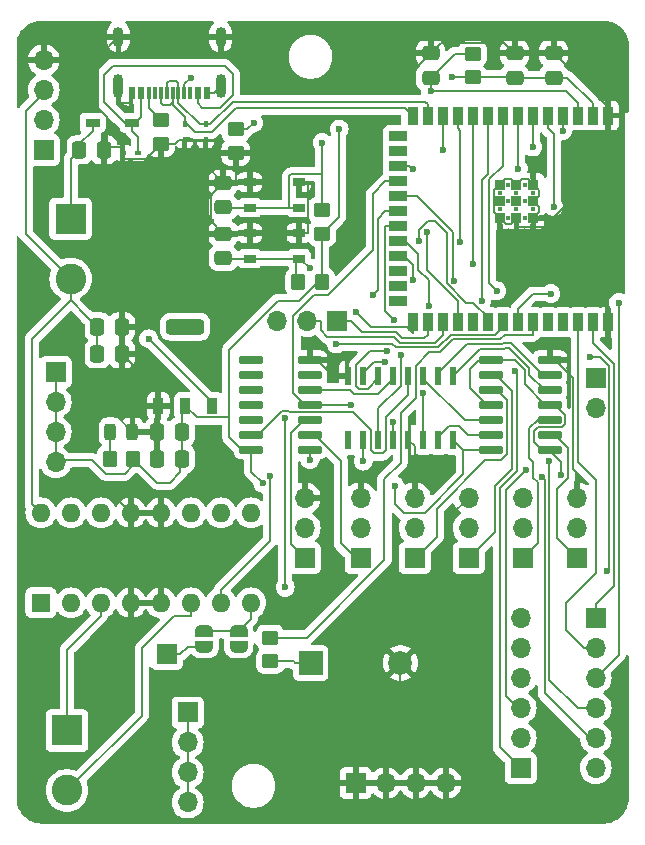
<source format=gbr>
%TF.GenerationSoftware,KiCad,Pcbnew,8.0.0*%
%TF.CreationDate,2024-04-15T20:03:37+02:00*%
%TF.ProjectId,MuntsorteerderESP,4d756e74-736f-4727-9465-657264657245,rev?*%
%TF.SameCoordinates,Original*%
%TF.FileFunction,Copper,L1,Top*%
%TF.FilePolarity,Positive*%
%FSLAX46Y46*%
G04 Gerber Fmt 4.6, Leading zero omitted, Abs format (unit mm)*
G04 Created by KiCad (PCBNEW 8.0.0) date 2024-04-15 20:03:37*
%MOMM*%
%LPD*%
G01*
G04 APERTURE LIST*
G04 Aperture macros list*
%AMRoundRect*
0 Rectangle with rounded corners*
0 $1 Rounding radius*
0 $2 $3 $4 $5 $6 $7 $8 $9 X,Y pos of 4 corners*
0 Add a 4 corners polygon primitive as box body*
4,1,4,$2,$3,$4,$5,$6,$7,$8,$9,$2,$3,0*
0 Add four circle primitives for the rounded corners*
1,1,$1+$1,$2,$3*
1,1,$1+$1,$4,$5*
1,1,$1+$1,$6,$7*
1,1,$1+$1,$8,$9*
0 Add four rect primitives between the rounded corners*
20,1,$1+$1,$2,$3,$4,$5,0*
20,1,$1+$1,$4,$5,$6,$7,0*
20,1,$1+$1,$6,$7,$8,$9,0*
20,1,$1+$1,$8,$9,$2,$3,0*%
%AMFreePoly0*
4,1,19,0.500000,-0.750000,0.000000,-0.750000,0.000000,-0.744911,-0.071157,-0.744911,-0.207708,-0.704816,-0.327430,-0.627875,-0.420627,-0.520320,-0.479746,-0.390866,-0.500000,-0.250000,-0.500000,0.250000,-0.479746,0.390866,-0.420627,0.520320,-0.327430,0.627875,-0.207708,0.704816,-0.071157,0.744911,0.000000,0.744911,0.000000,0.750000,0.500000,0.750000,0.500000,-0.750000,0.500000,-0.750000,
$1*%
%AMFreePoly1*
4,1,19,0.000000,0.744911,0.071157,0.744911,0.207708,0.704816,0.327430,0.627875,0.420627,0.520320,0.479746,0.390866,0.500000,0.250000,0.500000,-0.250000,0.479746,-0.390866,0.420627,-0.520320,0.327430,-0.627875,0.207708,-0.704816,0.071157,-0.744911,0.000000,-0.744911,0.000000,-0.750000,-0.500000,-0.750000,-0.500000,0.750000,0.000000,0.750000,0.000000,0.744911,0.000000,0.744911,
$1*%
G04 Aperture macros list end*
%TA.AperFunction,SMDPad,CuDef*%
%ADD10RoundRect,0.250000X-0.337500X-0.475000X0.337500X-0.475000X0.337500X0.475000X-0.337500X0.475000X0*%
%TD*%
%TA.AperFunction,SMDPad,CuDef*%
%ADD11R,0.400000X0.480000*%
%TD*%
%TA.AperFunction,SMDPad,CuDef*%
%ADD12RoundRect,0.250000X0.475000X-0.337500X0.475000X0.337500X-0.475000X0.337500X-0.475000X-0.337500X0*%
%TD*%
%TA.AperFunction,SMDPad,CuDef*%
%ADD13RoundRect,0.250000X0.337500X0.475000X-0.337500X0.475000X-0.337500X-0.475000X0.337500X-0.475000X0*%
%TD*%
%TA.AperFunction,SMDPad,CuDef*%
%ADD14RoundRect,0.250000X0.350000X0.450000X-0.350000X0.450000X-0.350000X-0.450000X0.350000X-0.450000X0*%
%TD*%
%TA.AperFunction,ComponentPad*%
%ADD15R,2.600000X2.600000*%
%TD*%
%TA.AperFunction,ComponentPad*%
%ADD16C,2.600000*%
%TD*%
%TA.AperFunction,ComponentPad*%
%ADD17R,1.700000X1.700000*%
%TD*%
%TA.AperFunction,ComponentPad*%
%ADD18O,1.700000X1.700000*%
%TD*%
%TA.AperFunction,SMDPad,CuDef*%
%ADD19RoundRect,0.243750X0.243750X0.456250X-0.243750X0.456250X-0.243750X-0.456250X0.243750X-0.456250X0*%
%TD*%
%TA.AperFunction,ComponentPad*%
%ADD20R,2.000000X2.000000*%
%TD*%
%TA.AperFunction,ComponentPad*%
%ADD21C,2.000000*%
%TD*%
%TA.AperFunction,SMDPad,CuDef*%
%ADD22R,0.900000X1.500000*%
%TD*%
%TA.AperFunction,SMDPad,CuDef*%
%ADD23R,1.500000X0.900000*%
%TD*%
%TA.AperFunction,SMDPad,CuDef*%
%ADD24R,0.900000X0.900000*%
%TD*%
%TA.AperFunction,ComponentPad*%
%ADD25C,0.400000*%
%TD*%
%TA.AperFunction,SMDPad,CuDef*%
%ADD26RoundRect,0.250000X0.450000X-0.350000X0.450000X0.350000X-0.450000X0.350000X-0.450000X-0.350000X0*%
%TD*%
%TA.AperFunction,SMDPad,CuDef*%
%ADD27R,0.480000X0.400000*%
%TD*%
%TA.AperFunction,SMDPad,CuDef*%
%ADD28RoundRect,0.090000X0.895000X0.210000X-0.895000X0.210000X-0.895000X-0.210000X0.895000X-0.210000X0*%
%TD*%
%TA.AperFunction,SMDPad,CuDef*%
%ADD29RoundRect,0.065100X0.399900X-0.589900X0.399900X0.589900X-0.399900X0.589900X-0.399900X-0.589900X0*%
%TD*%
%TA.AperFunction,SMDPad,CuDef*%
%ADD30RoundRect,0.314400X1.305600X-0.340600X1.305600X0.340600X-1.305600X0.340600X-1.305600X-0.340600X0*%
%TD*%
%TA.AperFunction,SMDPad,CuDef*%
%ADD31RoundRect,0.250000X-0.450000X0.350000X-0.450000X-0.350000X0.450000X-0.350000X0.450000X0.350000X0*%
%TD*%
%TA.AperFunction,SMDPad,CuDef*%
%ADD32R,0.600000X1.140000*%
%TD*%
%TA.AperFunction,SMDPad,CuDef*%
%ADD33R,0.300000X1.140000*%
%TD*%
%TA.AperFunction,ComponentPad*%
%ADD34O,0.900000X2.000000*%
%TD*%
%TA.AperFunction,ComponentPad*%
%ADD35O,0.900000X1.700000*%
%TD*%
%TA.AperFunction,SMDPad,CuDef*%
%ADD36R,1.050000X0.650000*%
%TD*%
%TA.AperFunction,SMDPad,CuDef*%
%ADD37FreePoly0,270.000000*%
%TD*%
%TA.AperFunction,SMDPad,CuDef*%
%ADD38FreePoly1,270.000000*%
%TD*%
%TA.AperFunction,SMDPad,CuDef*%
%ADD39R,1.210000X0.730000*%
%TD*%
%TA.AperFunction,SMDPad,CuDef*%
%ADD40RoundRect,0.039900X-0.245100X0.755100X-0.245100X-0.755100X0.245100X-0.755100X0.245100X0.755100X0*%
%TD*%
%TA.AperFunction,ComponentPad*%
%ADD41R,1.600000X1.600000*%
%TD*%
%TA.AperFunction,ComponentPad*%
%ADD42O,1.600000X1.600000*%
%TD*%
%TA.AperFunction,ViaPad*%
%ADD43C,0.600000*%
%TD*%
%TA.AperFunction,Conductor*%
%ADD44C,0.200000*%
%TD*%
G04 APERTURE END LIST*
D10*
%TO.P,C6,1*%
%TO.N,VCC_5V*%
X129264500Y-55118000D03*
%TO.P,C6,2*%
%TO.N,GND*%
X131339500Y-55118000D03*
%TD*%
D11*
%TO.P,D4,1*%
%TO.N,GND*%
X136652000Y-36982000D03*
%TO.P,D4,2*%
%TO.N,D+*%
X136652000Y-35662000D03*
%TD*%
%TO.P,D3,1*%
%TO.N,GND*%
X138430000Y-36982000D03*
%TO.P,D3,2*%
%TO.N,D-*%
X138430000Y-35662000D03*
%TD*%
D12*
%TO.P,C10,1*%
%TO.N,CHIP_PU*%
X139911000Y-42693500D03*
%TO.P,C10,2*%
%TO.N,GND*%
X139911000Y-40618500D03*
%TD*%
D13*
%TO.P,C7,1*%
%TO.N,ESP_3.3V*%
X136419500Y-61722000D03*
%TO.P,C7,2*%
%TO.N,GND*%
X134344500Y-61722000D03*
%TD*%
D14*
%TO.P,R4,1*%
%TO.N,ESP_3.3V*%
X132318000Y-64008000D03*
%TO.P,R4,2*%
%TO.N,Net-(D5-A)*%
X130318000Y-64008000D03*
%TD*%
D13*
%TO.P,C8,1*%
%TO.N,ESP_3.3V*%
X136419500Y-64008000D03*
%TO.P,C8,2*%
%TO.N,GND*%
X134344500Y-64008000D03*
%TD*%
D15*
%TO.P,J8,1,Pin_1*%
%TO.N,Net-(J8-Pin_1)*%
X127000000Y-43683000D03*
D16*
%TO.P,J8,2,Pin_2*%
%TO.N,VCC_5V*%
X127000000Y-48763000D03*
%TD*%
D17*
%TO.P,J6,1,Pin_1*%
%TO.N,ESP_3.3V*%
X125730000Y-56642000D03*
D18*
%TO.P,J6,2,Pin_2*%
X125730000Y-59182000D03*
%TO.P,J6,3,Pin_3*%
X125730000Y-61722000D03*
%TO.P,J6,4,Pin_4*%
X125730000Y-64262000D03*
%TD*%
D19*
%TO.P,D5,1,K*%
%TO.N,GND*%
X132235500Y-61702000D03*
%TO.P,D5,2,A*%
%TO.N,Net-(D5-A)*%
X130360500Y-61702000D03*
%TD*%
D17*
%TO.P,J5,1,Pin_1*%
%TO.N,VCC_5V*%
X136906000Y-85481000D03*
D18*
%TO.P,J5,2,Pin_2*%
X136906000Y-88021000D03*
%TO.P,J5,3,Pin_3*%
X136906000Y-90561000D03*
%TO.P,J5,4,Pin_4*%
X136906000Y-93101000D03*
%TD*%
D20*
%TO.P,BZ1,1,-*%
%TO.N,Net-(BZ1--)*%
X147320000Y-81280000D03*
D21*
%TO.P,BZ1,2,+*%
%TO.N,GND*%
X154920000Y-81280000D03*
%TD*%
D22*
%TO.P,U1,1,GND*%
%TO.N,GND*%
X172466000Y-34938000D03*
%TO.P,U1,2,3V3*%
%TO.N,ESP_3.3V*%
X171196000Y-34938000D03*
%TO.P,U1,3,EN*%
%TO.N,CHIP_PU*%
X169926000Y-34938000D03*
%TO.P,U1,4,IO4*%
%TO.N,GPIO4*%
X168656000Y-34938000D03*
%TO.P,U1,5,IO5*%
%TO.N,SI*%
X167386000Y-34938000D03*
%TO.P,U1,6,IO6*%
%TO.N,RCK*%
X166116000Y-34938000D03*
%TO.P,U1,7,IO7*%
%TO.N,SCK*%
X164846000Y-34938000D03*
%TO.P,U1,8,IO15*%
%TO.N,IR5*%
X163576000Y-34938000D03*
%TO.P,U1,9,IO16*%
%TO.N,IR6*%
X162306000Y-34938000D03*
%TO.P,U1,10,IO17*%
%TO.N,BTN3*%
X161036000Y-34938000D03*
%TO.P,U1,11,IO18*%
%TO.N,BTN4*%
X159766000Y-34938000D03*
%TO.P,U1,12,IO8*%
%TO.N,SDA*%
X158496000Y-34938000D03*
%TO.P,U1,13,IO19*%
%TO.N,D-*%
X157226000Y-34938000D03*
%TO.P,U1,14,IO20*%
%TO.N,D+*%
X155956000Y-34938000D03*
D23*
%TO.P,U1,15,IO3*%
%TO.N,unconnected-(U1-IO3-Pad15)*%
X154706000Y-36703000D03*
%TO.P,U1,16,IO46*%
%TO.N,unconnected-(U1-IO46-Pad16)*%
X154706000Y-37973000D03*
%TO.P,U1,17,IO9*%
%TO.N,SCL*%
X154706000Y-39243000D03*
%TO.P,U1,18,IO10*%
%TO.N,SERVO*%
X154706000Y-40513000D03*
%TO.P,U1,19,IO11*%
%TO.N,IR1*%
X154706000Y-41783000D03*
%TO.P,U1,20,IO12*%
%TO.N,IR2*%
X154706000Y-43053000D03*
%TO.P,U1,21,IO13*%
%TO.N,IR3*%
X154706000Y-44323000D03*
%TO.P,U1,22,IO14*%
%TO.N,IR4*%
X154706000Y-45593000D03*
%TO.P,U1,23,IO21*%
%TO.N,BTN5*%
X154706000Y-46863000D03*
%TO.P,U1,24,IO47*%
%TO.N,GPIO47*%
X154706000Y-48133000D03*
%TO.P,U1,25,IO48*%
%TO.N,GPIO48*%
X154706000Y-49403000D03*
%TO.P,U1,26,IO45*%
%TO.N,unconnected-(U1-IO45-Pad26)*%
X154706000Y-50673000D03*
D22*
%TO.P,U1,27,IO0*%
%TO.N,GPIO0*%
X155956000Y-52438000D03*
%TO.P,U1,28,IO35*%
%TO.N,GPIO35*%
X157226000Y-52438000D03*
%TO.P,U1,29,IO36*%
%TO.N,GPIO36*%
X158496000Y-52438000D03*
%TO.P,U1,30,IO37*%
%TO.N,GPIO37*%
X159766000Y-52438000D03*
%TO.P,U1,31,IO38*%
%TO.N,GPIO38*%
X161036000Y-52438000D03*
%TO.P,U1,32,IO39*%
%TO.N,GPIO39*%
X162306000Y-52438000D03*
%TO.P,U1,33,IO40*%
%TO.N,GPIO40*%
X163576000Y-52438000D03*
%TO.P,U1,34,IO41*%
%TO.N,BTN6*%
X164846000Y-52438000D03*
%TO.P,U1,35,IO42*%
%TO.N,BUZZER*%
X166116000Y-52438000D03*
%TO.P,U1,36,RXD0*%
%TO.N,unconnected-(U1-RXD0-Pad36)*%
X167386000Y-52438000D03*
%TO.P,U1,37,TXD0*%
%TO.N,unconnected-(U1-TXD0-Pad37)*%
X168656000Y-52438000D03*
%TO.P,U1,38,IO2*%
%TO.N,BTN2*%
X169926000Y-52438000D03*
%TO.P,U1,39,IO1*%
%TO.N,BTN1*%
X171196000Y-52438000D03*
%TO.P,U1,40,GND*%
%TO.N,GND*%
X172466000Y-52438000D03*
D24*
%TO.P,U1,41_1,GND*%
X164746000Y-42188000D03*
%TO.P,U1,41_2,GND*%
X164746000Y-40788000D03*
%TO.P,U1,41_3,GND*%
X164746000Y-43588000D03*
%TO.P,U1,41_4,GND*%
X163346000Y-40788000D03*
%TO.P,U1,41_5,GND*%
X163346000Y-42188000D03*
%TO.P,U1,41_6,GND*%
X163346000Y-43588000D03*
%TO.P,U1,41_7,GND*%
X166146000Y-40788000D03*
%TO.P,U1,41_8,GND*%
X166146000Y-42188000D03*
%TO.P,U1,41_9,GND*%
X166146000Y-43588000D03*
D25*
%TO.P,U1,41_10*%
%TO.N,N/C*%
X165446000Y-42188000D03*
%TO.P,U1,41_11*%
X165446000Y-40788000D03*
%TO.P,U1,41_12*%
X165446000Y-43588000D03*
%TO.P,U1,41_13*%
X164046000Y-40788000D03*
%TO.P,U1,41_14*%
X164046000Y-42188000D03*
%TO.P,U1,41_15*%
X164046000Y-43588000D03*
%TO.P,U1,41_16*%
X166146000Y-41488000D03*
%TO.P,U1,41_17*%
X166146000Y-42888000D03*
%TO.P,U1,41_18*%
X164746000Y-41488000D03*
%TO.P,U1,41_19*%
X164746000Y-42888000D03*
%TO.P,U1,41_20*%
X163346000Y-41488000D03*
%TO.P,U1,41_21*%
X163346000Y-42888000D03*
%TD*%
D10*
%TO.P,C4,1*%
%TO.N,Net-(J8-Pin_1)*%
X127740500Y-37846000D03*
%TO.P,C4,2*%
%TO.N,GND*%
X129815500Y-37846000D03*
%TD*%
D12*
%TO.P,C2,1*%
%TO.N,ESP_3.3V*%
X167894000Y-31750000D03*
%TO.P,C2,2*%
%TO.N,GND*%
X167894000Y-29675000D03*
%TD*%
D14*
%TO.P,R5,1*%
%TO.N,ESP_3.3V*%
X148277000Y-49022000D03*
%TO.P,R5,2*%
%TO.N,GPIO0*%
X146277000Y-49022000D03*
%TD*%
D26*
%TO.P,R1,1*%
%TO.N,ESP_3.3V*%
X161036000Y-31712500D03*
%TO.P,R1,2*%
%TO.N,CHIP_PU*%
X161036000Y-29712500D03*
%TD*%
D27*
%TO.P,D2,1*%
%TO.N,GND*%
X131420000Y-38100000D03*
%TO.P,D2,2*%
%TO.N,Net-(D1-PadA)*%
X132740000Y-38100000D03*
%TD*%
D28*
%TO.P,U5,1,SIG_A_IN/OUT*%
%TO.N,SERVO*%
X147258500Y-63246000D03*
%TO.P,U5,2,SIG_A_OUT/IN*%
%TO.N,Net-(M5-PWM)*%
X147258500Y-61976000D03*
%TO.P,U5,3,SIG_B_OUT/IN*%
%TO.N,Net-(M6-PWM)*%
X147258500Y-60706000D03*
%TO.P,U5,4,SIG_B_IN/OUT*%
%TO.N,SERVO*%
X147258500Y-59436000D03*
%TO.P,U5,5,CONTROL_B*%
%TO.N,Net-(U3-QF)*%
X147258500Y-58166000D03*
%TO.P,U5,6,CONTROL_C*%
%TO.N,unconnected-(U5-CONTROL_C-Pad6)*%
X147258500Y-56896000D03*
%TO.P,U5,7,VSS*%
%TO.N,GND*%
X147258500Y-55626000D03*
%TO.P,U5,8,SIG_C_IN/OUT*%
%TO.N,unconnected-(U5-SIG_C_IN{slash}OUT-Pad8)*%
X142308500Y-55626000D03*
%TO.P,U5,9,SIG_C_OUT/IN*%
%TO.N,unconnected-(U5-SIG_C_OUT{slash}IN-Pad9)*%
X142308500Y-56896000D03*
%TO.P,U5,10,SIG_D_OUT/IN*%
%TO.N,unconnected-(U5-SIG_D_OUT{slash}IN-Pad10)*%
X142308500Y-58166000D03*
%TO.P,U5,11,SIG_D_IN/OUT*%
%TO.N,unconnected-(U5-SIG_D_IN{slash}OUT-Pad11)*%
X142308500Y-59436000D03*
%TO.P,U5,12,CONTROL_D*%
%TO.N,unconnected-(U5-CONTROL_D-Pad12)*%
X142308500Y-60706000D03*
%TO.P,U5,13,CONTROL_A*%
%TO.N,Net-(U3-QE)*%
X142308500Y-61976000D03*
%TO.P,U5,14,VDD*%
%TO.N,ESP_3.3V*%
X142308500Y-63246000D03*
%TD*%
D17*
%TO.P,J9,1,Pin_1*%
%TO.N,ShiftQ*%
X171450000Y-57150000D03*
D18*
%TO.P,J9,2,Pin_2*%
%TO.N,ShiftH*%
X171450000Y-59690000D03*
%TD*%
D29*
%TO.P,U2,1,GND/ADJ*%
%TO.N,GND*%
X134407500Y-59524500D03*
%TO.P,U2,2,VOUT*%
%TO.N,ESP_3.3V*%
X136697500Y-59524500D03*
%TO.P,U2,3,VIN*%
%TO.N,VCC_5V*%
X138987500Y-59524500D03*
D30*
%TO.P,U2,4*%
%TO.N,N/C*%
X136697500Y-52834500D03*
%TD*%
D28*
%TO.P,U4,1,SIG_A_IN/OUT*%
%TO.N,SERVO*%
X167575000Y-63249500D03*
%TO.P,U4,2,SIG_A_OUT/IN*%
%TO.N,Net-(M1-PWM)*%
X167575000Y-61979500D03*
%TO.P,U4,3,SIG_B_OUT/IN*%
%TO.N,Net-(M2-PWM)*%
X167575000Y-60709500D03*
%TO.P,U4,4,SIG_B_IN/OUT*%
%TO.N,SERVO*%
X167575000Y-59439500D03*
%TO.P,U4,5,CONTROL_B*%
%TO.N,Net-(U3-QB)*%
X167575000Y-58169500D03*
%TO.P,U4,6,CONTROL_C*%
%TO.N,Net-(U3-QC)*%
X167575000Y-56899500D03*
%TO.P,U4,7,VSS*%
%TO.N,GND*%
X167575000Y-55629500D03*
%TO.P,U4,8,SIG_C_IN/OUT*%
%TO.N,SERVO*%
X162625000Y-55629500D03*
%TO.P,U4,9,SIG_C_OUT/IN*%
%TO.N,Net-(M3-PWM)*%
X162625000Y-56899500D03*
%TO.P,U4,10,SIG_D_OUT/IN*%
%TO.N,Net-(M4-PWM)*%
X162625000Y-58169500D03*
%TO.P,U4,11,SIG_D_IN/OUT*%
%TO.N,SERVO*%
X162625000Y-59439500D03*
%TO.P,U4,12,CONTROL_D*%
%TO.N,Net-(U3-QD)*%
X162625000Y-60709500D03*
%TO.P,U4,13,CONTROL_A*%
%TO.N,Net-(U3-QA)*%
X162625000Y-61979500D03*
%TO.P,U4,14,VDD*%
%TO.N,ESP_3.3V*%
X162625000Y-63249500D03*
%TD*%
D31*
%TO.P,R2,1*%
%TO.N,Net-(J1-CC1)*%
X140970000Y-36084000D03*
%TO.P,R2,2*%
%TO.N,GND*%
X140970000Y-38084000D03*
%TD*%
D32*
%TO.P,J1,A1_B12,GND*%
%TO.N,GND*%
X138575000Y-33020000D03*
%TO.P,J1,A4_B9,VBUS*%
%TO.N,Net-(D1-PadA)*%
X137775000Y-33020000D03*
D33*
%TO.P,J1,A5,CC1*%
%TO.N,Net-(J1-CC1)*%
X136625000Y-33020000D03*
%TO.P,J1,A6,DP1*%
%TO.N,D+*%
X135625000Y-33020000D03*
%TO.P,J1,A7,DN1*%
%TO.N,D-*%
X135125000Y-33020000D03*
%TO.P,J1,A8,SBU1*%
%TO.N,unconnected-(J1-SBU1-PadA8)*%
X134125000Y-33020000D03*
D32*
%TO.P,J1,B1_A12,GND*%
%TO.N,GND*%
X132175000Y-33020000D03*
%TO.P,J1,B4_A9,VBUS*%
%TO.N,Net-(D1-PadA)*%
X132975000Y-33020000D03*
D33*
%TO.P,J1,B5,CC2*%
%TO.N,Net-(J1-CC2)*%
X133625000Y-33020000D03*
%TO.P,J1,B6,DP2*%
%TO.N,D+*%
X134625000Y-33020000D03*
%TO.P,J1,B7,DN2*%
%TO.N,D-*%
X136125000Y-33020000D03*
%TO.P,J1,B8,SBU2*%
%TO.N,unconnected-(J1-SBU2-PadB8)*%
X137125000Y-33020000D03*
D34*
%TO.P,J1,S1,SHIELD*%
%TO.N,GND*%
X139700000Y-32440000D03*
%TO.P,J1,S2,SHIELD*%
X131050000Y-32440000D03*
D35*
%TO.P,J1,S3,SHIELD*%
X139700000Y-28270000D03*
%TO.P,J1,S4,SHIELD*%
X131050000Y-28270000D03*
%TD*%
D17*
%TO.P,M2,1,PWM*%
%TO.N,Net-(M2-PWM)*%
X165274000Y-72390000D03*
D18*
%TO.P,M2,2,+*%
%TO.N,VCC_5V*%
X165274000Y-69850000D03*
%TO.P,M2,3,-*%
%TO.N,GND*%
X165274000Y-67310000D03*
%TD*%
D17*
%TO.P,M4,1,PWM*%
%TO.N,Net-(M4-PWM)*%
X156130000Y-72390000D03*
D18*
%TO.P,M4,2,+*%
%TO.N,VCC_5V*%
X156130000Y-69850000D03*
%TO.P,M4,3,-*%
%TO.N,GND*%
X156130000Y-67310000D03*
%TD*%
D17*
%TO.P,M3,1,PWM*%
%TO.N,Net-(M3-PWM)*%
X160702000Y-72390000D03*
D18*
%TO.P,M3,2,+*%
%TO.N,VCC_5V*%
X160702000Y-69850000D03*
%TO.P,M3,3,-*%
%TO.N,GND*%
X160702000Y-67310000D03*
%TD*%
D31*
%TO.P,R3,1*%
%TO.N,Net-(J1-CC2)*%
X134620000Y-35322000D03*
%TO.P,R3,2*%
%TO.N,GND*%
X134620000Y-37322000D03*
%TD*%
D26*
%TO.P,R6,1*%
%TO.N,ESP_3.3V*%
X148293000Y-44942000D03*
%TO.P,R6,2*%
%TO.N,CHIP_PU*%
X148293000Y-42942000D03*
%TD*%
D17*
%TO.P,J3,1,Pin_1*%
%TO.N,IR1*%
X165100000Y-90170000D03*
D18*
%TO.P,J3,2,Pin_2*%
%TO.N,IR2*%
X165100000Y-87630000D03*
%TO.P,J3,3,Pin_3*%
%TO.N,IR3*%
X165100000Y-85090000D03*
%TO.P,J3,4,Pin_4*%
%TO.N,IR4*%
X165100000Y-82550000D03*
%TO.P,J3,5,Pin_5*%
%TO.N,IR5*%
X165100000Y-80010000D03*
%TO.P,J3,6,Pin_6*%
%TO.N,IR6*%
X165100000Y-77470000D03*
%TD*%
D12*
%TO.P,C9,1*%
%TO.N,GPIO0*%
X139911000Y-47011500D03*
%TO.P,C9,2*%
%TO.N,GND*%
X139911000Y-44936500D03*
%TD*%
D17*
%TO.P,M5,1,PWM*%
%TO.N,Net-(M5-PWM)*%
X151558000Y-72390000D03*
D18*
%TO.P,M5,2,+*%
%TO.N,VCC_5V*%
X151558000Y-69850000D03*
%TO.P,M5,3,-*%
%TO.N,GND*%
X151558000Y-67310000D03*
%TD*%
D17*
%TO.P,J10,1,Pin_1*%
%TO.N,Net-(J10-Pin_1)*%
X135128000Y-80518000D03*
%TD*%
%TO.P,J2,1,Pin_1*%
%TO.N,SCL*%
X124714000Y-37846000D03*
D18*
%TO.P,J2,2,Pin_2*%
%TO.N,SDA*%
X124714000Y-35306000D03*
%TO.P,J2,3,Pin_3*%
%TO.N,VCC_5V*%
X124714000Y-32766000D03*
%TO.P,J2,4,Pin_4*%
%TO.N,GND*%
X124714000Y-30226000D03*
%TD*%
D36*
%TO.P,SW2,1*%
%TO.N,GND*%
X142154000Y-40581000D03*
%TO.P,SW2,2*%
X146304000Y-40581000D03*
%TO.P,SW2,3*%
%TO.N,CHIP_PU*%
X142154000Y-42731000D03*
%TO.P,SW2,4*%
X146304000Y-42731000D03*
%TD*%
D12*
%TO.P,C1,1*%
%TO.N,CHIP_PU*%
X157480000Y-31750000D03*
%TO.P,C1,2*%
%TO.N,GND*%
X157480000Y-29675000D03*
%TD*%
D37*
%TO.P,JP1,1,A*%
%TO.N,Net-(JP1-A)*%
X138318000Y-78598000D03*
D38*
%TO.P,JP1,2,B*%
%TO.N,Net-(J10-Pin_1)*%
X138318000Y-79898000D03*
%TD*%
D17*
%TO.P,J7,1,Pin_1*%
%TO.N,GND*%
X151130000Y-91440000D03*
D18*
%TO.P,J7,2,Pin_2*%
X153670000Y-91440000D03*
%TO.P,J7,3,Pin_3*%
X156210000Y-91440000D03*
%TO.P,J7,4,Pin_4*%
X158750000Y-91440000D03*
%TD*%
D10*
%TO.P,C5,1*%
%TO.N,VCC_5V*%
X129264500Y-52832000D03*
%TO.P,C5,2*%
%TO.N,GND*%
X131339500Y-52832000D03*
%TD*%
D39*
%TO.P,D1,A*%
%TO.N,Net-(D1-PadA)*%
X132236000Y-35560000D03*
%TO.P,D1,C*%
%TO.N,Net-(J8-Pin_1)*%
X128876000Y-35560000D03*
%TD*%
D31*
%TO.P,R7,1*%
%TO.N,BUZZER*%
X143891000Y-79137000D03*
%TO.P,R7,2*%
%TO.N,Net-(BZ1--)*%
X143891000Y-81137000D03*
%TD*%
D40*
%TO.P,U3,1,QB*%
%TO.N,Net-(U3-QB)*%
X159388500Y-56980000D03*
%TO.P,U3,2,QC*%
%TO.N,Net-(U3-QC)*%
X158118500Y-56980000D03*
%TO.P,U3,3,QD*%
%TO.N,Net-(U3-QD)*%
X156848500Y-56980000D03*
%TO.P,U3,4,QE*%
%TO.N,Net-(U3-QE)*%
X155578500Y-56980000D03*
%TO.P,U3,5,QF*%
%TO.N,Net-(U3-QF)*%
X154308500Y-56980000D03*
%TO.P,U3,6,QG*%
%TO.N,ShiftQ*%
X153038500Y-56980000D03*
%TO.P,U3,7,QH*%
%TO.N,ShiftH*%
X151768500Y-56980000D03*
%TO.P,U3,8,GND*%
%TO.N,GND*%
X150498500Y-56980000D03*
%TO.P,U3,9,QH'*%
%TO.N,unconnected-(U3-QH'-Pad9)*%
X150498500Y-62400000D03*
%TO.P,U3,10,~{SCLR}*%
%TO.N,ESP_3.3V*%
X151768500Y-62400000D03*
%TO.P,U3,11,SCK*%
%TO.N,SCK*%
X153038500Y-62400000D03*
%TO.P,U3,12,RCK*%
%TO.N,RCK*%
X154308500Y-62400000D03*
%TO.P,U3,13,~{G}*%
%TO.N,GND*%
X155578500Y-62400000D03*
%TO.P,U3,14,SI*%
%TO.N,SI*%
X156848500Y-62400000D03*
%TO.P,U3,15,QA*%
%TO.N,Net-(U3-QA)*%
X158118500Y-62400000D03*
%TO.P,U3,16,VCC*%
%TO.N,ESP_3.3V*%
X159388500Y-62400000D03*
%TD*%
D12*
%TO.P,C3,1*%
%TO.N,ESP_3.3V*%
X164592000Y-31750000D03*
%TO.P,C3,2*%
%TO.N,GND*%
X164592000Y-29675000D03*
%TD*%
D41*
%TO.P,U6,1,EN1\u002C2*%
%TO.N,GPIO40*%
X124475000Y-76190000D03*
D42*
%TO.P,U6,2,1A*%
%TO.N,GPIO39*%
X127015000Y-76190000D03*
%TO.P,U6,3,1Y*%
%TO.N,Net-(M7-+)*%
X129555000Y-76190000D03*
%TO.P,U6,4,GND*%
%TO.N,GND*%
X132095000Y-76190000D03*
%TO.P,U6,5,GND*%
X134635000Y-76190000D03*
%TO.P,U6,6,2Y*%
%TO.N,Net-(M7--)*%
X137175000Y-76190000D03*
%TO.P,U6,7,2A*%
%TO.N,GPIO4*%
X139715000Y-76190000D03*
%TO.P,U6,8,VCC2*%
%TO.N,Net-(JP1-A)*%
X142255000Y-76190000D03*
%TO.P,U6,9,EN3\u002C4*%
%TO.N,unconnected-(U6-EN3\u002C4-Pad9)*%
X142255000Y-68570000D03*
%TO.P,U6,10,3A*%
%TO.N,unconnected-(U6-3A-Pad10)*%
X139715000Y-68570000D03*
%TO.P,U6,11,3Y*%
%TO.N,unconnected-(U6-3Y-Pad11)*%
X137175000Y-68570000D03*
%TO.P,U6,12,GND*%
%TO.N,GND*%
X134635000Y-68570000D03*
%TO.P,U6,13,GND*%
X132095000Y-68570000D03*
%TO.P,U6,14,4Y*%
%TO.N,unconnected-(U6-4Y-Pad14)*%
X129555000Y-68570000D03*
%TO.P,U6,15,4A*%
%TO.N,unconnected-(U6-4A-Pad15)*%
X127015000Y-68570000D03*
%TO.P,U6,16,VCC1*%
%TO.N,VCC_5V*%
X124475000Y-68570000D03*
%TD*%
D17*
%TO.P,J4,1,Pin_1*%
%TO.N,BTN1*%
X171450000Y-77470000D03*
D18*
%TO.P,J4,2,Pin_2*%
%TO.N,BTN2*%
X171450000Y-80010000D03*
%TO.P,J4,3,Pin_3*%
%TO.N,BTN3*%
X171450000Y-82550000D03*
%TO.P,J4,4,Pin_4*%
%TO.N,BTN4*%
X171450000Y-85090000D03*
%TO.P,J4,5,Pin_5*%
%TO.N,BTN5*%
X171450000Y-87630000D03*
%TO.P,J4,6,Pin_6*%
%TO.N,BTN6*%
X171450000Y-90170000D03*
%TD*%
D37*
%TO.P,JP2,1,A*%
%TO.N,Net-(JP1-A)*%
X141224000Y-78598000D03*
D38*
%TO.P,JP2,2,B*%
%TO.N,+5V*%
X141224000Y-79898000D03*
%TD*%
D17*
%TO.P,M1,1,PWM*%
%TO.N,Net-(M1-PWM)*%
X169846000Y-72390000D03*
D18*
%TO.P,M1,2,+*%
%TO.N,VCC_5V*%
X169846000Y-69850000D03*
%TO.P,M1,3,-*%
%TO.N,GND*%
X169846000Y-67310000D03*
%TD*%
D36*
%TO.P,SW1,1*%
%TO.N,GND*%
X142154000Y-44899000D03*
%TO.P,SW1,2*%
X146304000Y-44899000D03*
%TO.P,SW1,3*%
%TO.N,GPIO0*%
X142154000Y-47049000D03*
%TO.P,SW1,4*%
X146304000Y-47049000D03*
%TD*%
D17*
%TO.P,M6,1,PWM*%
%TO.N,Net-(M6-PWM)*%
X146812000Y-72390000D03*
D18*
%TO.P,M6,2,+*%
%TO.N,VCC_5V*%
X146812000Y-69850000D03*
%TO.P,M6,3,-*%
%TO.N,GND*%
X146812000Y-67310000D03*
%TD*%
D17*
%TO.P,J11,1,Pin_1*%
%TO.N,GPIO35*%
X149591000Y-52324000D03*
D18*
%TO.P,J11,2,Pin_2*%
%TO.N,GPIO36*%
X147051000Y-52324000D03*
%TO.P,J11,3,Pin_3*%
%TO.N,GPIO37*%
X144511000Y-52324000D03*
%TD*%
D15*
%TO.P,M7,1,+*%
%TO.N,Net-(M7-+)*%
X126695000Y-86990000D03*
D16*
%TO.P,M7,2,-*%
%TO.N,Net-(M7--)*%
X126695000Y-92070000D03*
%TD*%
D43*
%TO.N,GND*%
X128270000Y-62865000D03*
X128270000Y-65188200D03*
%TO.N,BTN3*%
X161036000Y-47498000D03*
%TO.N,GND*%
X149229800Y-57299700D03*
%TO.N,CHIP_PU*%
X157480000Y-32867500D03*
X148293000Y-37226500D03*
%TO.N,ESP_3.3V*%
X151768500Y-64186500D03*
X159258000Y-31712500D03*
X154432000Y-66294000D03*
X149727500Y-36082200D03*
X143275600Y-66065200D03*
%TO.N,VCC_5V*%
X133604000Y-53848000D03*
%TO.N,GPIO0*%
X151125600Y-51535900D03*
X147278600Y-47884300D03*
%TO.N,Net-(J1-CC1)*%
X137160000Y-31750000D03*
X142494000Y-35560000D03*
%TO.N,SDA*%
X158496000Y-37845900D03*
%TO.N,SCL*%
X155959800Y-39461900D03*
%TO.N,IR5*%
X163068000Y-49784000D03*
%TO.N,IR4*%
X157300800Y-51072600D03*
%TO.N,IR1*%
X159477800Y-48913500D03*
X164589900Y-56535400D03*
%TO.N,IR3*%
X154357600Y-52221900D03*
X165578900Y-64915600D03*
%TO.N,IR2*%
X152623700Y-50156700D03*
X145163500Y-60515100D03*
X145163500Y-74881300D03*
%TO.N,IR6*%
X171001600Y-55376700D03*
X161786200Y-50652500D03*
X172376900Y-73480800D03*
%TO.N,BTN5*%
X155960800Y-48858400D03*
X166929700Y-65515600D03*
%TO.N,BTN6*%
X167656250Y-50021750D03*
%TO.N,BTN3*%
X173405100Y-50771890D03*
%TO.N,BTN4*%
X167529800Y-64169600D03*
X160004300Y-45681500D03*
%TO.N,SCK*%
X164912565Y-39436565D03*
X154947200Y-55202600D03*
%TO.N,GPIO4*%
X143877300Y-65438300D03*
X168656000Y-36210400D03*
%TO.N,SI*%
X156848500Y-58421800D03*
X167901300Y-42673900D03*
%TO.N,RCK*%
X154308500Y-60850300D03*
X166124815Y-37600815D03*
%TO.N,SERVO*%
X168515900Y-65349500D03*
X150756400Y-59436000D03*
X147258500Y-64067500D03*
%TO.N,ShiftQ*%
X153754700Y-54901600D03*
%TO.N,ShiftH*%
X153642800Y-55769000D03*
%TO.N,GPIO40*%
X149478900Y-54276900D03*
%TO.N,GPIO39*%
X156517100Y-45523700D03*
%TO.N,GPIO37*%
X157184800Y-44785300D03*
%TD*%
D44*
%TO.N,IR1*%
X159402600Y-48838300D02*
X159477800Y-48913500D01*
X159402600Y-44848600D02*
X159402600Y-48838300D01*
X159258000Y-44704000D02*
X159402600Y-44848600D01*
X156325700Y-41783000D02*
X159246700Y-44704000D01*
X159246700Y-44704000D02*
X159258000Y-44704000D01*
X154706000Y-41783000D02*
X156325700Y-41783000D01*
%TO.N,GPIO39*%
X162306000Y-52021000D02*
X162306000Y-52438000D01*
X160513100Y-50800000D02*
X161085000Y-50800000D01*
X158827200Y-49114100D02*
X160513100Y-50800000D01*
X161085000Y-50800000D02*
X162306000Y-52021000D01*
X158827200Y-44850186D02*
X158827200Y-49114100D01*
X157820914Y-43843900D02*
X158827200Y-44850186D01*
X156517100Y-44592600D02*
X157265800Y-43843900D01*
X157265800Y-43843900D02*
X157820914Y-43843900D01*
X156517100Y-45523700D02*
X156517100Y-44592600D01*
%TO.N,SCK*%
X164846000Y-34938000D02*
X164846000Y-39370000D01*
X164846000Y-39370000D02*
X164912565Y-39436565D01*
%TO.N,D+*%
X135636000Y-34036000D02*
X136652000Y-35052000D01*
X135636000Y-33793000D02*
X135636000Y-34036000D01*
X135625000Y-33782000D02*
X135636000Y-33793000D01*
X136652000Y-35052000D02*
X136652000Y-35662000D01*
X136881000Y-35662000D02*
X136652000Y-35662000D01*
X137541000Y-36322000D02*
X136881000Y-35662000D01*
X140970000Y-34290000D02*
X138938000Y-36322000D01*
X138938000Y-36322000D02*
X137541000Y-36322000D01*
X155308000Y-34290000D02*
X140970000Y-34290000D01*
X155956000Y-34938000D02*
X155308000Y-34290000D01*
%TO.N,D-*%
X157020000Y-33782000D02*
X157226000Y-33988000D01*
X138836000Y-35662000D02*
X140716000Y-33782000D01*
X138430000Y-35662000D02*
X138836000Y-35662000D01*
X140716000Y-33782000D02*
X157020000Y-33782000D01*
X157226000Y-33988000D02*
X157226000Y-34938000D01*
%TO.N,GND*%
X164746000Y-43595107D02*
X164746000Y-43588000D01*
X163838893Y-44088000D02*
X164253107Y-44088000D01*
X163346000Y-43595107D02*
X163838893Y-44088000D01*
X163346000Y-43588000D02*
X163346000Y-43595107D01*
X164253107Y-44088000D02*
X164746000Y-43595107D01*
X130073000Y-66548000D02*
X132095000Y-68570000D01*
X129629800Y-66548000D02*
X130073000Y-66548000D01*
X128270000Y-65188200D02*
X129629800Y-66548000D01*
X128270000Y-61595000D02*
X128270000Y-62865000D01*
X129540000Y-60325000D02*
X128270000Y-61595000D01*
X130858500Y-60325000D02*
X129540000Y-60325000D01*
X132235500Y-61702000D02*
X130858500Y-60325000D01*
%TO.N,ESP_3.3V*%
X128905000Y-64179744D02*
X130003256Y-65278000D01*
X128905000Y-64135000D02*
X128905000Y-64179744D01*
X132318000Y-64532000D02*
X132318000Y-64008000D01*
X130003256Y-65278000D02*
X131572000Y-65278000D01*
X125857000Y-64135000D02*
X128905000Y-64135000D01*
X125730000Y-64262000D02*
X125857000Y-64135000D01*
X131572000Y-65278000D02*
X132318000Y-64532000D01*
%TO.N,BTN5*%
X167132000Y-65717900D02*
X166929700Y-65515600D01*
X167132000Y-83820000D02*
X167132000Y-65717900D01*
X170942000Y-87630000D02*
X167132000Y-83820000D01*
X171450000Y-87630000D02*
X170942000Y-87630000D01*
%TO.N,Net-(M2-PWM)*%
X165838400Y-61398800D02*
X166527700Y-60709500D01*
X166178900Y-64302700D02*
X165838400Y-63962200D01*
X166168700Y-65174329D02*
X166178900Y-65164129D01*
X166168700Y-65603129D02*
X166168700Y-65174329D01*
X166527700Y-60709500D02*
X167575000Y-60709500D01*
X165838400Y-63962200D02*
X165838400Y-61398800D01*
X166178900Y-65164129D02*
X166178900Y-64302700D01*
X166529700Y-65964129D02*
X166168700Y-65603129D01*
X166529700Y-71134300D02*
X166529700Y-65964129D01*
X165274000Y-72390000D02*
X166529700Y-71134300D01*
%TO.N,IR3*%
X163830000Y-84074000D02*
X164846000Y-85090000D01*
X164846000Y-85090000D02*
X165100000Y-85090000D01*
X163830000Y-66664500D02*
X163830000Y-84074000D01*
X165578900Y-64915600D02*
X163830000Y-66664500D01*
%TO.N,Net-(M1-PWM)*%
X169117600Y-65598700D02*
X169117600Y-63091600D01*
X169117600Y-63091600D02*
X168005500Y-61979500D01*
X168005500Y-61979500D02*
X167575000Y-61979500D01*
X168148000Y-66568300D02*
X169117600Y-65598700D01*
X169846000Y-72390000D02*
X168148000Y-70692000D01*
X168148000Y-70692000D02*
X168148000Y-66568300D01*
%TO.N,BTN2*%
X170434000Y-80010000D02*
X171450000Y-80010000D01*
X171450000Y-73660000D02*
X168910000Y-76200000D01*
X168910000Y-78486000D02*
X170434000Y-80010000D01*
X171450000Y-65786000D02*
X171450000Y-73660000D01*
X169926000Y-52438000D02*
X169926000Y-64262000D01*
X169926000Y-64262000D02*
X171450000Y-65786000D01*
X168910000Y-76200000D02*
X168910000Y-78486000D01*
%TO.N,BTN4*%
X167531400Y-82695400D02*
X167531400Y-64171200D01*
X169926000Y-85090000D02*
X167531400Y-82695400D01*
X171450000Y-85090000D02*
X169926000Y-85090000D01*
X167531400Y-64171200D02*
X167529800Y-64169600D01*
%TO.N,Net-(U3-QF)*%
X154308500Y-57222000D02*
X154308500Y-56980000D01*
X150949600Y-58493600D02*
X153036900Y-58493600D01*
X150622000Y-58166000D02*
X150949600Y-58493600D01*
X147258500Y-58166000D02*
X150622000Y-58166000D01*
X153036900Y-58493600D02*
X154308500Y-57222000D01*
%TO.N,ESP_3.3V*%
X140419000Y-62187000D02*
X141478000Y-63246000D01*
X141478000Y-63246000D02*
X142308500Y-63246000D01*
X140419000Y-60502100D02*
X140419000Y-62187000D01*
%TO.N,Net-(M5-PWM)*%
X149860000Y-71120000D02*
X151130000Y-72390000D01*
X149860000Y-64161100D02*
X149860000Y-71120000D01*
X147674900Y-61976000D02*
X149860000Y-64161100D01*
X151130000Y-72390000D02*
X151558000Y-72390000D01*
X147258500Y-61976000D02*
X147674900Y-61976000D01*
%TO.N,Net-(M3-PWM)*%
X162892800Y-70199200D02*
X160702000Y-72390000D01*
X164375300Y-64859900D02*
X162892800Y-66342400D01*
X163055800Y-56899500D02*
X164375300Y-58219000D01*
X162625000Y-56899500D02*
X163055800Y-56899500D01*
X164375300Y-58219000D02*
X164375300Y-64859900D01*
X162892800Y-66342400D02*
X162892800Y-70199200D01*
%TO.N,GND*%
X159312200Y-76887800D02*
X159312200Y-68699800D01*
X159312200Y-68699800D02*
X160702000Y-67310000D01*
X154920000Y-81280000D02*
X159312200Y-76887800D01*
X167985000Y-55629500D02*
X167575000Y-55629500D01*
X169519300Y-57163800D02*
X167985000Y-55629500D01*
X169846000Y-65198000D02*
X169519300Y-64871300D01*
X169519300Y-64871300D02*
X169519300Y-57163800D01*
X169846000Y-67310000D02*
X169846000Y-65198000D01*
%TO.N,IR6*%
X171813000Y-55376700D02*
X171001600Y-55376700D01*
X172603400Y-73254300D02*
X172603400Y-56167100D01*
X172376900Y-73480800D02*
X172603400Y-73254300D01*
X172603400Y-56167100D02*
X171813000Y-55376700D01*
%TO.N,SERVO*%
X166881500Y-63249500D02*
X167376800Y-63249500D01*
X166240100Y-62608100D02*
X166881500Y-63249500D01*
X168864800Y-61079700D02*
X168600000Y-61344500D01*
X166540500Y-61344500D02*
X166240100Y-61644900D01*
X166240100Y-61644900D02*
X166240100Y-62608100D01*
X168864800Y-60327600D02*
X168864800Y-61079700D01*
X168600000Y-61344500D02*
X166540500Y-61344500D01*
X167976700Y-59439500D02*
X168864800Y-60327600D01*
X167575000Y-59439500D02*
X167976700Y-59439500D01*
%TO.N,Net-(U3-QE)*%
X142854071Y-61976000D02*
X142308500Y-61976000D01*
X144916671Y-59913400D02*
X142854071Y-61976000D01*
X145412700Y-59913400D02*
X144916671Y-59913400D01*
X145558300Y-60059000D02*
X145412700Y-59913400D01*
X150927800Y-60059000D02*
X145558300Y-60059000D01*
X152403500Y-61534700D02*
X150927800Y-60059000D01*
X152693000Y-63549900D02*
X152403500Y-63260400D01*
X153405600Y-63549900D02*
X152693000Y-63549900D01*
X153673500Y-63282000D02*
X153405600Y-63549900D01*
X153673500Y-60483500D02*
X153673500Y-63282000D01*
X155578500Y-58578500D02*
X153673500Y-60483500D01*
X155578500Y-56980000D02*
X155578500Y-58578500D01*
X152403500Y-63260400D02*
X152403500Y-61534700D01*
%TO.N,SERVO*%
X160782000Y-56388000D02*
X161540500Y-55629500D01*
X161540500Y-55629500D02*
X162625000Y-55629500D01*
X160782000Y-57989600D02*
X160782000Y-56388000D01*
X162231900Y-59439500D02*
X160782000Y-57989600D01*
X162625000Y-59439500D02*
X162231900Y-59439500D01*
X165441400Y-57707300D02*
X167173600Y-59439500D01*
X167173600Y-59439500D02*
X167575000Y-59439500D01*
X165441400Y-56468700D02*
X165441400Y-57707300D01*
X164602200Y-55629500D02*
X165441400Y-56468700D01*
X162625000Y-55629500D02*
X164602200Y-55629500D01*
%TO.N,BTN5*%
X155236000Y-46863000D02*
X155956000Y-47583000D01*
X155956000Y-47583000D02*
X155956000Y-48853600D01*
X155956000Y-48853600D02*
X155960800Y-48858400D01*
X154706000Y-46863000D02*
X155236000Y-46863000D01*
%TO.N,IR4*%
X155345000Y-45593000D02*
X154706000Y-45593000D01*
X156412600Y-47997100D02*
X156412600Y-46660600D01*
X156412600Y-46660600D02*
X155345000Y-45593000D01*
X157300800Y-48885300D02*
X156412600Y-47997100D01*
X157300800Y-51072600D02*
X157300800Y-48885300D01*
%TO.N,BTN3*%
X161036000Y-34938000D02*
X161036000Y-47498000D01*
X173405100Y-80594900D02*
X171450000Y-82550000D01*
X173405100Y-50771890D02*
X173405100Y-80594900D01*
%TO.N,Net-(J1-CC1)*%
X142494000Y-35560000D02*
X141970000Y-36084000D01*
X141970000Y-36084000D02*
X140970000Y-36084000D01*
%TO.N,Net-(BZ1--)*%
X145875300Y-81137000D02*
X146018300Y-81280000D01*
X147320000Y-81280000D02*
X146018300Y-81280000D01*
X143891000Y-81137000D02*
X145875300Y-81137000D01*
%TO.N,GND*%
X163346000Y-43588000D02*
X163336500Y-43588000D01*
X139120000Y-33020000D02*
X139700000Y-32440000D01*
X154920000Y-89038300D02*
X154920000Y-81280000D01*
X143256000Y-33020000D02*
X139700000Y-29464000D01*
X139948500Y-40581000D02*
X139911000Y-40618500D01*
X147130700Y-44899000D02*
X147130700Y-40581000D01*
X153670000Y-91440000D02*
X153670000Y-90288300D01*
X141549200Y-40581000D02*
X140970000Y-40581000D01*
X138430000Y-39137500D02*
X138430000Y-36982000D01*
X140970000Y-40581000D02*
X140970000Y-38084000D01*
X163346000Y-42188000D02*
X162820700Y-42188000D01*
X163250400Y-40788000D02*
X163346000Y-40788000D01*
X134407500Y-59524500D02*
X134344500Y-59587500D01*
X132175000Y-33020000D02*
X132175000Y-33891700D01*
X164592000Y-29675000D02*
X167894000Y-29675000D01*
X130048000Y-37583100D02*
X130048000Y-35052000D01*
X139911000Y-40618500D02*
X138430000Y-39137500D01*
X156130000Y-67310000D02*
X156130000Y-66158300D01*
X172466000Y-34247000D02*
X167894000Y-29675000D01*
X164250500Y-40278900D02*
X164746000Y-40774400D01*
X164746000Y-40774400D02*
X165239100Y-40281300D01*
X163346000Y-40690100D02*
X163757200Y-40278900D01*
X131420000Y-38100000D02*
X131420000Y-38601700D01*
X165239100Y-40281300D02*
X165733700Y-40281300D01*
X166146000Y-40693600D02*
X166146000Y-40788000D01*
X165733700Y-40281300D02*
X166146000Y-40693600D01*
X131200000Y-33891700D02*
X131050000Y-33741700D01*
X132235500Y-61702000D02*
X132235500Y-56014000D01*
X163707400Y-28790400D02*
X158364600Y-28790400D01*
X166683000Y-43134400D02*
X166229400Y-43588000D01*
X132235500Y-61702000D02*
X134324500Y-61702000D01*
X166229400Y-43588000D02*
X166146000Y-43588000D01*
X166229400Y-42188000D02*
X166146000Y-42188000D01*
X130063200Y-37598300D02*
X130048000Y-37583100D01*
X162820700Y-41217700D02*
X163250400Y-40788000D01*
X129286000Y-34290000D02*
X129286000Y-30034000D01*
X140970000Y-40581000D02*
X139948500Y-40581000D01*
X139948500Y-44899000D02*
X139911000Y-44936500D01*
X134344500Y-59587500D02*
X134344500Y-61722000D01*
X146717400Y-44899000D02*
X146304000Y-44899000D01*
X142154000Y-40581000D02*
X141549200Y-40581000D01*
X129286000Y-30034000D02*
X131050000Y-28270000D01*
X139911000Y-44936500D02*
X138873000Y-43898500D01*
X149229800Y-56980000D02*
X149229800Y-57299700D01*
X166146000Y-44339700D02*
X167086400Y-44339700D01*
X153670000Y-90288300D02*
X154920000Y-89038300D01*
X139700000Y-29464000D02*
X139700000Y-28270000D01*
X146304000Y-40581000D02*
X147130700Y-40581000D01*
X172466000Y-34938000D02*
X172466000Y-34247000D01*
X131420000Y-37849100D02*
X131420000Y-37598300D01*
X129815500Y-37846000D02*
X130063200Y-37598300D01*
X134324500Y-61702000D02*
X134344500Y-61722000D01*
X163346000Y-40788000D02*
X163346000Y-40690100D01*
X166170300Y-40788000D02*
X166666300Y-41284000D01*
X166683000Y-42641600D02*
X166683000Y-43134400D01*
X130063200Y-37598300D02*
X131420000Y-37598300D01*
X138430000Y-36982000D02*
X137153700Y-36982000D01*
X131050000Y-32440000D02*
X131050000Y-33741700D01*
X130048000Y-35052000D02*
X129286000Y-34290000D01*
X156130000Y-66158300D02*
X156130000Y-62951500D01*
X146717400Y-44899000D02*
X147130700Y-44899000D01*
X157480000Y-29675000D02*
X154135000Y-33020000D01*
X163757200Y-40278900D02*
X164250500Y-40278900D01*
X147258500Y-55626000D02*
X147875800Y-55626000D01*
X134344500Y-61722000D02*
X134344500Y-64008000D01*
X136652000Y-36982000D02*
X136150300Y-36982000D01*
X131420000Y-52751500D02*
X131339500Y-52832000D01*
X147875800Y-55626000D02*
X149229800Y-56980000D01*
X166666300Y-41751100D02*
X166229400Y-42188000D01*
X131420000Y-38601700D02*
X131420000Y-52751500D01*
X166666300Y-41284000D02*
X166666300Y-41751100D01*
X164746000Y-44339700D02*
X166146000Y-44339700D01*
X172466000Y-50659700D02*
X172466000Y-52438000D01*
X163336500Y-43588000D02*
X162820700Y-43072200D01*
X156130000Y-62951500D02*
X155578500Y-62400000D01*
X132235500Y-56014000D02*
X131339500Y-55118000D01*
X166146000Y-43588000D02*
X166146000Y-44339700D01*
X132175000Y-33891700D02*
X131200000Y-33891700D01*
X164746000Y-43588000D02*
X164746000Y-44339700D01*
X135810300Y-37322000D02*
X134620000Y-37322000D01*
X162820700Y-42188000D02*
X162820700Y-41217700D01*
X131420000Y-37849100D02*
X131420000Y-38100000D01*
X167086400Y-44339700D02*
X172466000Y-38960100D01*
X138575000Y-33020000D02*
X139120000Y-33020000D01*
X164592000Y-29675000D02*
X163707400Y-28790400D01*
X142154000Y-44899000D02*
X139948500Y-44899000D01*
X158364600Y-28790400D02*
X157480000Y-29675000D01*
X136150300Y-36982000D02*
X135810300Y-37322000D01*
X138873000Y-43898500D02*
X138873000Y-41656500D01*
X172466000Y-38960100D02*
X172466000Y-34938000D01*
X134635000Y-68570000D02*
X134635000Y-76190000D01*
X166229400Y-42188000D02*
X166683000Y-42641600D01*
X166146000Y-44339700D02*
X172466000Y-50659700D01*
X164746000Y-40788000D02*
X164746000Y-40774400D01*
X134620000Y-37322000D02*
X133340300Y-38601700D01*
X154135000Y-33020000D02*
X143256000Y-33020000D01*
X149229800Y-56980000D02*
X150498500Y-56980000D01*
X166146000Y-40788000D02*
X166170300Y-40788000D01*
X162820700Y-43072200D02*
X162820700Y-42188000D01*
X133340300Y-38601700D02*
X131420000Y-38601700D01*
X131339500Y-55118000D02*
X131339500Y-52832000D01*
X138873000Y-41656500D02*
X139911000Y-40618500D01*
X146304000Y-44899000D02*
X142154000Y-44899000D01*
X136652000Y-36982000D02*
X137153700Y-36982000D01*
%TO.N,CHIP_PU*%
X145655300Y-39911200D02*
X145477300Y-40089200D01*
X145477300Y-40089200D02*
X145477300Y-42731000D01*
X139948500Y-42731000D02*
X139911000Y-42693500D01*
X157480000Y-31750000D02*
X157480000Y-32867500D01*
X157480000Y-32867500D02*
X168907200Y-32867500D01*
X157480000Y-31750000D02*
X159517500Y-29712500D01*
X168907200Y-32867500D02*
X169926000Y-33886300D01*
X148293000Y-39911200D02*
X145655300Y-39911200D01*
X159517500Y-29712500D02*
X161036000Y-29712500D01*
X142154000Y-42731000D02*
X139948500Y-42731000D01*
X146304000Y-42731000D02*
X145477300Y-42731000D01*
X145477300Y-42731000D02*
X142154000Y-42731000D01*
X148293000Y-39911200D02*
X148293000Y-37226500D01*
X148293000Y-42942000D02*
X148293000Y-39911200D01*
X169926000Y-34938000D02*
X169926000Y-33886300D01*
%TO.N,ESP_3.3V*%
X147925100Y-49022000D02*
X146300100Y-50647000D01*
X161036000Y-31712500D02*
X159258000Y-31712500D01*
X171196000Y-34938000D02*
X171196000Y-33886300D01*
X137675100Y-60502100D02*
X136697500Y-59524500D01*
X155194000Y-68580000D02*
X156972000Y-68580000D01*
X136697500Y-59524500D02*
X136419500Y-59802500D01*
X146300100Y-50647000D02*
X144546300Y-50647000D01*
X160238000Y-63249500D02*
X162625000Y-63249500D01*
X169059700Y-31750000D02*
X167894000Y-31750000D01*
X149727500Y-36082200D02*
X149727500Y-43507500D01*
X140419000Y-60502100D02*
X137675100Y-60502100D01*
X136281750Y-65140250D02*
X135382000Y-66040000D01*
X151768500Y-64186500D02*
X151768500Y-62400000D01*
X142308500Y-63246000D02*
X142308500Y-65098100D01*
X136419500Y-64008000D02*
X136281750Y-64145750D01*
X134350000Y-66040000D02*
X132318000Y-64008000D01*
X148277000Y-49022000D02*
X147925100Y-49022000D01*
X164554500Y-31712500D02*
X161036000Y-31712500D01*
X136419500Y-59802500D02*
X136419500Y-61722000D01*
X159388500Y-62400000D02*
X160238000Y-63249500D01*
X140419000Y-54774300D02*
X140419000Y-60502100D01*
X125730000Y-61722000D02*
X125730000Y-59182000D01*
X144546300Y-50647000D02*
X140419000Y-54774300D01*
X125730000Y-59182000D02*
X125730000Y-56642000D01*
X160238000Y-65314000D02*
X160238000Y-63249500D01*
X167894000Y-31750000D02*
X164592000Y-31750000D01*
X142308500Y-65098100D02*
X143275600Y-66065200D01*
X156972000Y-68580000D02*
X160238000Y-65314000D01*
X125730000Y-64262000D02*
X125730000Y-61722000D01*
X136281750Y-64145750D02*
X136281750Y-65140250D01*
X136419500Y-61722000D02*
X136419500Y-64008000D01*
X148277000Y-44958000D02*
X148277000Y-49022000D01*
X164592000Y-31750000D02*
X164554500Y-31712500D01*
X154432000Y-67818000D02*
X155194000Y-68580000D01*
X135382000Y-66040000D02*
X134350000Y-66040000D01*
X148293000Y-44942000D02*
X148277000Y-44958000D01*
X171196000Y-33886300D02*
X169059700Y-31750000D01*
X154432000Y-66294000D02*
X154432000Y-67818000D01*
X149727500Y-43507500D02*
X148293000Y-44942000D01*
%TO.N,Net-(J8-Pin_1)*%
X128876000Y-36226700D02*
X127740500Y-37362200D01*
X127740500Y-37362200D02*
X127740500Y-37846000D01*
X127740500Y-37846000D02*
X127000000Y-38586500D01*
X127000000Y-38586500D02*
X127000000Y-43683000D01*
X128876000Y-35560000D02*
X128876000Y-36226700D01*
%TO.N,VCC_5V*%
X136906000Y-88021000D02*
X136906000Y-85481000D01*
X136906000Y-90561000D02*
X136906000Y-88021000D01*
X123190000Y-34544000D02*
X123190000Y-44953000D01*
X128309200Y-51876600D02*
X127000050Y-50567450D01*
X123190000Y-44953000D02*
X127000000Y-48763000D01*
X129264500Y-52832000D02*
X128309200Y-51876600D01*
X127000000Y-50567500D02*
X127000000Y-48763000D01*
X123698000Y-67793000D02*
X124475000Y-68570000D01*
X133604000Y-53848000D02*
X138987500Y-59231500D01*
X129264500Y-52832000D02*
X129264500Y-55118000D01*
X124714000Y-33020000D02*
X123190000Y-34544000D01*
X124714000Y-32766000D02*
X124714000Y-33020000D01*
X138987500Y-59231500D02*
X138987500Y-59524500D01*
X136906000Y-93101000D02*
X136906000Y-90561000D01*
X127000050Y-50567450D02*
X123698000Y-53869500D01*
X123698000Y-53869500D02*
X123698000Y-67793000D01*
X128309200Y-51876600D02*
X127000000Y-50567500D01*
%TO.N,GPIO0*%
X142154000Y-47049000D02*
X139948500Y-47049000D01*
X146097400Y-47049000D02*
X146097400Y-48842400D01*
X146304000Y-47049000D02*
X146443300Y-47049000D01*
X146443300Y-47049000D02*
X147278600Y-47884300D01*
X155956000Y-53323400D02*
X155489400Y-52856800D01*
X145890700Y-47049000D02*
X142154000Y-47049000D01*
X155956000Y-52438000D02*
X155956000Y-53323400D01*
X146200700Y-47049000D02*
X146097400Y-47049000D01*
X146097400Y-48842400D02*
X146277000Y-49022000D01*
X152446500Y-52856800D02*
X151125600Y-51535900D01*
X139948500Y-47049000D02*
X139911000Y-47011500D01*
X146097400Y-47049000D02*
X145890700Y-47049000D01*
X146200700Y-47049000D02*
X146304000Y-47049000D01*
X155489400Y-52856800D02*
X152446500Y-52856800D01*
%TO.N,Net-(D1-PadA)*%
X132236000Y-35560000D02*
X132236000Y-35812900D01*
X132236000Y-35560000D02*
X131572000Y-35560000D01*
X137775000Y-33916500D02*
X137775000Y-33020000D01*
X132740000Y-36730700D02*
X132740000Y-38100000D01*
X140716000Y-31415450D02*
X140716000Y-33216314D01*
X139642314Y-34290000D02*
X138148500Y-34290000D01*
X140716000Y-33216314D02*
X139642314Y-34290000D01*
X129794000Y-31496000D02*
X130556000Y-30734000D01*
X131572000Y-35560000D02*
X129794000Y-33782000D01*
X129794000Y-33782000D02*
X129794000Y-31496000D01*
X130556000Y-30734000D02*
X140034550Y-30734000D01*
X132975000Y-35073900D02*
X132975000Y-33020000D01*
X132236000Y-35893300D02*
X132236000Y-35812900D01*
X140034550Y-30734000D02*
X140716000Y-31415450D01*
X132236000Y-35893300D02*
X132236000Y-36226700D01*
X132236000Y-35812900D02*
X132975000Y-35073900D01*
X138148500Y-34290000D02*
X137775000Y-33916500D01*
X132236000Y-36226700D02*
X132740000Y-36730700D01*
%TO.N,D-*%
X135125000Y-32200000D02*
X135321000Y-32004000D01*
X136125000Y-32200000D02*
X136125000Y-33020000D01*
X135125000Y-33020000D02*
X135125000Y-32200000D01*
X137947000Y-35662000D02*
X138430000Y-35662000D01*
X136125000Y-33840000D02*
X137947000Y-35662000D01*
X135321000Y-32004000D02*
X135929000Y-32004000D01*
X135929000Y-32004000D02*
X136125000Y-32200000D01*
X136125000Y-33020000D02*
X136125000Y-33840000D01*
%TO.N,D+*%
X135382000Y-34036000D02*
X135625000Y-33793000D01*
X134821000Y-34036000D02*
X135382000Y-34036000D01*
X135625000Y-33782000D02*
X135625000Y-33020000D01*
X135625000Y-33793000D02*
X135625000Y-33782000D01*
X134625000Y-33840000D02*
X134821000Y-34036000D01*
X134625000Y-33020000D02*
X134625000Y-33840000D01*
%TO.N,Net-(D5-A)*%
X130360500Y-61702000D02*
X130318000Y-61744500D01*
X130318000Y-61744500D02*
X130318000Y-64008000D01*
%TO.N,Net-(J1-CC1)*%
X137160000Y-31750000D02*
X136625000Y-32285000D01*
X136625000Y-32285000D02*
X136625000Y-33020000D01*
%TO.N,Net-(J1-CC2)*%
X133625000Y-34327000D02*
X134620000Y-35322000D01*
X133625000Y-33020000D02*
X133625000Y-34327000D01*
%TO.N,SDA*%
X158496000Y-34938000D02*
X158496000Y-37845900D01*
%TO.N,SCL*%
X155757700Y-39259800D02*
X155757700Y-39243000D01*
X154706000Y-39243000D02*
X155757700Y-39243000D01*
X155959800Y-39461900D02*
X155757700Y-39259800D01*
%TO.N,IR5*%
X162406100Y-40340100D02*
X163576000Y-39170200D01*
X162406100Y-49122100D02*
X162406100Y-40340100D01*
X163068000Y-49784000D02*
X162406100Y-49122100D01*
X163576000Y-39170200D02*
X163576000Y-34938000D01*
%TO.N,IR1*%
X164797600Y-56743100D02*
X164589900Y-56535400D01*
X164797600Y-65005700D02*
X164797600Y-56743100D01*
X163322000Y-88392000D02*
X163322000Y-66481300D01*
X165100000Y-90170000D02*
X163322000Y-88392000D01*
X163322000Y-66481300D02*
X164797600Y-65005700D01*
%TO.N,IR3*%
X153654300Y-51518600D02*
X154357600Y-52221900D01*
X154706000Y-44323000D02*
X153654300Y-44323000D01*
X153654300Y-44323000D02*
X153654300Y-51518600D01*
%TO.N,IR2*%
X153041100Y-43666200D02*
X153654300Y-43053000D01*
X153041100Y-49739300D02*
X153041100Y-43666200D01*
X154706000Y-43053000D02*
X153654300Y-43053000D01*
X152623700Y-50156700D02*
X153041100Y-49739300D01*
X145163500Y-60515100D02*
X145163500Y-74881300D01*
%TO.N,IR6*%
X162306000Y-39872200D02*
X161786200Y-40392000D01*
X161786200Y-40392000D02*
X161786200Y-50652500D01*
X162306000Y-34938000D02*
X162306000Y-39872200D01*
%TO.N,BTN6*%
X164846000Y-51308000D02*
X166116000Y-50038000D01*
X164846000Y-52438000D02*
X164846000Y-51308000D01*
X166116000Y-50038000D02*
X167640000Y-50038000D01*
X167640000Y-50038000D02*
X167656250Y-50021750D01*
%TO.N,BTN1*%
X171196000Y-54191800D02*
X171196000Y-52438000D01*
X171450000Y-77470000D02*
X171450000Y-76318300D01*
X171196100Y-54191800D02*
X171196000Y-54191800D01*
X173003400Y-74764900D02*
X173003400Y-55999100D01*
X173003400Y-55999100D02*
X171196100Y-54191800D01*
X171450000Y-76318300D02*
X173003400Y-74764900D01*
%TO.N,BTN4*%
X159766000Y-34938000D02*
X159766000Y-35989700D01*
X160004300Y-36228000D02*
X160004300Y-45681500D01*
X159766000Y-35989700D02*
X160004300Y-36228000D01*
%TO.N,Net-(M4-PWM)*%
X157988000Y-70612000D02*
X156210000Y-72390000D01*
X163424600Y-64133900D02*
X162077300Y-64133900D01*
X163968200Y-59015800D02*
X163968200Y-63590300D01*
X163968200Y-63590300D02*
X163424600Y-64133900D01*
X156210000Y-72390000D02*
X156130000Y-72390000D01*
X157988000Y-68223200D02*
X157988000Y-70612000D01*
X162077300Y-64133900D02*
X157988000Y-68223200D01*
X162625000Y-58169500D02*
X163121900Y-58169500D01*
X163121900Y-58169500D02*
X163968200Y-59015800D01*
%TO.N,Net-(M6-PWM)*%
X145647200Y-64671800D02*
X145645700Y-64670300D01*
X145647200Y-71225200D02*
X145647200Y-64671800D01*
X145645700Y-61836100D02*
X146775800Y-60706000D01*
X146812000Y-72390000D02*
X145647200Y-71225200D01*
X145645700Y-64670300D02*
X145645700Y-61836100D01*
X146775800Y-60706000D02*
X147258500Y-60706000D01*
%TO.N,BUZZER*%
X158276400Y-54970600D02*
X159355600Y-53891400D01*
X153566900Y-72560500D02*
X153566900Y-65683100D01*
X163777400Y-53489700D02*
X166116000Y-53489700D01*
X157357200Y-54970600D02*
X158276400Y-54970600D01*
X154930900Y-64319100D02*
X154930900Y-60124300D01*
X154930900Y-60124300D02*
X156213600Y-58841600D01*
X146990400Y-79137000D02*
X153566900Y-72560500D01*
X163375700Y-53891400D02*
X163777400Y-53489700D01*
X159355600Y-53891400D02*
X163375700Y-53891400D01*
X143891000Y-79137000D02*
X146990400Y-79137000D01*
X153566900Y-65683100D02*
X154930900Y-64319100D01*
X156213600Y-58841600D02*
X156213600Y-56114200D01*
X156213600Y-56114200D02*
X157357200Y-54970600D01*
X166116000Y-52438000D02*
X166116000Y-53489700D01*
%TO.N,SCK*%
X154947200Y-57824800D02*
X154947200Y-55202600D01*
X153038500Y-62400000D02*
X153038500Y-59733500D01*
X153038500Y-59733500D02*
X154947200Y-57824800D01*
%TO.N,GPIO4*%
X139715000Y-75088300D02*
X143877300Y-70926000D01*
X143877300Y-70926000D02*
X143877300Y-65438300D01*
X139715000Y-76190000D02*
X139715000Y-75088300D01*
X168656000Y-34938000D02*
X168656000Y-36210400D01*
%TO.N,SI*%
X167386000Y-34938000D02*
X167386000Y-35989700D01*
X167386000Y-35989700D02*
X167901300Y-36505000D01*
X167901300Y-36505000D02*
X167901300Y-42673900D01*
X156848500Y-62400000D02*
X156848500Y-58421800D01*
%TO.N,RCK*%
X166124815Y-37600815D02*
X166124815Y-35998515D01*
X154308500Y-62400000D02*
X154308500Y-60850300D01*
X166116000Y-35989700D02*
X166116000Y-34938000D01*
X166124815Y-35998515D02*
X166116000Y-35989700D01*
%TO.N,SERVO*%
X167376800Y-63249500D02*
X167463900Y-63249500D01*
X168515900Y-64301500D02*
X168515900Y-65349500D01*
X145862600Y-51876700D02*
X145862600Y-58452300D01*
X146846300Y-59436000D02*
X147258500Y-59436000D01*
X147258500Y-59436000D02*
X150756400Y-59436000D01*
X145862600Y-58452300D02*
X146846300Y-59436000D01*
X153654300Y-40513000D02*
X152568800Y-41598500D01*
X147258500Y-63246000D02*
X147258500Y-64067500D01*
X154706000Y-40513000D02*
X153654300Y-40513000D01*
X167463900Y-63249500D02*
X168515900Y-64301500D01*
X152568800Y-41598500D02*
X152568800Y-46323100D01*
X148757200Y-50134700D02*
X147604600Y-50134700D01*
X147604600Y-50134700D02*
X145862600Y-51876700D01*
X167376800Y-63249500D02*
X167575000Y-63249500D01*
X152568800Y-46323100D02*
X148757200Y-50134700D01*
%TO.N,Net-(U3-QB)*%
X163816900Y-54586200D02*
X164126900Y-54586200D01*
X163708300Y-54694800D02*
X163816900Y-54586200D01*
X161673700Y-54694800D02*
X163708300Y-54694800D01*
X159388500Y-56980000D02*
X161673700Y-54694800D01*
X167142200Y-58169500D02*
X167575000Y-58169500D01*
X165843100Y-56870400D02*
X167142200Y-58169500D01*
X165843100Y-56302400D02*
X165843100Y-56870400D01*
X164126900Y-54586200D02*
X165843100Y-56302400D01*
%TO.N,Net-(U3-QC)*%
X163652100Y-54183000D02*
X164291700Y-54183000D01*
X167008100Y-56899400D02*
X167008100Y-56899500D01*
X158118500Y-56980000D02*
X158118500Y-56761600D01*
X160587000Y-54293100D02*
X163542000Y-54293100D01*
X158118500Y-56761600D02*
X160587000Y-54293100D01*
X167008100Y-56899500D02*
X167575000Y-56899500D01*
X164291700Y-54183000D02*
X167008100Y-56899400D01*
X163542000Y-54293100D02*
X163652100Y-54183000D01*
%TO.N,Net-(U3-QA)*%
X159885300Y-61221400D02*
X160643400Y-61979500D01*
X158118500Y-62400000D02*
X158118500Y-62129200D01*
X158118500Y-62129200D02*
X159026300Y-61221400D01*
X159026300Y-61221400D02*
X159885300Y-61221400D01*
X160643400Y-61979500D02*
X162625000Y-61979500D01*
%TO.N,Net-(U3-QD)*%
X156848500Y-56980000D02*
X156848500Y-57203800D01*
X160354200Y-60709500D02*
X162625000Y-60709500D01*
X156848500Y-57203800D02*
X160354200Y-60709500D01*
%TO.N,Net-(M7--)*%
X137175000Y-77291700D02*
X135778400Y-77291700D01*
X137175000Y-76190000D02*
X137175000Y-77291700D01*
X135778400Y-77291700D02*
X133013100Y-80057000D01*
X133013100Y-80057000D02*
X133013100Y-85751900D01*
X133013100Y-85751900D02*
X126695000Y-92070000D01*
%TO.N,Net-(M7-+)*%
X129555000Y-76190000D02*
X129555000Y-77291700D01*
X126695000Y-86990000D02*
X126695000Y-80151700D01*
X126695000Y-80151700D02*
X129555000Y-77291700D01*
%TO.N,ShiftQ*%
X152304200Y-54901600D02*
X153754700Y-54901600D01*
X151181600Y-57876600D02*
X151181600Y-56024200D01*
X151398600Y-58093600D02*
X151181600Y-57876600D01*
X153038500Y-56980000D02*
X153038500Y-57202500D01*
X153038500Y-57202500D02*
X152147400Y-58093600D01*
X151181600Y-56024200D02*
X152304200Y-54901600D01*
X152147400Y-58093600D02*
X151398600Y-58093600D01*
%TO.N,ShiftH*%
X151768500Y-56980000D02*
X151768500Y-56719800D01*
X151768500Y-56719800D02*
X152719300Y-55769000D01*
X152719300Y-55769000D02*
X153642800Y-55769000D01*
%TO.N,Net-(J10-Pin_1)*%
X135128000Y-80518000D02*
X136279700Y-80518000D01*
X138318000Y-79898000D02*
X136899700Y-79898000D01*
X136899700Y-79898000D02*
X136279700Y-80518000D01*
%TO.N,GPIO40*%
X154218900Y-54276900D02*
X149478900Y-54276900D01*
X154510900Y-54568900D02*
X154218900Y-54276900D01*
X163576000Y-52438000D02*
X163576000Y-52866200D01*
X162952500Y-53489700D02*
X159189300Y-53489700D01*
X158110100Y-54568900D02*
X154510900Y-54568900D01*
X159189300Y-53489700D02*
X158110100Y-54568900D01*
X163576000Y-52866200D02*
X162952500Y-53489700D01*
%TO.N,GPIO35*%
X154571800Y-53258500D02*
X151677200Y-53258500D01*
X155077700Y-53764400D02*
X154571800Y-53258500D01*
X157226000Y-53489700D02*
X156951300Y-53764400D01*
X149591000Y-52324000D02*
X150742700Y-52324000D01*
X151677200Y-53258500D02*
X150742700Y-52324000D01*
X157226000Y-52438000D02*
X157226000Y-53489700D01*
X156951300Y-53764400D02*
X155077700Y-53764400D01*
%TO.N,GPIO36*%
X158496000Y-53489700D02*
X157819600Y-54166100D01*
X148724400Y-53660200D02*
X148202700Y-53138500D01*
X154405400Y-53660200D02*
X148724400Y-53660200D01*
X148202700Y-53138500D02*
X148202700Y-52324000D01*
X154911300Y-54166100D02*
X154405400Y-53660200D01*
X147051000Y-52324000D02*
X148202700Y-52324000D01*
X158496000Y-52438000D02*
X158496000Y-53489700D01*
X157819600Y-54166100D02*
X154911300Y-54166100D01*
%TO.N,GPIO37*%
X159766000Y-50621000D02*
X157184800Y-48039800D01*
X157184800Y-48039800D02*
X157184800Y-44785300D01*
X159766000Y-52438000D02*
X159766000Y-50621000D01*
%TO.N,Net-(JP1-A)*%
X142255000Y-77567000D02*
X141224000Y-78598000D01*
X138318000Y-78598000D02*
X141224000Y-78598000D01*
X142255000Y-76190000D02*
X142255000Y-77567000D01*
%TD*%
%TA.AperFunction,Conductor*%
%TO.N,GND*%
G36*
X153204075Y-91247007D02*
G01*
X153170000Y-91374174D01*
X153170000Y-91505826D01*
X153204075Y-91632993D01*
X153236988Y-91690000D01*
X151563012Y-91690000D01*
X151595925Y-91632993D01*
X151630000Y-91505826D01*
X151630000Y-91374174D01*
X151595925Y-91247007D01*
X151563012Y-91190000D01*
X153236988Y-91190000D01*
X153204075Y-91247007D01*
G37*
%TD.AperFunction*%
%TA.AperFunction,Conductor*%
G36*
X155744075Y-91247007D02*
G01*
X155710000Y-91374174D01*
X155710000Y-91505826D01*
X155744075Y-91632993D01*
X155776988Y-91690000D01*
X154103012Y-91690000D01*
X154135925Y-91632993D01*
X154170000Y-91505826D01*
X154170000Y-91374174D01*
X154135925Y-91247007D01*
X154103012Y-91190000D01*
X155776988Y-91190000D01*
X155744075Y-91247007D01*
G37*
%TD.AperFunction*%
%TA.AperFunction,Conductor*%
G36*
X158284075Y-91247007D02*
G01*
X158250000Y-91374174D01*
X158250000Y-91505826D01*
X158284075Y-91632993D01*
X158316988Y-91690000D01*
X156643012Y-91690000D01*
X156675925Y-91632993D01*
X156710000Y-91505826D01*
X156710000Y-91374174D01*
X156675925Y-91247007D01*
X156643012Y-91190000D01*
X158316988Y-91190000D01*
X158284075Y-91247007D01*
G37*
%TD.AperFunction*%
%TA.AperFunction,Conductor*%
G36*
X122625655Y-45190165D02*
G01*
X122651837Y-45221874D01*
X122659357Y-45234898D01*
X122659358Y-45234904D01*
X122659360Y-45234904D01*
X122709479Y-45321714D01*
X122709481Y-45321717D01*
X122828349Y-45440585D01*
X122828355Y-45440590D01*
X125314187Y-47926423D01*
X125347672Y-47987746D01*
X125342688Y-48057438D01*
X125341935Y-48059406D01*
X125324692Y-48103342D01*
X125274667Y-48230804D01*
X125274664Y-48230811D01*
X125274663Y-48230816D01*
X125214616Y-48493898D01*
X125194451Y-48762995D01*
X125194451Y-48763004D01*
X125214616Y-49032101D01*
X125274664Y-49295188D01*
X125274666Y-49295195D01*
X125363684Y-49522008D01*
X125373257Y-49546398D01*
X125508185Y-49780102D01*
X125557942Y-49842495D01*
X125676442Y-49991089D01*
X125844908Y-50147401D01*
X125874259Y-50174635D01*
X126097226Y-50326651D01*
X126097231Y-50326653D01*
X126097232Y-50326654D01*
X126097234Y-50326655D01*
X126138469Y-50346513D01*
X126190329Y-50393335D01*
X126208642Y-50460762D01*
X126187594Y-50527386D01*
X126172349Y-50545914D01*
X123329286Y-53388978D01*
X123217481Y-53500782D01*
X123217479Y-53500784D01*
X123197359Y-53535635D01*
X123186072Y-53555185D01*
X123138423Y-53637715D01*
X123097499Y-53790443D01*
X123097499Y-53790445D01*
X123097499Y-53958546D01*
X123097500Y-53958559D01*
X123097500Y-67706330D01*
X123097499Y-67706348D01*
X123097499Y-67872054D01*
X123097498Y-67872054D01*
X123097499Y-67872057D01*
X123138423Y-68024785D01*
X123138424Y-68024786D01*
X123152854Y-68049782D01*
X123152857Y-68049785D01*
X123205829Y-68141536D01*
X123222302Y-68209437D01*
X123218217Y-68235629D01*
X123189366Y-68343302D01*
X123189364Y-68343313D01*
X123169532Y-68569998D01*
X123169532Y-68570001D01*
X123189364Y-68796686D01*
X123189366Y-68796697D01*
X123248258Y-69016488D01*
X123248261Y-69016497D01*
X123344431Y-69222732D01*
X123344432Y-69222734D01*
X123474954Y-69409141D01*
X123635858Y-69570045D01*
X123648323Y-69578773D01*
X123822266Y-69700568D01*
X124028504Y-69796739D01*
X124248308Y-69855635D01*
X124410230Y-69869801D01*
X124474998Y-69875468D01*
X124475000Y-69875468D01*
X124475002Y-69875468D01*
X124531673Y-69870509D01*
X124701692Y-69855635D01*
X124921496Y-69796739D01*
X125127734Y-69700568D01*
X125314139Y-69570047D01*
X125475047Y-69409139D01*
X125605568Y-69222734D01*
X125632618Y-69164724D01*
X125678790Y-69112285D01*
X125745983Y-69093133D01*
X125812865Y-69113348D01*
X125857382Y-69164725D01*
X125884429Y-69222728D01*
X125884432Y-69222734D01*
X126014954Y-69409141D01*
X126175858Y-69570045D01*
X126188323Y-69578773D01*
X126362266Y-69700568D01*
X126568504Y-69796739D01*
X126788308Y-69855635D01*
X126950230Y-69869801D01*
X127014998Y-69875468D01*
X127015000Y-69875468D01*
X127015002Y-69875468D01*
X127071673Y-69870509D01*
X127241692Y-69855635D01*
X127461496Y-69796739D01*
X127667734Y-69700568D01*
X127854139Y-69570047D01*
X128015047Y-69409139D01*
X128145568Y-69222734D01*
X128172618Y-69164724D01*
X128218790Y-69112285D01*
X128285983Y-69093133D01*
X128352865Y-69113348D01*
X128397382Y-69164725D01*
X128424429Y-69222728D01*
X128424432Y-69222734D01*
X128554954Y-69409141D01*
X128715858Y-69570045D01*
X128728323Y-69578773D01*
X128902266Y-69700568D01*
X129108504Y-69796739D01*
X129328308Y-69855635D01*
X129490230Y-69869801D01*
X129554998Y-69875468D01*
X129555000Y-69875468D01*
X129555002Y-69875468D01*
X129611673Y-69870509D01*
X129781692Y-69855635D01*
X130001496Y-69796739D01*
X130207734Y-69700568D01*
X130394139Y-69570047D01*
X130555047Y-69409139D01*
X130685568Y-69222734D01*
X130712895Y-69164129D01*
X130759064Y-69111695D01*
X130826257Y-69092542D01*
X130893139Y-69112757D01*
X130937657Y-69164133D01*
X130964865Y-69222482D01*
X131095342Y-69408820D01*
X131256179Y-69569657D01*
X131442517Y-69700134D01*
X131648673Y-69796265D01*
X131648682Y-69796269D01*
X131844999Y-69848872D01*
X131845000Y-69848871D01*
X131845000Y-68885686D01*
X131849394Y-68890080D01*
X131940606Y-68942741D01*
X132042339Y-68970000D01*
X132147661Y-68970000D01*
X132249394Y-68942741D01*
X132340606Y-68890080D01*
X132345000Y-68885686D01*
X132345000Y-69848872D01*
X132541317Y-69796269D01*
X132541326Y-69796265D01*
X132747482Y-69700134D01*
X132933820Y-69569657D01*
X133094657Y-69408820D01*
X133225134Y-69222481D01*
X133225135Y-69222479D01*
X133252618Y-69163543D01*
X133298790Y-69111103D01*
X133365983Y-69091951D01*
X133432864Y-69112166D01*
X133477382Y-69163543D01*
X133504864Y-69222479D01*
X133504865Y-69222481D01*
X133635342Y-69408820D01*
X133796179Y-69569657D01*
X133982517Y-69700134D01*
X134188673Y-69796265D01*
X134188682Y-69796269D01*
X134384999Y-69848872D01*
X134385000Y-69848871D01*
X134385000Y-68885686D01*
X134389394Y-68890080D01*
X134480606Y-68942741D01*
X134582339Y-68970000D01*
X134687661Y-68970000D01*
X134789394Y-68942741D01*
X134880606Y-68890080D01*
X134885000Y-68885686D01*
X134885000Y-69848872D01*
X135081317Y-69796269D01*
X135081326Y-69796265D01*
X135287482Y-69700134D01*
X135473820Y-69569657D01*
X135634657Y-69408820D01*
X135765132Y-69222484D01*
X135792341Y-69164134D01*
X135838513Y-69111695D01*
X135905707Y-69092542D01*
X135972588Y-69112757D01*
X136017105Y-69164132D01*
X136038099Y-69209153D01*
X136044431Y-69222732D01*
X136044432Y-69222734D01*
X136174954Y-69409141D01*
X136335858Y-69570045D01*
X136348323Y-69578773D01*
X136522266Y-69700568D01*
X136728504Y-69796739D01*
X136948308Y-69855635D01*
X137110230Y-69869801D01*
X137174998Y-69875468D01*
X137175000Y-69875468D01*
X137175002Y-69875468D01*
X137231673Y-69870509D01*
X137401692Y-69855635D01*
X137621496Y-69796739D01*
X137827734Y-69700568D01*
X138014139Y-69570047D01*
X138175047Y-69409139D01*
X138305568Y-69222734D01*
X138332618Y-69164724D01*
X138378790Y-69112285D01*
X138445983Y-69093133D01*
X138512865Y-69113348D01*
X138557382Y-69164725D01*
X138584429Y-69222728D01*
X138584432Y-69222734D01*
X138714954Y-69409141D01*
X138875858Y-69570045D01*
X138888323Y-69578773D01*
X139062266Y-69700568D01*
X139268504Y-69796739D01*
X139488308Y-69855635D01*
X139650230Y-69869801D01*
X139714998Y-69875468D01*
X139715000Y-69875468D01*
X139715002Y-69875468D01*
X139771673Y-69870509D01*
X139941692Y-69855635D01*
X140161496Y-69796739D01*
X140367734Y-69700568D01*
X140554139Y-69570047D01*
X140715047Y-69409139D01*
X140845568Y-69222734D01*
X140872618Y-69164724D01*
X140918790Y-69112285D01*
X140985983Y-69093133D01*
X141052865Y-69113348D01*
X141097382Y-69164725D01*
X141124429Y-69222728D01*
X141124432Y-69222734D01*
X141254954Y-69409141D01*
X141415858Y-69570045D01*
X141428323Y-69578773D01*
X141602266Y-69700568D01*
X141808504Y-69796739D01*
X142028308Y-69855635D01*
X142190230Y-69869801D01*
X142254998Y-69875468D01*
X142255000Y-69875468D01*
X142255002Y-69875468D01*
X142311673Y-69870509D01*
X142481692Y-69855635D01*
X142701496Y-69796739D01*
X142907734Y-69700568D01*
X143081677Y-69578773D01*
X143147883Y-69556446D01*
X143215651Y-69573456D01*
X143263463Y-69624405D01*
X143276800Y-69680348D01*
X143276800Y-70625902D01*
X143257115Y-70692941D01*
X143240481Y-70713583D01*
X139234481Y-74719582D01*
X139234479Y-74719585D01*
X139184361Y-74806394D01*
X139184359Y-74806396D01*
X139155425Y-74856509D01*
X139155424Y-74856510D01*
X139121443Y-74983329D01*
X139085077Y-75042989D01*
X139063680Y-75058615D01*
X139062272Y-75059427D01*
X138875858Y-75189954D01*
X138714954Y-75350858D01*
X138584432Y-75537265D01*
X138584431Y-75537267D01*
X138557382Y-75595275D01*
X138511209Y-75647714D01*
X138444016Y-75666866D01*
X138377135Y-75646650D01*
X138332618Y-75595275D01*
X138305686Y-75537520D01*
X138305568Y-75537266D01*
X138175047Y-75350861D01*
X138175045Y-75350858D01*
X138014141Y-75189954D01*
X137827734Y-75059432D01*
X137827732Y-75059431D01*
X137621497Y-74963261D01*
X137621488Y-74963258D01*
X137401697Y-74904366D01*
X137401693Y-74904365D01*
X137401692Y-74904365D01*
X137401691Y-74904364D01*
X137401686Y-74904364D01*
X137175002Y-74884532D01*
X137174998Y-74884532D01*
X136948313Y-74904364D01*
X136948302Y-74904366D01*
X136728511Y-74963258D01*
X136728502Y-74963261D01*
X136522267Y-75059431D01*
X136522265Y-75059432D01*
X136335858Y-75189954D01*
X136174954Y-75350858D01*
X136062742Y-75511116D01*
X136044432Y-75537266D01*
X136044315Y-75537518D01*
X136017106Y-75595867D01*
X135970933Y-75648306D01*
X135903739Y-75667457D01*
X135836858Y-75647241D01*
X135792342Y-75595865D01*
X135765135Y-75537520D01*
X135765134Y-75537518D01*
X135634657Y-75351179D01*
X135473820Y-75190342D01*
X135287482Y-75059865D01*
X135081328Y-74963734D01*
X134885000Y-74911127D01*
X134885000Y-75874314D01*
X134880606Y-75869920D01*
X134789394Y-75817259D01*
X134687661Y-75790000D01*
X134582339Y-75790000D01*
X134480606Y-75817259D01*
X134389394Y-75869920D01*
X134385000Y-75874314D01*
X134385000Y-74911127D01*
X134188671Y-74963734D01*
X133982517Y-75059865D01*
X133796179Y-75190342D01*
X133635342Y-75351179D01*
X133504865Y-75537517D01*
X133477382Y-75596457D01*
X133431210Y-75648896D01*
X133364016Y-75668048D01*
X133297135Y-75647832D01*
X133252618Y-75596457D01*
X133225134Y-75537517D01*
X133094657Y-75351179D01*
X132933820Y-75190342D01*
X132747482Y-75059865D01*
X132541328Y-74963734D01*
X132345000Y-74911127D01*
X132345000Y-75874314D01*
X132340606Y-75869920D01*
X132249394Y-75817259D01*
X132147661Y-75790000D01*
X132042339Y-75790000D01*
X131940606Y-75817259D01*
X131849394Y-75869920D01*
X131845000Y-75874314D01*
X131845000Y-74911127D01*
X131648671Y-74963734D01*
X131442517Y-75059865D01*
X131256179Y-75190342D01*
X131095342Y-75351179D01*
X130964867Y-75537515D01*
X130937657Y-75595867D01*
X130891484Y-75648306D01*
X130824290Y-75667457D01*
X130757409Y-75647241D01*
X130712893Y-75595865D01*
X130685685Y-75537518D01*
X130685568Y-75537266D01*
X130555047Y-75350861D01*
X130555045Y-75350858D01*
X130394141Y-75189954D01*
X130207734Y-75059432D01*
X130207732Y-75059431D01*
X130001497Y-74963261D01*
X130001488Y-74963258D01*
X129781697Y-74904366D01*
X129781693Y-74904365D01*
X129781692Y-74904365D01*
X129781691Y-74904364D01*
X129781686Y-74904364D01*
X129555002Y-74884532D01*
X129554998Y-74884532D01*
X129328313Y-74904364D01*
X129328302Y-74904366D01*
X129108511Y-74963258D01*
X129108502Y-74963261D01*
X128902267Y-75059431D01*
X128902265Y-75059432D01*
X128715858Y-75189954D01*
X128554954Y-75350858D01*
X128424432Y-75537265D01*
X128424431Y-75537267D01*
X128397382Y-75595275D01*
X128351209Y-75647714D01*
X128284016Y-75666866D01*
X128217135Y-75646650D01*
X128172618Y-75595275D01*
X128145686Y-75537520D01*
X128145568Y-75537266D01*
X128015047Y-75350861D01*
X128015045Y-75350858D01*
X127854141Y-75189954D01*
X127667734Y-75059432D01*
X127667732Y-75059431D01*
X127461497Y-74963261D01*
X127461488Y-74963258D01*
X127241697Y-74904366D01*
X127241693Y-74904365D01*
X127241692Y-74904365D01*
X127241691Y-74904364D01*
X127241686Y-74904364D01*
X127015002Y-74884532D01*
X127014998Y-74884532D01*
X126788313Y-74904364D01*
X126788302Y-74904366D01*
X126568511Y-74963258D01*
X126568502Y-74963261D01*
X126362267Y-75059431D01*
X126362265Y-75059432D01*
X126175858Y-75189954D01*
X126014954Y-75350858D01*
X125997725Y-75375464D01*
X125943147Y-75419088D01*
X125873648Y-75426280D01*
X125811294Y-75394757D01*
X125775882Y-75334526D01*
X125772861Y-75317591D01*
X125769091Y-75282516D01*
X125718797Y-75147671D01*
X125718793Y-75147664D01*
X125632547Y-75032455D01*
X125632544Y-75032452D01*
X125517335Y-74946206D01*
X125517328Y-74946202D01*
X125382482Y-74895908D01*
X125382483Y-74895908D01*
X125322883Y-74889501D01*
X125322881Y-74889500D01*
X125322873Y-74889500D01*
X125322864Y-74889500D01*
X123627129Y-74889500D01*
X123627123Y-74889501D01*
X123567516Y-74895908D01*
X123432671Y-74946202D01*
X123432664Y-74946206D01*
X123317455Y-75032452D01*
X123317452Y-75032455D01*
X123231206Y-75147664D01*
X123231202Y-75147671D01*
X123180908Y-75282517D01*
X123174501Y-75342116D01*
X123174500Y-75342135D01*
X123174500Y-77037870D01*
X123174501Y-77037876D01*
X123180908Y-77097483D01*
X123231202Y-77232328D01*
X123231206Y-77232335D01*
X123317452Y-77347544D01*
X123317455Y-77347547D01*
X123432664Y-77433793D01*
X123432671Y-77433797D01*
X123567517Y-77484091D01*
X123567516Y-77484091D01*
X123574444Y-77484835D01*
X123627127Y-77490500D01*
X125322872Y-77490499D01*
X125382483Y-77484091D01*
X125517331Y-77433796D01*
X125632546Y-77347546D01*
X125718796Y-77232331D01*
X125769091Y-77097483D01*
X125772862Y-77062401D01*
X125799599Y-76997855D01*
X125856990Y-76958006D01*
X125926816Y-76955511D01*
X125986905Y-76991163D01*
X125997726Y-77004536D01*
X126014956Y-77029143D01*
X126175858Y-77190045D01*
X126175861Y-77190047D01*
X126362266Y-77320568D01*
X126568504Y-77416739D01*
X126788308Y-77475635D01*
X126950230Y-77489801D01*
X127014998Y-77495468D01*
X127015000Y-77495468D01*
X127015002Y-77495468D01*
X127071807Y-77490498D01*
X127241692Y-77475635D01*
X127461496Y-77416739D01*
X127667734Y-77320568D01*
X127854139Y-77190047D01*
X128015047Y-77029139D01*
X128145568Y-76842734D01*
X128172618Y-76784724D01*
X128218790Y-76732285D01*
X128285983Y-76713133D01*
X128352865Y-76733348D01*
X128397382Y-76784725D01*
X128424429Y-76842728D01*
X128424432Y-76842734D01*
X128554954Y-77029141D01*
X128673957Y-77148144D01*
X128707442Y-77209467D01*
X128702458Y-77279159D01*
X128673957Y-77323506D01*
X126326286Y-79671178D01*
X126214481Y-79782982D01*
X126214477Y-79782987D01*
X126190100Y-79825213D01*
X126190098Y-79825216D01*
X126135423Y-79919915D01*
X126094499Y-80072643D01*
X126094499Y-80072645D01*
X126094499Y-80240746D01*
X126094500Y-80240759D01*
X126094500Y-85065500D01*
X126074815Y-85132539D01*
X126022011Y-85178294D01*
X125970500Y-85189500D01*
X125347129Y-85189500D01*
X125347123Y-85189501D01*
X125287516Y-85195908D01*
X125152671Y-85246202D01*
X125152664Y-85246206D01*
X125037455Y-85332452D01*
X125037452Y-85332455D01*
X124951206Y-85447664D01*
X124951202Y-85447671D01*
X124900908Y-85582517D01*
X124894501Y-85642116D01*
X124894501Y-85642123D01*
X124894500Y-85642135D01*
X124894500Y-88337870D01*
X124894501Y-88337876D01*
X124900908Y-88397483D01*
X124951202Y-88532328D01*
X124951206Y-88532335D01*
X125037452Y-88647544D01*
X125037455Y-88647547D01*
X125152664Y-88733793D01*
X125152671Y-88733797D01*
X125287517Y-88784091D01*
X125287516Y-88784091D01*
X125294444Y-88784835D01*
X125347127Y-88790500D01*
X128042872Y-88790499D01*
X128102483Y-88784091D01*
X128237331Y-88733796D01*
X128352546Y-88647546D01*
X128438796Y-88532331D01*
X128489091Y-88397483D01*
X128495500Y-88337873D01*
X128495499Y-85642128D01*
X128489091Y-85582517D01*
X128478329Y-85553663D01*
X128438797Y-85447671D01*
X128438793Y-85447664D01*
X128352547Y-85332455D01*
X128352544Y-85332452D01*
X128237335Y-85246206D01*
X128237328Y-85246202D01*
X128102482Y-85195908D01*
X128102483Y-85195908D01*
X128042883Y-85189501D01*
X128042881Y-85189500D01*
X128042873Y-85189500D01*
X128042865Y-85189500D01*
X127419500Y-85189500D01*
X127352461Y-85169815D01*
X127306706Y-85117011D01*
X127295500Y-85065500D01*
X127295500Y-80451797D01*
X127315185Y-80384758D01*
X127331819Y-80364116D01*
X128600924Y-79095011D01*
X130035520Y-77660416D01*
X130114577Y-77523485D01*
X130148557Y-77396669D01*
X130184921Y-77337011D01*
X130206339Y-77321373D01*
X130207720Y-77320574D01*
X130207734Y-77320568D01*
X130394139Y-77190047D01*
X130555047Y-77029139D01*
X130685568Y-76842734D01*
X130712895Y-76784129D01*
X130759064Y-76731695D01*
X130826257Y-76712542D01*
X130893139Y-76732757D01*
X130937657Y-76784133D01*
X130964865Y-76842482D01*
X131095342Y-77028820D01*
X131256179Y-77189657D01*
X131442517Y-77320134D01*
X131648673Y-77416265D01*
X131648682Y-77416269D01*
X131844999Y-77468872D01*
X131845000Y-77468871D01*
X131845000Y-76505686D01*
X131849394Y-76510080D01*
X131940606Y-76562741D01*
X132042339Y-76590000D01*
X132147661Y-76590000D01*
X132249394Y-76562741D01*
X132340606Y-76510080D01*
X132345000Y-76505686D01*
X132345000Y-77468872D01*
X132541317Y-77416269D01*
X132541326Y-77416265D01*
X132747482Y-77320134D01*
X132933820Y-77189657D01*
X133094657Y-77028820D01*
X133225134Y-76842481D01*
X133225135Y-76842479D01*
X133252618Y-76783543D01*
X133298790Y-76731103D01*
X133365983Y-76711951D01*
X133432864Y-76732166D01*
X133477382Y-76783543D01*
X133504864Y-76842479D01*
X133504865Y-76842481D01*
X133635342Y-77028820D01*
X133796179Y-77189657D01*
X133982517Y-77320134D01*
X134188673Y-77416265D01*
X134188682Y-77416269D01*
X134408389Y-77475139D01*
X134408400Y-77475141D01*
X134453676Y-77479102D01*
X134518745Y-77504554D01*
X134559724Y-77561144D01*
X134563603Y-77630906D01*
X134530551Y-77690311D01*
X132644386Y-79576478D01*
X132532581Y-79688282D01*
X132532579Y-79688284D01*
X132521768Y-79707011D01*
X132504165Y-79737501D01*
X132453523Y-79825215D01*
X132412599Y-79977943D01*
X132412599Y-79977945D01*
X132412599Y-80146046D01*
X132412600Y-80146059D01*
X132412600Y-85451802D01*
X132392915Y-85518841D01*
X132376281Y-85539483D01*
X127532852Y-90382911D01*
X127471529Y-90416396D01*
X127401837Y-90411412D01*
X127391383Y-90406956D01*
X127354641Y-90389262D01*
X127220591Y-90347913D01*
X127096773Y-90309720D01*
X127096767Y-90309718D01*
X126829936Y-90269500D01*
X126829929Y-90269500D01*
X126560071Y-90269500D01*
X126560063Y-90269500D01*
X126293232Y-90309718D01*
X126293226Y-90309720D01*
X126035358Y-90389262D01*
X125792230Y-90506346D01*
X125569258Y-90658365D01*
X125371442Y-90841910D01*
X125203185Y-91052898D01*
X125068258Y-91286599D01*
X125068256Y-91286603D01*
X124969666Y-91537804D01*
X124969664Y-91537811D01*
X124909616Y-91800898D01*
X124889451Y-92069995D01*
X124889451Y-92070004D01*
X124909616Y-92339101D01*
X124969664Y-92602188D01*
X124969666Y-92602195D01*
X125068256Y-92853396D01*
X125068258Y-92853400D01*
X125081443Y-92876237D01*
X125203185Y-93087102D01*
X125321877Y-93235936D01*
X125371442Y-93298089D01*
X125535223Y-93450054D01*
X125569259Y-93481635D01*
X125792226Y-93633651D01*
X126035359Y-93750738D01*
X126293228Y-93830280D01*
X126293229Y-93830280D01*
X126293232Y-93830281D01*
X126560063Y-93870499D01*
X126560068Y-93870499D01*
X126560071Y-93870500D01*
X126560072Y-93870500D01*
X126829928Y-93870500D01*
X126829929Y-93870500D01*
X126829936Y-93870499D01*
X127096767Y-93830281D01*
X127096768Y-93830280D01*
X127096772Y-93830280D01*
X127354641Y-93750738D01*
X127597775Y-93633651D01*
X127820741Y-93481635D01*
X128018561Y-93298085D01*
X128175732Y-93101000D01*
X135550341Y-93101000D01*
X135570936Y-93336403D01*
X135570938Y-93336413D01*
X135632094Y-93564655D01*
X135632096Y-93564659D01*
X135632097Y-93564663D01*
X135727022Y-93768229D01*
X135731965Y-93778830D01*
X135731967Y-93778834D01*
X135767991Y-93830281D01*
X135867505Y-93972401D01*
X136034599Y-94139495D01*
X136131384Y-94207265D01*
X136228165Y-94275032D01*
X136228167Y-94275033D01*
X136228170Y-94275035D01*
X136442337Y-94374903D01*
X136670592Y-94436063D01*
X136858918Y-94452539D01*
X136905999Y-94456659D01*
X136906000Y-94456659D01*
X136906001Y-94456659D01*
X136945234Y-94453226D01*
X137141408Y-94436063D01*
X137369663Y-94374903D01*
X137583830Y-94275035D01*
X137777401Y-94139495D01*
X137944495Y-93972401D01*
X138080035Y-93778830D01*
X138179903Y-93564663D01*
X138241063Y-93336408D01*
X138261659Y-93101000D01*
X138241063Y-92865592D01*
X138179903Y-92637337D01*
X138080035Y-92423171D01*
X138061976Y-92397379D01*
X137944494Y-92229597D01*
X137777402Y-92062506D01*
X137777396Y-92062501D01*
X137591842Y-91932575D01*
X137548217Y-91877998D01*
X137541726Y-91815288D01*
X140643500Y-91815288D01*
X140656739Y-91915855D01*
X140675162Y-92055789D01*
X140691718Y-92117578D01*
X140737947Y-92290104D01*
X140830773Y-92514205D01*
X140830777Y-92514214D01*
X140841100Y-92532093D01*
X140952064Y-92724289D01*
X140952066Y-92724292D01*
X140952067Y-92724293D01*
X141099733Y-92916736D01*
X141099739Y-92916743D01*
X141271256Y-93088260D01*
X141271263Y-93088266D01*
X141384321Y-93175018D01*
X141463711Y-93235936D01*
X141673788Y-93357224D01*
X141897900Y-93450054D01*
X142132211Y-93512838D01*
X142279093Y-93532175D01*
X142372711Y-93544500D01*
X142372712Y-93544500D01*
X142615289Y-93544500D01*
X142663388Y-93538167D01*
X142855789Y-93512838D01*
X143090100Y-93450054D01*
X143314212Y-93357224D01*
X143524289Y-93235936D01*
X143716738Y-93088265D01*
X143888265Y-92916738D01*
X144035936Y-92724289D01*
X144157224Y-92514212D01*
X144230278Y-92337844D01*
X149780000Y-92337844D01*
X149786401Y-92397372D01*
X149786403Y-92397379D01*
X149836645Y-92532086D01*
X149836649Y-92532093D01*
X149922809Y-92647187D01*
X149922812Y-92647190D01*
X150037906Y-92733350D01*
X150037913Y-92733354D01*
X150172620Y-92783596D01*
X150172627Y-92783598D01*
X150232155Y-92789999D01*
X150232172Y-92790000D01*
X150880000Y-92790000D01*
X150880000Y-91873012D01*
X150937007Y-91905925D01*
X151064174Y-91940000D01*
X151195826Y-91940000D01*
X151322993Y-91905925D01*
X151380000Y-91873012D01*
X151380000Y-92790000D01*
X152027828Y-92790000D01*
X152027844Y-92789999D01*
X152087372Y-92783598D01*
X152087379Y-92783596D01*
X152222086Y-92733354D01*
X152222093Y-92733350D01*
X152337187Y-92647190D01*
X152337190Y-92647187D01*
X152423350Y-92532093D01*
X152423354Y-92532086D01*
X152472614Y-92400013D01*
X152514485Y-92344079D01*
X152579949Y-92319662D01*
X152648222Y-92334513D01*
X152676477Y-92355665D01*
X152798917Y-92478105D01*
X152992421Y-92613600D01*
X153206507Y-92713429D01*
X153206516Y-92713433D01*
X153420000Y-92770634D01*
X153420000Y-91873012D01*
X153477007Y-91905925D01*
X153604174Y-91940000D01*
X153735826Y-91940000D01*
X153862993Y-91905925D01*
X153920000Y-91873012D01*
X153920000Y-92770633D01*
X154133483Y-92713433D01*
X154133492Y-92713429D01*
X154347578Y-92613600D01*
X154541082Y-92478105D01*
X154708105Y-92311082D01*
X154838425Y-92124968D01*
X154893002Y-92081344D01*
X154962501Y-92074151D01*
X155024855Y-92105673D01*
X155041575Y-92124968D01*
X155171894Y-92311082D01*
X155338917Y-92478105D01*
X155532421Y-92613600D01*
X155746507Y-92713429D01*
X155746516Y-92713433D01*
X155960000Y-92770634D01*
X155960000Y-91873012D01*
X156017007Y-91905925D01*
X156144174Y-91940000D01*
X156275826Y-91940000D01*
X156402993Y-91905925D01*
X156460000Y-91873012D01*
X156460000Y-92770633D01*
X156673483Y-92713433D01*
X156673492Y-92713429D01*
X156887578Y-92613600D01*
X157081082Y-92478105D01*
X157248105Y-92311082D01*
X157378425Y-92124968D01*
X157433002Y-92081344D01*
X157502501Y-92074151D01*
X157564855Y-92105673D01*
X157581575Y-92124968D01*
X157711894Y-92311082D01*
X157878917Y-92478105D01*
X158072421Y-92613600D01*
X158286507Y-92713429D01*
X158286516Y-92713433D01*
X158500000Y-92770634D01*
X158500000Y-91873012D01*
X158557007Y-91905925D01*
X158684174Y-91940000D01*
X158815826Y-91940000D01*
X158942993Y-91905925D01*
X159000000Y-91873012D01*
X159000000Y-92770633D01*
X159213483Y-92713433D01*
X159213492Y-92713429D01*
X159427578Y-92613600D01*
X159621082Y-92478105D01*
X159788105Y-92311082D01*
X159923600Y-92117578D01*
X160023429Y-91903492D01*
X160023432Y-91903486D01*
X160080636Y-91690000D01*
X159183012Y-91690000D01*
X159215925Y-91632993D01*
X159250000Y-91505826D01*
X159250000Y-91374174D01*
X159215925Y-91247007D01*
X159183012Y-91190000D01*
X160080636Y-91190000D01*
X160080635Y-91189999D01*
X160023432Y-90976513D01*
X160023429Y-90976507D01*
X159923600Y-90762422D01*
X159923599Y-90762420D01*
X159788113Y-90568926D01*
X159788108Y-90568920D01*
X159621082Y-90401894D01*
X159427578Y-90266399D01*
X159213492Y-90166570D01*
X159213486Y-90166567D01*
X159000000Y-90109364D01*
X159000000Y-91006988D01*
X158942993Y-90974075D01*
X158815826Y-90940000D01*
X158684174Y-90940000D01*
X158557007Y-90974075D01*
X158500000Y-91006988D01*
X158500000Y-90109364D01*
X158499999Y-90109364D01*
X158286513Y-90166567D01*
X158286507Y-90166570D01*
X158072422Y-90266399D01*
X158072420Y-90266400D01*
X157878926Y-90401886D01*
X157878920Y-90401891D01*
X157711891Y-90568920D01*
X157711890Y-90568922D01*
X157581575Y-90755031D01*
X157526998Y-90798655D01*
X157457499Y-90805848D01*
X157395145Y-90774326D01*
X157378425Y-90755031D01*
X157248109Y-90568922D01*
X157248108Y-90568920D01*
X157081082Y-90401894D01*
X156887578Y-90266399D01*
X156673492Y-90166570D01*
X156673486Y-90166567D01*
X156460000Y-90109364D01*
X156460000Y-91006988D01*
X156402993Y-90974075D01*
X156275826Y-90940000D01*
X156144174Y-90940000D01*
X156017007Y-90974075D01*
X155960000Y-91006988D01*
X155960000Y-90109364D01*
X155959999Y-90109364D01*
X155746513Y-90166567D01*
X155746507Y-90166570D01*
X155532422Y-90266399D01*
X155532420Y-90266400D01*
X155338926Y-90401886D01*
X155338920Y-90401891D01*
X155171891Y-90568920D01*
X155171890Y-90568922D01*
X155041575Y-90755031D01*
X154986998Y-90798655D01*
X154917499Y-90805848D01*
X154855145Y-90774326D01*
X154838425Y-90755031D01*
X154708109Y-90568922D01*
X154708108Y-90568920D01*
X154541082Y-90401894D01*
X154347578Y-90266399D01*
X154133492Y-90166570D01*
X154133486Y-90166567D01*
X153920000Y-90109364D01*
X153920000Y-91006988D01*
X153862993Y-90974075D01*
X153735826Y-90940000D01*
X153604174Y-90940000D01*
X153477007Y-90974075D01*
X153420000Y-91006988D01*
X153420000Y-90109364D01*
X153419999Y-90109364D01*
X153206513Y-90166567D01*
X153206507Y-90166570D01*
X152992422Y-90266399D01*
X152992420Y-90266400D01*
X152798926Y-90401886D01*
X152676477Y-90524335D01*
X152615154Y-90557819D01*
X152545462Y-90552835D01*
X152489529Y-90510963D01*
X152472614Y-90479986D01*
X152423354Y-90347913D01*
X152423350Y-90347906D01*
X152337190Y-90232812D01*
X152337187Y-90232809D01*
X152222093Y-90146649D01*
X152222086Y-90146645D01*
X152087379Y-90096403D01*
X152087372Y-90096401D01*
X152027844Y-90090000D01*
X151380000Y-90090000D01*
X151380000Y-91006988D01*
X151322993Y-90974075D01*
X151195826Y-90940000D01*
X151064174Y-90940000D01*
X150937007Y-90974075D01*
X150880000Y-91006988D01*
X150880000Y-90090000D01*
X150232155Y-90090000D01*
X150172627Y-90096401D01*
X150172620Y-90096403D01*
X150037913Y-90146645D01*
X150037906Y-90146649D01*
X149922812Y-90232809D01*
X149922809Y-90232812D01*
X149836649Y-90347906D01*
X149836645Y-90347913D01*
X149786403Y-90482620D01*
X149786401Y-90482627D01*
X149780000Y-90542155D01*
X149780000Y-91190000D01*
X150696988Y-91190000D01*
X150664075Y-91247007D01*
X150630000Y-91374174D01*
X150630000Y-91505826D01*
X150664075Y-91632993D01*
X150696988Y-91690000D01*
X149780000Y-91690000D01*
X149780000Y-92337844D01*
X144230278Y-92337844D01*
X144250054Y-92290100D01*
X144312838Y-92055789D01*
X144344500Y-91815288D01*
X144344500Y-91572712D01*
X144339904Y-91537805D01*
X144330161Y-91463793D01*
X144312838Y-91332211D01*
X144250054Y-91097900D01*
X144157224Y-90873788D01*
X144035936Y-90663711D01*
X143957123Y-90561000D01*
X143888266Y-90471263D01*
X143888260Y-90471256D01*
X143716743Y-90299739D01*
X143716736Y-90299733D01*
X143524293Y-90152067D01*
X143524292Y-90152066D01*
X143524289Y-90152064D01*
X143314212Y-90030776D01*
X143314205Y-90030773D01*
X143090104Y-89937947D01*
X142855785Y-89875161D01*
X142615289Y-89843500D01*
X142615288Y-89843500D01*
X142372712Y-89843500D01*
X142372711Y-89843500D01*
X142132214Y-89875161D01*
X141897895Y-89937947D01*
X141673794Y-90030773D01*
X141673785Y-90030777D01*
X141463706Y-90152067D01*
X141271263Y-90299733D01*
X141271256Y-90299739D01*
X141099739Y-90471256D01*
X141099733Y-90471263D01*
X140952067Y-90663706D01*
X140830777Y-90873785D01*
X140830773Y-90873794D01*
X140737947Y-91097895D01*
X140675161Y-91332214D01*
X140643500Y-91572711D01*
X140643500Y-91815288D01*
X137541726Y-91815288D01*
X137541023Y-91808500D01*
X137572546Y-91746145D01*
X137591842Y-91729425D01*
X137614026Y-91713891D01*
X137777401Y-91599495D01*
X137944495Y-91432401D01*
X138080035Y-91238830D01*
X138179903Y-91024663D01*
X138241063Y-90796408D01*
X138261659Y-90561000D01*
X138241063Y-90325592D01*
X138179903Y-90097337D01*
X138080035Y-89883171D01*
X138074427Y-89875161D01*
X137944494Y-89689597D01*
X137777402Y-89522506D01*
X137777396Y-89522501D01*
X137591842Y-89392575D01*
X137548217Y-89337998D01*
X137541023Y-89268500D01*
X137572546Y-89206145D01*
X137591842Y-89189425D01*
X137614026Y-89173891D01*
X137777401Y-89059495D01*
X137944495Y-88892401D01*
X138080035Y-88698830D01*
X138179903Y-88484663D01*
X138241063Y-88256408D01*
X138261659Y-88021000D01*
X138241063Y-87785592D01*
X138179903Y-87557337D01*
X138080035Y-87343171D01*
X137944495Y-87149599D01*
X137822567Y-87027671D01*
X137789084Y-86966351D01*
X137794068Y-86896659D01*
X137835939Y-86840725D01*
X137866915Y-86823810D01*
X137998331Y-86774796D01*
X138113546Y-86688546D01*
X138199796Y-86573331D01*
X138250091Y-86438483D01*
X138256500Y-86378873D01*
X138256499Y-84583128D01*
X138250091Y-84523517D01*
X138237403Y-84489500D01*
X138199797Y-84388671D01*
X138199793Y-84388664D01*
X138113547Y-84273455D01*
X138113544Y-84273452D01*
X137998335Y-84187206D01*
X137998328Y-84187202D01*
X137863482Y-84136908D01*
X137863483Y-84136908D01*
X137803883Y-84130501D01*
X137803881Y-84130500D01*
X137803873Y-84130500D01*
X137803864Y-84130500D01*
X136008129Y-84130500D01*
X136008123Y-84130501D01*
X135948516Y-84136908D01*
X135813671Y-84187202D01*
X135813664Y-84187206D01*
X135698455Y-84273452D01*
X135698452Y-84273455D01*
X135612206Y-84388664D01*
X135612202Y-84388671D01*
X135561908Y-84523517D01*
X135555501Y-84583116D01*
X135555501Y-84583123D01*
X135555500Y-84583135D01*
X135555500Y-86378870D01*
X135555501Y-86378876D01*
X135561908Y-86438483D01*
X135612202Y-86573328D01*
X135612206Y-86573335D01*
X135698452Y-86688544D01*
X135698455Y-86688547D01*
X135813664Y-86774793D01*
X135813671Y-86774797D01*
X135945081Y-86823810D01*
X136001015Y-86865681D01*
X136025432Y-86931145D01*
X136010580Y-86999418D01*
X135989430Y-87027673D01*
X135867503Y-87149600D01*
X135731965Y-87343169D01*
X135731964Y-87343171D01*
X135632098Y-87557335D01*
X135632094Y-87557344D01*
X135570938Y-87785586D01*
X135570936Y-87785596D01*
X135550341Y-88020999D01*
X135550341Y-88021000D01*
X135570936Y-88256403D01*
X135570938Y-88256413D01*
X135632094Y-88484655D01*
X135632096Y-88484659D01*
X135632097Y-88484663D01*
X135696971Y-88623785D01*
X135731965Y-88698830D01*
X135731967Y-88698834D01*
X135867501Y-88892395D01*
X135867506Y-88892402D01*
X136034597Y-89059493D01*
X136034603Y-89059498D01*
X136220158Y-89189425D01*
X136263783Y-89244002D01*
X136270977Y-89313500D01*
X136239454Y-89375855D01*
X136220158Y-89392575D01*
X136034597Y-89522505D01*
X135867505Y-89689597D01*
X135731965Y-89883169D01*
X135731964Y-89883171D01*
X135638401Y-90083816D01*
X135632534Y-90096401D01*
X135632098Y-90097335D01*
X135632094Y-90097344D01*
X135570938Y-90325586D01*
X135570936Y-90325596D01*
X135550341Y-90560999D01*
X135550341Y-90561000D01*
X135570936Y-90796403D01*
X135570938Y-90796413D01*
X135632094Y-91024655D01*
X135632096Y-91024659D01*
X135632097Y-91024663D01*
X135709195Y-91189999D01*
X135731965Y-91238830D01*
X135731967Y-91238834D01*
X135867501Y-91432395D01*
X135867506Y-91432402D01*
X136034597Y-91599493D01*
X136034603Y-91599498D01*
X136220158Y-91729425D01*
X136263783Y-91784002D01*
X136270977Y-91853500D01*
X136239454Y-91915855D01*
X136220158Y-91932575D01*
X136034597Y-92062505D01*
X135867505Y-92229597D01*
X135731965Y-92423169D01*
X135731964Y-92423171D01*
X135632098Y-92637335D01*
X135632094Y-92637344D01*
X135570938Y-92865586D01*
X135570936Y-92865596D01*
X135550341Y-93100999D01*
X135550341Y-93101000D01*
X128175732Y-93101000D01*
X128186815Y-93087102D01*
X128321743Y-92853398D01*
X128420334Y-92602195D01*
X128480383Y-92339103D01*
X128500549Y-92070000D01*
X128499987Y-92062506D01*
X128480383Y-91800898D01*
X128476527Y-91784002D01*
X128420334Y-91537805D01*
X128353063Y-91366405D01*
X128346895Y-91296810D01*
X128379332Y-91234926D01*
X128380748Y-91233486D01*
X133493620Y-86120616D01*
X133572677Y-85983684D01*
X133613601Y-85830957D01*
X133613601Y-85672842D01*
X133613601Y-85665247D01*
X133613600Y-85665229D01*
X133613600Y-81688199D01*
X133633285Y-81621160D01*
X133686089Y-81575405D01*
X133755247Y-81565461D01*
X133818803Y-81594486D01*
X133836866Y-81613888D01*
X133920452Y-81725544D01*
X133920455Y-81725547D01*
X134035664Y-81811793D01*
X134035671Y-81811797D01*
X134170517Y-81862091D01*
X134170516Y-81862091D01*
X134177444Y-81862835D01*
X134230127Y-81868500D01*
X136025872Y-81868499D01*
X136085483Y-81862091D01*
X136220331Y-81811796D01*
X136335546Y-81725546D01*
X136421796Y-81610331D01*
X136472091Y-81475483D01*
X136478500Y-81415873D01*
X136478499Y-81168211D01*
X136498183Y-81101173D01*
X136540499Y-81060824D01*
X136562339Y-81048216D01*
X136648416Y-80998520D01*
X136760220Y-80886716D01*
X136760220Y-80886714D01*
X136770424Y-80876511D01*
X136770427Y-80876506D01*
X137112116Y-80534819D01*
X137173439Y-80501334D01*
X137199797Y-80498500D01*
X137201243Y-80498500D01*
X137268282Y-80518185D01*
X137294955Y-80541296D01*
X137355209Y-80610832D01*
X137420058Y-80667023D01*
X137463864Y-80704981D01*
X137463867Y-80704984D01*
X137463869Y-80704985D01*
X137463870Y-80704986D01*
X137584906Y-80782770D01*
X137584914Y-80782774D01*
X137584923Y-80782779D01*
X137709642Y-80839736D01*
X137713941Y-80841985D01*
X137715692Y-80842499D01*
X137853744Y-80883035D01*
X137853745Y-80883035D01*
X137853748Y-80883036D01*
X137896183Y-80889136D01*
X137996059Y-80903497D01*
X138052399Y-80903497D01*
X138052409Y-80903500D01*
X138103764Y-80903500D01*
X138583573Y-80903500D01*
X138583601Y-80903497D01*
X138639940Y-80903497D01*
X138639941Y-80903497D01*
X138773479Y-80884297D01*
X138773481Y-80884297D01*
X138779612Y-80883415D01*
X138782256Y-80883035D01*
X138782257Y-80883035D01*
X138920309Y-80842498D01*
X139016188Y-80798710D01*
X139051081Y-80782776D01*
X139051081Y-80782775D01*
X139051094Y-80782770D01*
X139172130Y-80704986D01*
X139183631Y-80695021D01*
X139215942Y-80667023D01*
X139280791Y-80610832D01*
X139280794Y-80610829D01*
X139375015Y-80502091D01*
X139452747Y-80381137D01*
X139512517Y-80250259D01*
X139553024Y-80112304D01*
X139573500Y-79969889D01*
X139573500Y-79398000D01*
X139568733Y-79331345D01*
X139583585Y-79263073D01*
X139632990Y-79213668D01*
X139692417Y-79198500D01*
X139854080Y-79198500D01*
X139921119Y-79218185D01*
X139966874Y-79270989D01*
X139976818Y-79340146D01*
X139968500Y-79397999D01*
X139968500Y-79969888D01*
X139988974Y-80112296D01*
X139988976Y-80112304D01*
X140024161Y-80232135D01*
X140029483Y-80250258D01*
X140089252Y-80381136D01*
X140089253Y-80381138D01*
X140163376Y-80496476D01*
X140164196Y-80497917D01*
X140166988Y-80502098D01*
X140261207Y-80610830D01*
X140261210Y-80610833D01*
X140369864Y-80704981D01*
X140369867Y-80704984D01*
X140369869Y-80704985D01*
X140369870Y-80704986D01*
X140490906Y-80782770D01*
X140490914Y-80782774D01*
X140490923Y-80782779D01*
X140615642Y-80839736D01*
X140619941Y-80841985D01*
X140621692Y-80842499D01*
X140759744Y-80883035D01*
X140759745Y-80883035D01*
X140759748Y-80883036D01*
X140802183Y-80889136D01*
X140902059Y-80903497D01*
X140958399Y-80903497D01*
X140958409Y-80903500D01*
X141009764Y-80903500D01*
X141489573Y-80903500D01*
X141489601Y-80903497D01*
X141545940Y-80903497D01*
X141545941Y-80903497D01*
X141679479Y-80884297D01*
X141679481Y-80884297D01*
X141685612Y-80883415D01*
X141688256Y-80883035D01*
X141688257Y-80883035D01*
X141826309Y-80842498D01*
X141922188Y-80798710D01*
X141957081Y-80782776D01*
X141957081Y-80782775D01*
X141957094Y-80782770D01*
X142078130Y-80704986D01*
X142089631Y-80695021D01*
X142121942Y-80667023D01*
X142186791Y-80610832D01*
X142186794Y-80610829D01*
X142281015Y-80502091D01*
X142358747Y-80381137D01*
X142418517Y-80250259D01*
X142459024Y-80112304D01*
X142479500Y-79969889D01*
X142479500Y-79739775D01*
X142499185Y-79672736D01*
X142551989Y-79626981D01*
X142621147Y-79617037D01*
X142684703Y-79646062D01*
X142721205Y-79700770D01*
X142749418Y-79785909D01*
X142756185Y-79806331D01*
X142756187Y-79806336D01*
X142848289Y-79955657D01*
X142941951Y-80049319D01*
X142975436Y-80110642D01*
X142970452Y-80180334D01*
X142941951Y-80224681D01*
X142848289Y-80318342D01*
X142756187Y-80467663D01*
X142756185Y-80467668D01*
X142737090Y-80525294D01*
X142701001Y-80634203D01*
X142701001Y-80634204D01*
X142701000Y-80634204D01*
X142690500Y-80736983D01*
X142690500Y-81537001D01*
X142690501Y-81537019D01*
X142701000Y-81639796D01*
X142701001Y-81639799D01*
X142756185Y-81806331D01*
X142756187Y-81806336D01*
X142766356Y-81822823D01*
X142848288Y-81955656D01*
X142972344Y-82079712D01*
X143121666Y-82171814D01*
X143288203Y-82226999D01*
X143390991Y-82237500D01*
X144391008Y-82237499D01*
X144391016Y-82237498D01*
X144391019Y-82237498D01*
X144447302Y-82231748D01*
X144493797Y-82226999D01*
X144660334Y-82171814D01*
X144809656Y-82079712D01*
X144933712Y-81955656D01*
X145025814Y-81806334D01*
X145025815Y-81806331D01*
X145029605Y-81800187D01*
X145031399Y-81801293D01*
X145070687Y-81756663D01*
X145136908Y-81737500D01*
X145577491Y-81737500D01*
X145642472Y-81756580D01*
X145642545Y-81756456D01*
X145643060Y-81756753D01*
X145644530Y-81757185D01*
X145647848Y-81759518D01*
X145649584Y-81760520D01*
X145757501Y-81822825D01*
X145805715Y-81873390D01*
X145819500Y-81930211D01*
X145819500Y-82327870D01*
X145819501Y-82327876D01*
X145825908Y-82387483D01*
X145876202Y-82522328D01*
X145876206Y-82522335D01*
X145962452Y-82637544D01*
X145962455Y-82637547D01*
X146077664Y-82723793D01*
X146077671Y-82723797D01*
X146212517Y-82774091D01*
X146212516Y-82774091D01*
X146219444Y-82774835D01*
X146272127Y-82780500D01*
X148367872Y-82780499D01*
X148427483Y-82774091D01*
X148562331Y-82723796D01*
X148677546Y-82637546D01*
X148763796Y-82522331D01*
X148814091Y-82387483D01*
X148820500Y-82327873D01*
X148820500Y-81280005D01*
X153414859Y-81280005D01*
X153435385Y-81527729D01*
X153435387Y-81527738D01*
X153496412Y-81768717D01*
X153596266Y-81996364D01*
X153696564Y-82149882D01*
X154437037Y-81409409D01*
X154454075Y-81472993D01*
X154519901Y-81587007D01*
X154612993Y-81680099D01*
X154727007Y-81745925D01*
X154790590Y-81762962D01*
X154049942Y-82503609D01*
X154096768Y-82540055D01*
X154096770Y-82540056D01*
X154315385Y-82658364D01*
X154315396Y-82658369D01*
X154550506Y-82739083D01*
X154795707Y-82780000D01*
X155044293Y-82780000D01*
X155289493Y-82739083D01*
X155524603Y-82658369D01*
X155524614Y-82658364D01*
X155743228Y-82540057D01*
X155743231Y-82540055D01*
X155790056Y-82503609D01*
X155049409Y-81762962D01*
X155112993Y-81745925D01*
X155227007Y-81680099D01*
X155320099Y-81587007D01*
X155385925Y-81472993D01*
X155402962Y-81409410D01*
X156143434Y-82149882D01*
X156243731Y-81996369D01*
X156343587Y-81768717D01*
X156404612Y-81527738D01*
X156404614Y-81527729D01*
X156425141Y-81280005D01*
X156425141Y-81279994D01*
X156404614Y-81032270D01*
X156404612Y-81032261D01*
X156343587Y-80791282D01*
X156243731Y-80563630D01*
X156143434Y-80410116D01*
X155402962Y-81150589D01*
X155385925Y-81087007D01*
X155320099Y-80972993D01*
X155227007Y-80879901D01*
X155112993Y-80814075D01*
X155049410Y-80797037D01*
X155790057Y-80056390D01*
X155790056Y-80056389D01*
X155743229Y-80019943D01*
X155524614Y-79901635D01*
X155524603Y-79901630D01*
X155289493Y-79820916D01*
X155044293Y-79780000D01*
X154795707Y-79780000D01*
X154550506Y-79820916D01*
X154315396Y-79901630D01*
X154315390Y-79901632D01*
X154096761Y-80019949D01*
X154049942Y-80056388D01*
X154049942Y-80056390D01*
X154790590Y-80797037D01*
X154727007Y-80814075D01*
X154612993Y-80879901D01*
X154519901Y-80972993D01*
X154454075Y-81087007D01*
X154437037Y-81150589D01*
X153696564Y-80410116D01*
X153596267Y-80563632D01*
X153496412Y-80791282D01*
X153435387Y-81032261D01*
X153435385Y-81032270D01*
X153414859Y-81279994D01*
X153414859Y-81280005D01*
X148820500Y-81280005D01*
X148820499Y-80232128D01*
X148814091Y-80172517D01*
X148800493Y-80136060D01*
X148763797Y-80037671D01*
X148763793Y-80037664D01*
X148677547Y-79922455D01*
X148677544Y-79922452D01*
X148562335Y-79836206D01*
X148562328Y-79836202D01*
X148427482Y-79785908D01*
X148427483Y-79785908D01*
X148367883Y-79779501D01*
X148367881Y-79779500D01*
X148367873Y-79779500D01*
X148367865Y-79779500D01*
X147496497Y-79779500D01*
X147429458Y-79759815D01*
X147383703Y-79707011D01*
X147373759Y-79637853D01*
X147402784Y-79574297D01*
X147408789Y-79567846D01*
X147470920Y-79505716D01*
X147470921Y-79505713D01*
X153925406Y-73051228D01*
X153925411Y-73051224D01*
X153935614Y-73041020D01*
X153935616Y-73041020D01*
X154047420Y-72929216D01*
X154126477Y-72792284D01*
X154167400Y-72639557D01*
X154167400Y-68701997D01*
X154187085Y-68634958D01*
X154239889Y-68589203D01*
X154309047Y-68579259D01*
X154372603Y-68608284D01*
X154379076Y-68614311D01*
X154825284Y-69060520D01*
X154870862Y-69086834D01*
X154919078Y-69137401D01*
X154932302Y-69206008D01*
X154921245Y-69246627D01*
X154856098Y-69386335D01*
X154856094Y-69386344D01*
X154794938Y-69614586D01*
X154794936Y-69614596D01*
X154774341Y-69849999D01*
X154774341Y-69850000D01*
X154794936Y-70085403D01*
X154794938Y-70085413D01*
X154856094Y-70313655D01*
X154856096Y-70313659D01*
X154856097Y-70313663D01*
X154924597Y-70460562D01*
X154955965Y-70527830D01*
X154955967Y-70527834D01*
X154995687Y-70584559D01*
X155091501Y-70721396D01*
X155091506Y-70721402D01*
X155213430Y-70843326D01*
X155246915Y-70904649D01*
X155241931Y-70974341D01*
X155200059Y-71030274D01*
X155169083Y-71047189D01*
X155037669Y-71096203D01*
X155037664Y-71096206D01*
X154922455Y-71182452D01*
X154922452Y-71182455D01*
X154836206Y-71297664D01*
X154836202Y-71297671D01*
X154785908Y-71432517D01*
X154779501Y-71492116D01*
X154779501Y-71492123D01*
X154779500Y-71492135D01*
X154779500Y-73287870D01*
X154779501Y-73287876D01*
X154785908Y-73347483D01*
X154836202Y-73482328D01*
X154836206Y-73482335D01*
X154922452Y-73597544D01*
X154922455Y-73597547D01*
X155037664Y-73683793D01*
X155037671Y-73683797D01*
X155172517Y-73734091D01*
X155172516Y-73734091D01*
X155179444Y-73734835D01*
X155232127Y-73740500D01*
X157027872Y-73740499D01*
X157087483Y-73734091D01*
X157222331Y-73683796D01*
X157337546Y-73597546D01*
X157423796Y-73482331D01*
X157474091Y-73347483D01*
X157480500Y-73287873D01*
X157480499Y-72020096D01*
X157500184Y-71953058D01*
X157516813Y-71932421D01*
X158468520Y-70980716D01*
X158547577Y-70843784D01*
X158588501Y-70691057D01*
X158588501Y-70532942D01*
X158588501Y-70525347D01*
X158588500Y-70525329D01*
X158588500Y-68523297D01*
X158608185Y-68456258D01*
X158624819Y-68435616D01*
X158936931Y-68123504D01*
X159258310Y-67802124D01*
X159319631Y-67768641D01*
X159389322Y-67773625D01*
X159445256Y-67815496D01*
X159458371Y-67837402D01*
X159528399Y-67987578D01*
X159663894Y-68181082D01*
X159830917Y-68348105D01*
X160016595Y-68478119D01*
X160060219Y-68532696D01*
X160067412Y-68602195D01*
X160035890Y-68664549D01*
X160016595Y-68681269D01*
X159830594Y-68811508D01*
X159663505Y-68978597D01*
X159527965Y-69172169D01*
X159527964Y-69172171D01*
X159428098Y-69386335D01*
X159428094Y-69386344D01*
X159366938Y-69614586D01*
X159366936Y-69614596D01*
X159346341Y-69849999D01*
X159346341Y-69850000D01*
X159366936Y-70085403D01*
X159366938Y-70085413D01*
X159428094Y-70313655D01*
X159428096Y-70313659D01*
X159428097Y-70313663D01*
X159496597Y-70460562D01*
X159527965Y-70527830D01*
X159527967Y-70527834D01*
X159567687Y-70584559D01*
X159663501Y-70721396D01*
X159663506Y-70721402D01*
X159785430Y-70843326D01*
X159818915Y-70904649D01*
X159813931Y-70974341D01*
X159772059Y-71030274D01*
X159741083Y-71047189D01*
X159609669Y-71096203D01*
X159609664Y-71096206D01*
X159494455Y-71182452D01*
X159494452Y-71182455D01*
X159408206Y-71297664D01*
X159408202Y-71297671D01*
X159357908Y-71432517D01*
X159351501Y-71492116D01*
X159351501Y-71492123D01*
X159351500Y-71492135D01*
X159351500Y-73287870D01*
X159351501Y-73287876D01*
X159357908Y-73347483D01*
X159408202Y-73482328D01*
X159408206Y-73482335D01*
X159494452Y-73597544D01*
X159494455Y-73597547D01*
X159609664Y-73683793D01*
X159609671Y-73683797D01*
X159744517Y-73734091D01*
X159744516Y-73734091D01*
X159751444Y-73734835D01*
X159804127Y-73740500D01*
X161599872Y-73740499D01*
X161659483Y-73734091D01*
X161794331Y-73683796D01*
X161909546Y-73597546D01*
X161995796Y-73482331D01*
X162046091Y-73347483D01*
X162052500Y-73287873D01*
X162052499Y-71940096D01*
X162072184Y-71873058D01*
X162088818Y-71852416D01*
X162340714Y-71600520D01*
X162509820Y-71431414D01*
X162571142Y-71397930D01*
X162640834Y-71402914D01*
X162696767Y-71444786D01*
X162721184Y-71510250D01*
X162721500Y-71519096D01*
X162721500Y-88305330D01*
X162721499Y-88305348D01*
X162721499Y-88471054D01*
X162721498Y-88471054D01*
X162725145Y-88484663D01*
X162762423Y-88623785D01*
X162762424Y-88623786D01*
X162766298Y-88630498D01*
X162766300Y-88630500D01*
X162841477Y-88760712D01*
X162841481Y-88760717D01*
X162960349Y-88879585D01*
X162960355Y-88879590D01*
X163713181Y-89632416D01*
X163746666Y-89693739D01*
X163749500Y-89720097D01*
X163749500Y-91067870D01*
X163749501Y-91067876D01*
X163755908Y-91127483D01*
X163806202Y-91262328D01*
X163806206Y-91262335D01*
X163892452Y-91377544D01*
X163892455Y-91377547D01*
X164007664Y-91463793D01*
X164007671Y-91463797D01*
X164142517Y-91514091D01*
X164142516Y-91514091D01*
X164149444Y-91514835D01*
X164202127Y-91520500D01*
X165997872Y-91520499D01*
X166057483Y-91514091D01*
X166192331Y-91463796D01*
X166307546Y-91377546D01*
X166393796Y-91262331D01*
X166444091Y-91127483D01*
X166450500Y-91067873D01*
X166450499Y-89272128D01*
X166444091Y-89212517D01*
X166441714Y-89206145D01*
X166393797Y-89077671D01*
X166393793Y-89077664D01*
X166307547Y-88962455D01*
X166307544Y-88962452D01*
X166192335Y-88876206D01*
X166192328Y-88876202D01*
X166060917Y-88827189D01*
X166004983Y-88785318D01*
X165980566Y-88719853D01*
X165995418Y-88651580D01*
X166016563Y-88623332D01*
X166138495Y-88501401D01*
X166274035Y-88307830D01*
X166373903Y-88093663D01*
X166435063Y-87865408D01*
X166455659Y-87630000D01*
X166435063Y-87394592D01*
X166373903Y-87166337D01*
X166274035Y-86952171D01*
X166259313Y-86931145D01*
X166138494Y-86758597D01*
X165971402Y-86591506D01*
X165971396Y-86591501D01*
X165785842Y-86461575D01*
X165742217Y-86406998D01*
X165735023Y-86337500D01*
X165766546Y-86275145D01*
X165785842Y-86258425D01*
X165808026Y-86242891D01*
X165971401Y-86128495D01*
X166138495Y-85961401D01*
X166274035Y-85767830D01*
X166373903Y-85553663D01*
X166435063Y-85325408D01*
X166455659Y-85090000D01*
X166453515Y-85065500D01*
X166435063Y-84854596D01*
X166435063Y-84854592D01*
X166373903Y-84626337D01*
X166274035Y-84412171D01*
X166257581Y-84388671D01*
X166138494Y-84218597D01*
X165971402Y-84051506D01*
X165971396Y-84051501D01*
X165785842Y-83921575D01*
X165742217Y-83866998D01*
X165735023Y-83797500D01*
X165766546Y-83735145D01*
X165785842Y-83718425D01*
X165808026Y-83702891D01*
X165971401Y-83588495D01*
X166138495Y-83421401D01*
X166274035Y-83227830D01*
X166295118Y-83182616D01*
X166341290Y-83130177D01*
X166408483Y-83111025D01*
X166475364Y-83131240D01*
X166520699Y-83184405D01*
X166531500Y-83235021D01*
X166531500Y-83733330D01*
X166531499Y-83733348D01*
X166531499Y-83899054D01*
X166531498Y-83899054D01*
X166572423Y-84051787D01*
X166572424Y-84051788D01*
X166594198Y-84089501D01*
X166651475Y-84188709D01*
X166651481Y-84188717D01*
X166770349Y-84307585D01*
X166770355Y-84307590D01*
X170062578Y-87599814D01*
X170096063Y-87661137D01*
X170098425Y-87676687D01*
X170114936Y-87865403D01*
X170114938Y-87865413D01*
X170176094Y-88093655D01*
X170176096Y-88093659D01*
X170176097Y-88093663D01*
X170251989Y-88256413D01*
X170275965Y-88307830D01*
X170275967Y-88307834D01*
X170384281Y-88462521D01*
X170411501Y-88501396D01*
X170411506Y-88501402D01*
X170578597Y-88668493D01*
X170578603Y-88668498D01*
X170764158Y-88798425D01*
X170807783Y-88853002D01*
X170814977Y-88922500D01*
X170783454Y-88984855D01*
X170764158Y-89001575D01*
X170578597Y-89131505D01*
X170411505Y-89298597D01*
X170275965Y-89492169D01*
X170275964Y-89492171D01*
X170176098Y-89706335D01*
X170176094Y-89706344D01*
X170114938Y-89934586D01*
X170114936Y-89934596D01*
X170094341Y-90169999D01*
X170094341Y-90170000D01*
X170114936Y-90405403D01*
X170114938Y-90405413D01*
X170176094Y-90633655D01*
X170176096Y-90633659D01*
X170176097Y-90633663D01*
X170273204Y-90841910D01*
X170275965Y-90847830D01*
X170275967Y-90847834D01*
X170294145Y-90873794D01*
X170411505Y-91041401D01*
X170578599Y-91208495D01*
X170675384Y-91276265D01*
X170772165Y-91344032D01*
X170772167Y-91344033D01*
X170772170Y-91344035D01*
X170986337Y-91443903D01*
X171214592Y-91505063D01*
X171391034Y-91520500D01*
X171449999Y-91525659D01*
X171450000Y-91525659D01*
X171450001Y-91525659D01*
X171508966Y-91520500D01*
X171685408Y-91505063D01*
X171913663Y-91443903D01*
X172127830Y-91344035D01*
X172321401Y-91208495D01*
X172488495Y-91041401D01*
X172624035Y-90847830D01*
X172723903Y-90633663D01*
X172785063Y-90405408D01*
X172805659Y-90170000D01*
X172785063Y-89934592D01*
X172723903Y-89706337D01*
X172624035Y-89492171D01*
X172554298Y-89392575D01*
X172488494Y-89298597D01*
X172321402Y-89131506D01*
X172321396Y-89131501D01*
X172135842Y-89001575D01*
X172092217Y-88946998D01*
X172085023Y-88877500D01*
X172116546Y-88815145D01*
X172135842Y-88798425D01*
X172189696Y-88760716D01*
X172321401Y-88668495D01*
X172488495Y-88501401D01*
X172624035Y-88307830D01*
X172723903Y-88093663D01*
X172785063Y-87865408D01*
X172805659Y-87630000D01*
X172785063Y-87394592D01*
X172723903Y-87166337D01*
X172624035Y-86952171D01*
X172609313Y-86931145D01*
X172488494Y-86758597D01*
X172321402Y-86591506D01*
X172321396Y-86591501D01*
X172135842Y-86461575D01*
X172092217Y-86406998D01*
X172085023Y-86337500D01*
X172116546Y-86275145D01*
X172135842Y-86258425D01*
X172158026Y-86242891D01*
X172321401Y-86128495D01*
X172488495Y-85961401D01*
X172624035Y-85767830D01*
X172723903Y-85553663D01*
X172785063Y-85325408D01*
X172805659Y-85090000D01*
X172803515Y-85065500D01*
X172785063Y-84854596D01*
X172785063Y-84854592D01*
X172723903Y-84626337D01*
X172624035Y-84412171D01*
X172607581Y-84388671D01*
X172488494Y-84218597D01*
X172321402Y-84051506D01*
X172321396Y-84051501D01*
X172135842Y-83921575D01*
X172092217Y-83866998D01*
X172085023Y-83797500D01*
X172116546Y-83735145D01*
X172135842Y-83718425D01*
X172158026Y-83702891D01*
X172321401Y-83588495D01*
X172488495Y-83421401D01*
X172624035Y-83227830D01*
X172723903Y-83013663D01*
X172785063Y-82785408D01*
X172805659Y-82550000D01*
X172785063Y-82314592D01*
X172750671Y-82186239D01*
X172752334Y-82116393D01*
X172782763Y-82066470D01*
X173773813Y-81075421D01*
X173773816Y-81075420D01*
X173885620Y-80963616D01*
X173935739Y-80876804D01*
X173964677Y-80826685D01*
X174005601Y-80673957D01*
X174005601Y-80673954D01*
X174007704Y-80666106D01*
X174011129Y-80667023D01*
X174032796Y-80617996D01*
X174091105Y-80579501D01*
X174160969Y-80578642D01*
X174220207Y-80615691D01*
X174250012Y-80678885D01*
X174251500Y-80698040D01*
X174251500Y-92706061D01*
X174251249Y-92713942D01*
X174234334Y-92979555D01*
X174232335Y-92995188D01*
X174182614Y-93252637D01*
X174178648Y-93267890D01*
X174096670Y-93516958D01*
X174090801Y-93531585D01*
X173977899Y-93768229D01*
X173970222Y-93781995D01*
X173828207Y-94002415D01*
X173818847Y-94015094D01*
X173650020Y-94215723D01*
X173639126Y-94227113D01*
X173446219Y-94404700D01*
X173433969Y-94414616D01*
X173220088Y-94566304D01*
X173206678Y-94574586D01*
X172975289Y-94697915D01*
X172960938Y-94704429D01*
X172715779Y-94797410D01*
X172700717Y-94802051D01*
X172445729Y-94863188D01*
X172430200Y-94865882D01*
X172172788Y-94893825D01*
X172159406Y-94894549D01*
X124594400Y-94894549D01*
X124586113Y-94894272D01*
X124335774Y-94877505D01*
X124320985Y-94875616D01*
X124077565Y-94829510D01*
X124063108Y-94825859D01*
X123826991Y-94750872D01*
X123813078Y-94745513D01*
X123649067Y-94670727D01*
X123587663Y-94642728D01*
X123574501Y-94635742D01*
X123460769Y-94566304D01*
X123363042Y-94506637D01*
X123350807Y-94498116D01*
X123156387Y-94344577D01*
X123145263Y-94334650D01*
X122970674Y-94158884D01*
X122960821Y-94147693D01*
X122808588Y-93952240D01*
X122800150Y-93939948D01*
X122758387Y-93870499D01*
X122672468Y-93727621D01*
X122665581Y-93714433D01*
X122564302Y-93488308D01*
X122559042Y-93474371D01*
X122551498Y-93450052D01*
X122485642Y-93237747D01*
X122482090Y-93223268D01*
X122479104Y-93206905D01*
X122437622Y-92979553D01*
X122435833Y-92964753D01*
X122420721Y-92713849D01*
X122420498Y-92706460D01*
X122420452Y-45283875D01*
X122440136Y-45216839D01*
X122492940Y-45171084D01*
X122562099Y-45161140D01*
X122625655Y-45190165D01*
G37*
%TD.AperFunction*%
%TA.AperFunction,Conductor*%
G36*
X148708088Y-63866126D02*
G01*
X148737642Y-63887977D01*
X149223181Y-64373516D01*
X149256666Y-64434839D01*
X149259500Y-64461197D01*
X149259500Y-71033330D01*
X149259499Y-71033348D01*
X149259499Y-71199054D01*
X149259498Y-71199054D01*
X149300423Y-71351787D01*
X149300424Y-71351788D01*
X149322198Y-71389501D01*
X149379475Y-71488709D01*
X149379481Y-71488717D01*
X149498349Y-71607585D01*
X149498355Y-71607590D01*
X150171181Y-72280416D01*
X150204666Y-72341739D01*
X150207500Y-72368097D01*
X150207500Y-73287870D01*
X150207501Y-73287876D01*
X150213908Y-73347483D01*
X150264202Y-73482328D01*
X150264206Y-73482335D01*
X150350452Y-73597544D01*
X150350455Y-73597547D01*
X150465664Y-73683793D01*
X150465671Y-73683797D01*
X150600517Y-73734091D01*
X150600516Y-73734091D01*
X150607444Y-73734835D01*
X150660127Y-73740500D01*
X151238303Y-73740499D01*
X151305341Y-73760183D01*
X151351096Y-73812987D01*
X151361040Y-73882146D01*
X151332015Y-73945702D01*
X151325983Y-73952180D01*
X146777984Y-78500181D01*
X146716661Y-78533666D01*
X146690303Y-78536500D01*
X145136908Y-78536500D01*
X145069869Y-78516815D01*
X145031363Y-78472728D01*
X145029605Y-78473813D01*
X145001029Y-78427483D01*
X144933712Y-78318344D01*
X144809656Y-78194288D01*
X144660334Y-78102186D01*
X144493797Y-78047001D01*
X144493795Y-78047000D01*
X144391010Y-78036500D01*
X143390998Y-78036500D01*
X143390980Y-78036501D01*
X143288203Y-78047000D01*
X143288200Y-78047001D01*
X143121668Y-78102185D01*
X143121663Y-78102187D01*
X142972342Y-78194289D01*
X142848289Y-78318342D01*
X142756187Y-78467663D01*
X142756185Y-78467668D01*
X142721206Y-78573229D01*
X142681433Y-78630674D01*
X142616917Y-78657497D01*
X142548141Y-78645182D01*
X142496942Y-78597639D01*
X142479500Y-78534225D01*
X142479500Y-78526114D01*
X142479500Y-78526111D01*
X142459024Y-78383696D01*
X142452819Y-78362564D01*
X142440828Y-78321725D01*
X142440828Y-78251855D01*
X142472122Y-78199111D01*
X142623713Y-78047521D01*
X142623716Y-78047520D01*
X142735520Y-77935716D01*
X142785639Y-77848904D01*
X142814577Y-77798785D01*
X142855500Y-77646057D01*
X142855500Y-77487943D01*
X142855500Y-77421692D01*
X142875185Y-77354653D01*
X142908374Y-77320119D01*
X143094139Y-77190047D01*
X143255047Y-77029139D01*
X143385568Y-76842734D01*
X143481739Y-76636496D01*
X143540635Y-76416692D01*
X143558734Y-76209822D01*
X143560468Y-76190001D01*
X143560468Y-76189998D01*
X143548876Y-76057504D01*
X143540635Y-75963308D01*
X143481739Y-75743504D01*
X143385568Y-75537266D01*
X143255047Y-75350861D01*
X143255045Y-75350858D01*
X143094141Y-75189954D01*
X142907734Y-75059432D01*
X142907732Y-75059431D01*
X142701497Y-74963261D01*
X142701488Y-74963258D01*
X142481697Y-74904366D01*
X142481693Y-74904365D01*
X142481692Y-74904365D01*
X142481691Y-74904364D01*
X142481686Y-74904364D01*
X142255002Y-74884532D01*
X142254998Y-74884532D01*
X142028313Y-74904364D01*
X142028302Y-74904366D01*
X141808511Y-74963258D01*
X141808502Y-74963261D01*
X141602267Y-75059431D01*
X141602265Y-75059432D01*
X141415858Y-75189954D01*
X141254954Y-75350858D01*
X141124432Y-75537265D01*
X141124431Y-75537267D01*
X141097382Y-75595275D01*
X141051209Y-75647714D01*
X140984016Y-75666866D01*
X140917135Y-75646650D01*
X140872618Y-75595275D01*
X140845686Y-75537520D01*
X140845568Y-75537266D01*
X140715047Y-75350861D01*
X140715045Y-75350858D01*
X140596041Y-75231854D01*
X140562556Y-75170531D01*
X140567540Y-75100839D01*
X140596039Y-75056494D01*
X144235806Y-71416728D01*
X144235811Y-71416724D01*
X144246014Y-71406520D01*
X144246016Y-71406520D01*
X144351319Y-71301217D01*
X144412642Y-71267732D01*
X144482334Y-71272716D01*
X144538267Y-71314588D01*
X144562684Y-71380052D01*
X144563000Y-71388898D01*
X144563000Y-74298887D01*
X144543315Y-74365926D01*
X144535950Y-74376196D01*
X144533686Y-74379034D01*
X144437711Y-74531776D01*
X144378131Y-74702045D01*
X144378130Y-74702050D01*
X144357935Y-74881296D01*
X144357935Y-74881303D01*
X144378130Y-75060549D01*
X144378131Y-75060554D01*
X144437711Y-75230823D01*
X144513336Y-75351179D01*
X144533684Y-75383562D01*
X144661238Y-75511116D01*
X144813978Y-75607089D01*
X144933456Y-75648896D01*
X144984245Y-75666668D01*
X144984250Y-75666669D01*
X145163496Y-75686865D01*
X145163500Y-75686865D01*
X145163504Y-75686865D01*
X145342749Y-75666669D01*
X145342752Y-75666668D01*
X145342755Y-75666668D01*
X145513022Y-75607089D01*
X145665762Y-75511116D01*
X145793316Y-75383562D01*
X145889289Y-75230822D01*
X145948868Y-75060555D01*
X145949326Y-75056492D01*
X145969065Y-74881303D01*
X145969065Y-74881296D01*
X145948869Y-74702050D01*
X145948868Y-74702045D01*
X145915883Y-74607780D01*
X145889289Y-74531778D01*
X145793316Y-74379038D01*
X145793314Y-74379036D01*
X145793313Y-74379034D01*
X145791050Y-74376196D01*
X145790159Y-74374015D01*
X145789611Y-74373142D01*
X145789764Y-74373045D01*
X145764644Y-74311509D01*
X145764000Y-74298887D01*
X145764000Y-73862405D01*
X145783685Y-73795366D01*
X145836489Y-73749611D01*
X145901255Y-73739116D01*
X145914127Y-73740500D01*
X147709872Y-73740499D01*
X147769483Y-73734091D01*
X147904331Y-73683796D01*
X148019546Y-73597546D01*
X148105796Y-73482331D01*
X148156091Y-73347483D01*
X148162500Y-73287873D01*
X148162499Y-71492128D01*
X148156091Y-71432517D01*
X148139822Y-71388898D01*
X148105797Y-71297671D01*
X148105793Y-71297664D01*
X148019547Y-71182455D01*
X148019544Y-71182452D01*
X147904335Y-71096206D01*
X147904328Y-71096202D01*
X147772917Y-71047189D01*
X147716983Y-71005318D01*
X147692566Y-70939853D01*
X147707418Y-70871580D01*
X147728563Y-70843332D01*
X147850495Y-70721401D01*
X147986035Y-70527830D01*
X148085903Y-70313663D01*
X148147063Y-70085408D01*
X148167659Y-69850000D01*
X148147063Y-69614592D01*
X148085903Y-69386337D01*
X147986035Y-69172171D01*
X147980822Y-69164725D01*
X147850494Y-68978597D01*
X147683402Y-68811506D01*
X147683401Y-68811505D01*
X147497405Y-68681269D01*
X147453781Y-68626692D01*
X147446588Y-68557193D01*
X147478110Y-68494839D01*
X147497405Y-68478119D01*
X147683082Y-68348105D01*
X147850105Y-68181082D01*
X147985600Y-67987578D01*
X148085429Y-67773492D01*
X148085432Y-67773486D01*
X148142636Y-67560000D01*
X147245012Y-67560000D01*
X147277925Y-67502993D01*
X147312000Y-67375826D01*
X147312000Y-67244174D01*
X147277925Y-67117007D01*
X147245012Y-67060000D01*
X148142636Y-67060000D01*
X148142635Y-67059999D01*
X148085432Y-66846513D01*
X148085429Y-66846507D01*
X147985600Y-66632422D01*
X147985599Y-66632420D01*
X147850113Y-66438926D01*
X147850108Y-66438920D01*
X147683082Y-66271894D01*
X147489578Y-66136399D01*
X147275492Y-66036570D01*
X147275486Y-66036567D01*
X147062000Y-65979364D01*
X147062000Y-66876988D01*
X147004993Y-66844075D01*
X146877826Y-66810000D01*
X146746174Y-66810000D01*
X146619007Y-66844075D01*
X146562000Y-66876988D01*
X146562000Y-65979364D01*
X146561999Y-65979363D01*
X146403793Y-66021755D01*
X146333944Y-66020092D01*
X146276081Y-65980930D01*
X146248577Y-65916701D01*
X146247700Y-65901980D01*
X146247700Y-64592743D01*
X146247260Y-64589403D01*
X146246200Y-64573221D01*
X146246200Y-64328034D01*
X146265885Y-64260995D01*
X146318689Y-64215240D01*
X146387847Y-64205296D01*
X146451403Y-64234321D01*
X146487242Y-64287079D01*
X146532711Y-64417023D01*
X146605595Y-64533016D01*
X146628684Y-64569762D01*
X146756238Y-64697316D01*
X146908978Y-64793289D01*
X146991378Y-64822122D01*
X147079245Y-64852868D01*
X147079250Y-64852869D01*
X147258496Y-64873065D01*
X147258500Y-64873065D01*
X147258504Y-64873065D01*
X147437749Y-64852869D01*
X147437752Y-64852868D01*
X147437755Y-64852868D01*
X147608022Y-64793289D01*
X147760762Y-64697316D01*
X147888316Y-64569762D01*
X147984289Y-64417022D01*
X148043868Y-64246755D01*
X148043869Y-64246750D01*
X148054025Y-64156615D01*
X148081092Y-64092201D01*
X148138686Y-64052646D01*
X148177245Y-64046499D01*
X148192203Y-64046499D01*
X148307642Y-64031303D01*
X148307646Y-64031301D01*
X148307651Y-64031301D01*
X148451298Y-63971800D01*
X148574474Y-63877282D01*
X148639643Y-63852088D01*
X148708088Y-63866126D01*
G37*
%TD.AperFunction*%
%TA.AperFunction,Conductor*%
G36*
X134314920Y-75944394D02*
G01*
X134262259Y-76035606D01*
X134235000Y-76137339D01*
X134235000Y-76242661D01*
X134262259Y-76344394D01*
X134314920Y-76435606D01*
X134319314Y-76440000D01*
X132410686Y-76440000D01*
X132415080Y-76435606D01*
X132467741Y-76344394D01*
X132495000Y-76242661D01*
X132495000Y-76137339D01*
X132467741Y-76035606D01*
X132415080Y-75944394D01*
X132410686Y-75940000D01*
X134319314Y-75940000D01*
X134314920Y-75944394D01*
G37*
%TD.AperFunction*%
%TA.AperFunction,Conductor*%
G36*
X134314920Y-68324394D02*
G01*
X134262259Y-68415606D01*
X134235000Y-68517339D01*
X134235000Y-68622661D01*
X134262259Y-68724394D01*
X134314920Y-68815606D01*
X134319314Y-68820000D01*
X132410686Y-68820000D01*
X132415080Y-68815606D01*
X132467741Y-68724394D01*
X132495000Y-68622661D01*
X132495000Y-68517339D01*
X132467741Y-68415606D01*
X132415080Y-68324394D01*
X132410686Y-68320000D01*
X134319314Y-68320000D01*
X134314920Y-68324394D01*
G37*
%TD.AperFunction*%
%TA.AperFunction,Conductor*%
G36*
X139761539Y-61122285D02*
G01*
X139807294Y-61175089D01*
X139818500Y-61226600D01*
X139818500Y-62100330D01*
X139818499Y-62100348D01*
X139818499Y-62266054D01*
X139818498Y-62266054D01*
X139818499Y-62266057D01*
X139859423Y-62418785D01*
X139881209Y-62456519D01*
X139907974Y-62502878D01*
X139938479Y-62555714D01*
X139938481Y-62555717D01*
X140057349Y-62674585D01*
X140057355Y-62674590D01*
X140786681Y-63403916D01*
X140820166Y-63465239D01*
X140823000Y-63491580D01*
X140823000Y-63494700D01*
X140838196Y-63610142D01*
X140838199Y-63610151D01*
X140895121Y-63747573D01*
X140897700Y-63753798D01*
X140992351Y-63877149D01*
X141115702Y-63971800D01*
X141259349Y-64031301D01*
X141374799Y-64046500D01*
X141584000Y-64046499D01*
X141651039Y-64066183D01*
X141696794Y-64118987D01*
X141708000Y-64170499D01*
X141708000Y-65011430D01*
X141707999Y-65011448D01*
X141707999Y-65177154D01*
X141707998Y-65177154D01*
X141748924Y-65329889D01*
X141748925Y-65329890D01*
X141770302Y-65366915D01*
X141770303Y-65366917D01*
X141827975Y-65466809D01*
X141827981Y-65466817D01*
X141946849Y-65585685D01*
X141946855Y-65585690D01*
X142444898Y-66083733D01*
X142478383Y-66145056D01*
X142480437Y-66157530D01*
X142490230Y-66244449D01*
X142549810Y-66414721D01*
X142644003Y-66564627D01*
X142645784Y-66567462D01*
X142773338Y-66695016D01*
X142926078Y-66790989D01*
X143084765Y-66846516D01*
X143096345Y-66850568D01*
X143096350Y-66850569D01*
X143166682Y-66858493D01*
X143231096Y-66885559D01*
X143270652Y-66943153D01*
X143276800Y-66981713D01*
X143276800Y-67459651D01*
X143257115Y-67526690D01*
X143204311Y-67572445D01*
X143135153Y-67582389D01*
X143081678Y-67561227D01*
X142936610Y-67459651D01*
X142907734Y-67439432D01*
X142900374Y-67436000D01*
X142701497Y-67343261D01*
X142701488Y-67343258D01*
X142481697Y-67284366D01*
X142481693Y-67284365D01*
X142481692Y-67284365D01*
X142481691Y-67284364D01*
X142481686Y-67284364D01*
X142255002Y-67264532D01*
X142254998Y-67264532D01*
X142028313Y-67284364D01*
X142028302Y-67284366D01*
X141808511Y-67343258D01*
X141808502Y-67343261D01*
X141602267Y-67439431D01*
X141602265Y-67439432D01*
X141415858Y-67569954D01*
X141254954Y-67730858D01*
X141124432Y-67917265D01*
X141124431Y-67917267D01*
X141097382Y-67975275D01*
X141051209Y-68027714D01*
X140984016Y-68046866D01*
X140917135Y-68026650D01*
X140872618Y-67975275D01*
X140855972Y-67939578D01*
X140845568Y-67917266D01*
X140715047Y-67730861D01*
X140715045Y-67730858D01*
X140554141Y-67569954D01*
X140367734Y-67439432D01*
X140367732Y-67439431D01*
X140161497Y-67343261D01*
X140161488Y-67343258D01*
X139941697Y-67284366D01*
X139941693Y-67284365D01*
X139941692Y-67284365D01*
X139941691Y-67284364D01*
X139941686Y-67284364D01*
X139715002Y-67264532D01*
X139714998Y-67264532D01*
X139488313Y-67284364D01*
X139488302Y-67284366D01*
X139268511Y-67343258D01*
X139268502Y-67343261D01*
X139062267Y-67439431D01*
X139062265Y-67439432D01*
X138875858Y-67569954D01*
X138714954Y-67730858D01*
X138584432Y-67917265D01*
X138584431Y-67917267D01*
X138557382Y-67975275D01*
X138511209Y-68027714D01*
X138444016Y-68046866D01*
X138377135Y-68026650D01*
X138332618Y-67975275D01*
X138315972Y-67939578D01*
X138305568Y-67917266D01*
X138175047Y-67730861D01*
X138175045Y-67730858D01*
X138014141Y-67569954D01*
X137827734Y-67439432D01*
X137827732Y-67439431D01*
X137621497Y-67343261D01*
X137621488Y-67343258D01*
X137401697Y-67284366D01*
X137401693Y-67284365D01*
X137401692Y-67284365D01*
X137401691Y-67284364D01*
X137401686Y-67284364D01*
X137175002Y-67264532D01*
X137174998Y-67264532D01*
X136948313Y-67284364D01*
X136948302Y-67284366D01*
X136728511Y-67343258D01*
X136728502Y-67343261D01*
X136522267Y-67439431D01*
X136522265Y-67439432D01*
X136335858Y-67569954D01*
X136174954Y-67730858D01*
X136076089Y-67872054D01*
X136044432Y-67917266D01*
X136034509Y-67938547D01*
X136017106Y-67975867D01*
X135970933Y-68028306D01*
X135903739Y-68047457D01*
X135836858Y-68027241D01*
X135792342Y-67975865D01*
X135765135Y-67917520D01*
X135765134Y-67917518D01*
X135634657Y-67731179D01*
X135473820Y-67570342D01*
X135287482Y-67439865D01*
X135081328Y-67343734D01*
X134885000Y-67291127D01*
X134885000Y-68254314D01*
X134880606Y-68249920D01*
X134789394Y-68197259D01*
X134687661Y-68170000D01*
X134582339Y-68170000D01*
X134480606Y-68197259D01*
X134389394Y-68249920D01*
X134385000Y-68254314D01*
X134385000Y-67291127D01*
X134188671Y-67343734D01*
X133982517Y-67439865D01*
X133796179Y-67570342D01*
X133635342Y-67731179D01*
X133504865Y-67917517D01*
X133477382Y-67976457D01*
X133431210Y-68028896D01*
X133364016Y-68048048D01*
X133297135Y-68027832D01*
X133252618Y-67976457D01*
X133225134Y-67917517D01*
X133094657Y-67731179D01*
X132933820Y-67570342D01*
X132747482Y-67439865D01*
X132541328Y-67343734D01*
X132345000Y-67291127D01*
X132345000Y-68254314D01*
X132340606Y-68249920D01*
X132249394Y-68197259D01*
X132147661Y-68170000D01*
X132042339Y-68170000D01*
X131940606Y-68197259D01*
X131849394Y-68249920D01*
X131845000Y-68254314D01*
X131845000Y-67291127D01*
X131648671Y-67343734D01*
X131442517Y-67439865D01*
X131256179Y-67570342D01*
X131095342Y-67731179D01*
X130964867Y-67917515D01*
X130937657Y-67975867D01*
X130891484Y-68028306D01*
X130824290Y-68047457D01*
X130757409Y-68027241D01*
X130712893Y-67975865D01*
X130695491Y-67938547D01*
X130685568Y-67917266D01*
X130555047Y-67730861D01*
X130555045Y-67730858D01*
X130394141Y-67569954D01*
X130207734Y-67439432D01*
X130207732Y-67439431D01*
X130001497Y-67343261D01*
X130001488Y-67343258D01*
X129781697Y-67284366D01*
X129781693Y-67284365D01*
X129781692Y-67284365D01*
X129781691Y-67284364D01*
X129781686Y-67284364D01*
X129555002Y-67264532D01*
X129554998Y-67264532D01*
X129328313Y-67284364D01*
X129328302Y-67284366D01*
X129108511Y-67343258D01*
X129108502Y-67343261D01*
X128902267Y-67439431D01*
X128902265Y-67439432D01*
X128715858Y-67569954D01*
X128554954Y-67730858D01*
X128424432Y-67917265D01*
X128424431Y-67917267D01*
X128397382Y-67975275D01*
X128351209Y-68027714D01*
X128284016Y-68046866D01*
X128217135Y-68026650D01*
X128172618Y-67975275D01*
X128155972Y-67939578D01*
X128145568Y-67917266D01*
X128015047Y-67730861D01*
X128015045Y-67730858D01*
X127854141Y-67569954D01*
X127667734Y-67439432D01*
X127667732Y-67439431D01*
X127461497Y-67343261D01*
X127461488Y-67343258D01*
X127241697Y-67284366D01*
X127241693Y-67284365D01*
X127241692Y-67284365D01*
X127241691Y-67284364D01*
X127241686Y-67284364D01*
X127015002Y-67264532D01*
X127014998Y-67264532D01*
X126788313Y-67284364D01*
X126788302Y-67284366D01*
X126568511Y-67343258D01*
X126568502Y-67343261D01*
X126362267Y-67439431D01*
X126362265Y-67439432D01*
X126175858Y-67569954D01*
X126014954Y-67730858D01*
X125884432Y-67917265D01*
X125884431Y-67917267D01*
X125857382Y-67975275D01*
X125811209Y-68027714D01*
X125744016Y-68046866D01*
X125677135Y-68026650D01*
X125632618Y-67975275D01*
X125615972Y-67939578D01*
X125605568Y-67917266D01*
X125475047Y-67730861D01*
X125475045Y-67730858D01*
X125314141Y-67569954D01*
X125127734Y-67439432D01*
X125127732Y-67439431D01*
X124921497Y-67343261D01*
X124921488Y-67343258D01*
X124701697Y-67284366D01*
X124701693Y-67284365D01*
X124701692Y-67284365D01*
X124701691Y-67284364D01*
X124701686Y-67284364D01*
X124475002Y-67264532D01*
X124474996Y-67264532D01*
X124433306Y-67268179D01*
X124364806Y-67254412D01*
X124314624Y-67205796D01*
X124298500Y-67144651D01*
X124298500Y-64947021D01*
X124318185Y-64879982D01*
X124370989Y-64834227D01*
X124440147Y-64824283D01*
X124503703Y-64853308D01*
X124534882Y-64894617D01*
X124555963Y-64939826D01*
X124555967Y-64939834D01*
X124649587Y-65073536D01*
X124691505Y-65133401D01*
X124858599Y-65300495D01*
X124948914Y-65363734D01*
X125052165Y-65436032D01*
X125052167Y-65436033D01*
X125052170Y-65436035D01*
X125266337Y-65535903D01*
X125494592Y-65597063D01*
X125682918Y-65613539D01*
X125729999Y-65617659D01*
X125730000Y-65617659D01*
X125730001Y-65617659D01*
X125769234Y-65614226D01*
X125965408Y-65597063D01*
X126193663Y-65535903D01*
X126407830Y-65436035D01*
X126601401Y-65300495D01*
X126768495Y-65133401D01*
X126904035Y-64939830D01*
X126953279Y-64834227D01*
X126965931Y-64807095D01*
X127012104Y-64754656D01*
X127078313Y-64735500D01*
X128560159Y-64735500D01*
X128627198Y-64755185D01*
X128647839Y-64771818D01*
X129634540Y-65758520D01*
X129634542Y-65758521D01*
X129634546Y-65758524D01*
X129771465Y-65837573D01*
X129771468Y-65837575D01*
X129771472Y-65837577D01*
X129924199Y-65878501D01*
X129924201Y-65878501D01*
X130089910Y-65878501D01*
X130089926Y-65878500D01*
X131485331Y-65878500D01*
X131485347Y-65878501D01*
X131492943Y-65878501D01*
X131651054Y-65878501D01*
X131651057Y-65878501D01*
X131803785Y-65837577D01*
X131803787Y-65837575D01*
X131803789Y-65837575D01*
X131803790Y-65837574D01*
X131854640Y-65808216D01*
X131854641Y-65808215D01*
X131940716Y-65758520D01*
X132052520Y-65646716D01*
X132052520Y-65646714D01*
X132062724Y-65636511D01*
X132062728Y-65636506D01*
X132454416Y-65244818D01*
X132515739Y-65211333D01*
X132542097Y-65208499D01*
X132617902Y-65208499D01*
X132684941Y-65228184D01*
X132705583Y-65244818D01*
X133865139Y-66404374D01*
X133865149Y-66404385D01*
X133869479Y-66408715D01*
X133869480Y-66408716D01*
X133981284Y-66520520D01*
X134057684Y-66564629D01*
X134118215Y-66599577D01*
X134270943Y-66640501D01*
X134270946Y-66640501D01*
X134436653Y-66640501D01*
X134436669Y-66640500D01*
X135295331Y-66640500D01*
X135295347Y-66640501D01*
X135302943Y-66640501D01*
X135461054Y-66640501D01*
X135461057Y-66640501D01*
X135613785Y-66599577D01*
X135674316Y-66564629D01*
X135750716Y-66520520D01*
X135862520Y-66408716D01*
X135862520Y-66408714D01*
X135872724Y-66398511D01*
X135872727Y-66398506D01*
X136762270Y-65508966D01*
X136841327Y-65372034D01*
X136861176Y-65297956D01*
X136897540Y-65238297D01*
X136941942Y-65212346D01*
X137076334Y-65167814D01*
X137225656Y-65075712D01*
X137349712Y-64951656D01*
X137441814Y-64802334D01*
X137496999Y-64635797D01*
X137507500Y-64533009D01*
X137507499Y-63482992D01*
X137504110Y-63449820D01*
X137496999Y-63380203D01*
X137496998Y-63380200D01*
X137465203Y-63284250D01*
X137441814Y-63213666D01*
X137349712Y-63064344D01*
X137238049Y-62952681D01*
X137204564Y-62891358D01*
X137209548Y-62821666D01*
X137238049Y-62777319D01*
X137277168Y-62738200D01*
X137349712Y-62665656D01*
X137441814Y-62516334D01*
X137496999Y-62349797D01*
X137507500Y-62247009D01*
X137507499Y-61226599D01*
X137527183Y-61159561D01*
X137579987Y-61113806D01*
X137631499Y-61102600D01*
X139694500Y-61102600D01*
X139761539Y-61122285D01*
G37*
%TD.AperFunction*%
%TA.AperFunction,Conductor*%
G36*
X156167334Y-59839615D02*
G01*
X156223267Y-59881487D01*
X156247684Y-59946951D01*
X156248000Y-59955797D01*
X156248000Y-61049704D01*
X156228315Y-61116743D01*
X156175511Y-61162498D01*
X156106353Y-61172442D01*
X156078511Y-61165059D01*
X155952630Y-61115419D01*
X155865863Y-61105000D01*
X155828500Y-61105000D01*
X155828500Y-63694999D01*
X155865863Y-63694999D01*
X155952629Y-63684581D01*
X156090699Y-63630133D01*
X156138158Y-63594143D01*
X156203469Y-63569318D01*
X156271833Y-63583745D01*
X156288005Y-63594137D01*
X156336054Y-63630574D01*
X156474250Y-63685071D01*
X156561091Y-63695500D01*
X157135908Y-63695499D01*
X157222750Y-63685071D01*
X157360946Y-63630574D01*
X157408575Y-63594454D01*
X157473885Y-63569632D01*
X157542249Y-63584059D01*
X157558417Y-63594449D01*
X157606054Y-63630574D01*
X157744250Y-63685071D01*
X157831091Y-63695500D01*
X158405908Y-63695499D01*
X158492750Y-63685071D01*
X158630946Y-63630574D01*
X158678575Y-63594454D01*
X158743885Y-63569632D01*
X158812249Y-63584059D01*
X158828417Y-63594449D01*
X158876054Y-63630574D01*
X159014250Y-63685071D01*
X159101091Y-63695500D01*
X159513500Y-63695499D01*
X159580539Y-63715183D01*
X159626294Y-63767987D01*
X159637500Y-63819499D01*
X159637500Y-65013902D01*
X159617815Y-65080941D01*
X159601181Y-65101583D01*
X157650992Y-67051771D01*
X157589669Y-67085256D01*
X157519977Y-67080272D01*
X157464044Y-67038400D01*
X157443536Y-66996183D01*
X157403433Y-66846516D01*
X157403429Y-66846507D01*
X157303600Y-66632422D01*
X157303599Y-66632420D01*
X157168113Y-66438926D01*
X157168108Y-66438920D01*
X157001082Y-66271894D01*
X156807578Y-66136399D01*
X156593492Y-66036570D01*
X156593486Y-66036567D01*
X156380000Y-65979364D01*
X156380000Y-66876988D01*
X156322993Y-66844075D01*
X156195826Y-66810000D01*
X156064174Y-66810000D01*
X155937007Y-66844075D01*
X155880000Y-66876988D01*
X155880000Y-65979364D01*
X155879999Y-65979364D01*
X155666513Y-66036567D01*
X155666507Y-66036570D01*
X155452422Y-66136399D01*
X155403808Y-66170439D01*
X155337602Y-66192766D01*
X155269835Y-66175754D01*
X155222022Y-66124806D01*
X155215644Y-66109818D01*
X155200441Y-66066371D01*
X155157789Y-65944478D01*
X155155328Y-65940562D01*
X155099444Y-65851623D01*
X155061816Y-65791738D01*
X154934262Y-65664184D01*
X154860218Y-65617659D01*
X154781516Y-65568207D01*
X154775247Y-65565188D01*
X154775868Y-65563897D01*
X154725449Y-65527735D01*
X154699702Y-65462782D01*
X154713158Y-65394221D01*
X154735496Y-65363737D01*
X155289406Y-64809828D01*
X155289411Y-64809824D01*
X155299614Y-64799620D01*
X155299616Y-64799620D01*
X155411420Y-64687816D01*
X155466310Y-64592743D01*
X155490477Y-64550885D01*
X155531400Y-64398158D01*
X155531400Y-64240043D01*
X155531400Y-60424397D01*
X155551085Y-60357358D01*
X155567719Y-60336716D01*
X156036319Y-59868116D01*
X156097642Y-59834631D01*
X156167334Y-59839615D01*
G37*
%TD.AperFunction*%
%TA.AperFunction,Conductor*%
G36*
X151011103Y-63708431D02*
G01*
X151045725Y-63769119D01*
X151042113Y-63838685D01*
X150983132Y-64007242D01*
X150983130Y-64007250D01*
X150962935Y-64186496D01*
X150962935Y-64186503D01*
X150983130Y-64365749D01*
X150983131Y-64365754D01*
X151042711Y-64536023D01*
X151116169Y-64652930D01*
X151138684Y-64688762D01*
X151266238Y-64816316D01*
X151356553Y-64873065D01*
X151404727Y-64903335D01*
X151418978Y-64912289D01*
X151552545Y-64959026D01*
X151589245Y-64971868D01*
X151589250Y-64971869D01*
X151768496Y-64992065D01*
X151768500Y-64992065D01*
X151768504Y-64992065D01*
X151947749Y-64971869D01*
X151947752Y-64971868D01*
X151947755Y-64971868D01*
X152118022Y-64912289D01*
X152270762Y-64816316D01*
X152398316Y-64688762D01*
X152494289Y-64536022D01*
X152553868Y-64365755D01*
X152553869Y-64365749D01*
X152565726Y-64260517D01*
X152592792Y-64196103D01*
X152650387Y-64156548D01*
X152688946Y-64150401D01*
X152779653Y-64150401D01*
X152779669Y-64150400D01*
X153318931Y-64150400D01*
X153318947Y-64150401D01*
X153326543Y-64150401D01*
X153484654Y-64150401D01*
X153484657Y-64150401D01*
X153637385Y-64109477D01*
X153704174Y-64070916D01*
X153774316Y-64030420D01*
X153886120Y-63918616D01*
X153886120Y-63918614D01*
X153896324Y-63908411D01*
X153896328Y-63908406D01*
X154032004Y-63772729D01*
X154032014Y-63772722D01*
X154072917Y-63731819D01*
X154134239Y-63698333D01*
X154160599Y-63695499D01*
X154206400Y-63695499D01*
X154273439Y-63715184D01*
X154319194Y-63767988D01*
X154330400Y-63819499D01*
X154330400Y-64019002D01*
X154310715Y-64086041D01*
X154294081Y-64106683D01*
X153086381Y-65314382D01*
X153086379Y-65314385D01*
X153069738Y-65343209D01*
X153053096Y-65372034D01*
X153026971Y-65417284D01*
X153016146Y-65436034D01*
X153007323Y-65451315D01*
X152966399Y-65604043D01*
X152966399Y-65604045D01*
X152966399Y-65772146D01*
X152966400Y-65772159D01*
X152966400Y-66576624D01*
X152946715Y-66643663D01*
X152893911Y-66689418D01*
X152824753Y-66699362D01*
X152761197Y-66670337D01*
X152735569Y-66636383D01*
X152734308Y-66637112D01*
X152731599Y-66632420D01*
X152596113Y-66438926D01*
X152596108Y-66438920D01*
X152429082Y-66271894D01*
X152235578Y-66136399D01*
X152021492Y-66036570D01*
X152021486Y-66036567D01*
X151808000Y-65979364D01*
X151808000Y-66876988D01*
X151750993Y-66844075D01*
X151623826Y-66810000D01*
X151492174Y-66810000D01*
X151365007Y-66844075D01*
X151308000Y-66876988D01*
X151308000Y-65979364D01*
X151307999Y-65979364D01*
X151094513Y-66036567D01*
X151094507Y-66036570D01*
X150880422Y-66136399D01*
X150880420Y-66136400D01*
X150686926Y-66271886D01*
X150686920Y-66271891D01*
X150672181Y-66286631D01*
X150610858Y-66320116D01*
X150541166Y-66315132D01*
X150485233Y-66273260D01*
X150460816Y-66207796D01*
X150460500Y-66198950D01*
X150460500Y-64082045D01*
X150460499Y-64082041D01*
X150457518Y-64070916D01*
X150451803Y-64049584D01*
X150450976Y-64046498D01*
X150450976Y-64046499D01*
X150419577Y-63929315D01*
X150391970Y-63881500D01*
X150375497Y-63813601D01*
X150398349Y-63747573D01*
X150453269Y-63704382D01*
X150499357Y-63695499D01*
X150785902Y-63695499D01*
X150785908Y-63695499D01*
X150872750Y-63685071D01*
X150879582Y-63682376D01*
X150949166Y-63676095D01*
X151011103Y-63708431D01*
G37*
%TD.AperFunction*%
%TA.AperFunction,Conductor*%
G36*
X169923303Y-65108984D02*
G01*
X169929781Y-65115016D01*
X170813181Y-65998416D01*
X170846666Y-66059739D01*
X170849500Y-66086097D01*
X170849500Y-66126411D01*
X170829815Y-66193450D01*
X170777011Y-66239205D01*
X170707853Y-66249149D01*
X170654376Y-66227986D01*
X170523578Y-66136399D01*
X170309492Y-66036570D01*
X170309486Y-66036567D01*
X170096000Y-65979364D01*
X170096000Y-66876988D01*
X170038993Y-66844075D01*
X169911826Y-66810000D01*
X169780174Y-66810000D01*
X169653007Y-66844075D01*
X169596000Y-66876988D01*
X169596000Y-66004313D01*
X169612613Y-65942313D01*
X169635899Y-65901980D01*
X169677177Y-65830484D01*
X169718100Y-65677757D01*
X169718100Y-65202697D01*
X169737785Y-65135658D01*
X169790589Y-65089903D01*
X169859747Y-65079959D01*
X169923303Y-65108984D01*
G37*
%TD.AperFunction*%
%TA.AperFunction,Conductor*%
G36*
X130427673Y-26936185D02*
G01*
X130473428Y-26988989D01*
X130483372Y-27058147D01*
X130454347Y-27121703D01*
X130448315Y-27128181D01*
X130312089Y-27264406D01*
X130312086Y-27264410D01*
X130208124Y-27419999D01*
X130208119Y-27420008D01*
X130136508Y-27592894D01*
X130136506Y-27592902D01*
X130100000Y-27776428D01*
X130100000Y-28020000D01*
X130750000Y-28020000D01*
X130750000Y-28520000D01*
X130100000Y-28520000D01*
X130100000Y-28763571D01*
X130136506Y-28947097D01*
X130136508Y-28947105D01*
X130208119Y-29119991D01*
X130208124Y-29120000D01*
X130312086Y-29275589D01*
X130312089Y-29275593D01*
X130444406Y-29407910D01*
X130444410Y-29407913D01*
X130599999Y-29511875D01*
X130600012Y-29511882D01*
X130772889Y-29583489D01*
X130772896Y-29583491D01*
X130800000Y-29588882D01*
X130800000Y-28836988D01*
X130809940Y-28854205D01*
X130865795Y-28910060D01*
X130934204Y-28949556D01*
X131010504Y-28970000D01*
X131089496Y-28970000D01*
X131165796Y-28949556D01*
X131234205Y-28910060D01*
X131290060Y-28854205D01*
X131300000Y-28836988D01*
X131300000Y-29588881D01*
X131327103Y-29583491D01*
X131327110Y-29583489D01*
X131499987Y-29511882D01*
X131500000Y-29511875D01*
X131655589Y-29407913D01*
X131655593Y-29407910D01*
X131787910Y-29275593D01*
X131787913Y-29275589D01*
X131891875Y-29120000D01*
X131891880Y-29119991D01*
X131963491Y-28947105D01*
X131963493Y-28947097D01*
X131999999Y-28763571D01*
X132000000Y-28763569D01*
X132000000Y-28520000D01*
X131350000Y-28520000D01*
X131350000Y-28020000D01*
X132000000Y-28020000D01*
X132000000Y-27776430D01*
X131999999Y-27776428D01*
X131963493Y-27592902D01*
X131963491Y-27592894D01*
X131891880Y-27420008D01*
X131891875Y-27419999D01*
X131787913Y-27264410D01*
X131787910Y-27264406D01*
X131651685Y-27128181D01*
X131618200Y-27066858D01*
X131623184Y-26997166D01*
X131665056Y-26941233D01*
X131730520Y-26916816D01*
X131739366Y-26916500D01*
X139010634Y-26916500D01*
X139077673Y-26936185D01*
X139123428Y-26988989D01*
X139133372Y-27058147D01*
X139104347Y-27121703D01*
X139098315Y-27128181D01*
X138962089Y-27264406D01*
X138962086Y-27264410D01*
X138858124Y-27419999D01*
X138858119Y-27420008D01*
X138786508Y-27592894D01*
X138786506Y-27592902D01*
X138750000Y-27776428D01*
X138750000Y-28020000D01*
X139400000Y-28020000D01*
X139400000Y-28520000D01*
X138750000Y-28520000D01*
X138750000Y-28763571D01*
X138786506Y-28947097D01*
X138786508Y-28947105D01*
X138858119Y-29119991D01*
X138858124Y-29120000D01*
X138962086Y-29275589D01*
X138962089Y-29275593D01*
X139094406Y-29407910D01*
X139094410Y-29407913D01*
X139249999Y-29511875D01*
X139250012Y-29511882D01*
X139422889Y-29583489D01*
X139422896Y-29583491D01*
X139450000Y-29588882D01*
X139450000Y-28836988D01*
X139459940Y-28854205D01*
X139515795Y-28910060D01*
X139584204Y-28949556D01*
X139660504Y-28970000D01*
X139739496Y-28970000D01*
X139815796Y-28949556D01*
X139884205Y-28910060D01*
X139940060Y-28854205D01*
X139950000Y-28836988D01*
X139950000Y-29588881D01*
X139977103Y-29583491D01*
X139977110Y-29583489D01*
X140149987Y-29511882D01*
X140150000Y-29511875D01*
X140305589Y-29407913D01*
X140305593Y-29407910D01*
X140437910Y-29275593D01*
X140437913Y-29275589D01*
X140541875Y-29120000D01*
X140541880Y-29119991D01*
X140613491Y-28947105D01*
X140613493Y-28947097D01*
X140649999Y-28763571D01*
X140650000Y-28763569D01*
X140650000Y-28520000D01*
X140000000Y-28520000D01*
X140000000Y-28020000D01*
X140650000Y-28020000D01*
X140650000Y-27776430D01*
X140649999Y-27776428D01*
X140613493Y-27592902D01*
X140613491Y-27592894D01*
X140541880Y-27420008D01*
X140541875Y-27419999D01*
X140437913Y-27264410D01*
X140437910Y-27264406D01*
X140301685Y-27128181D01*
X140268200Y-27066858D01*
X140273184Y-26997166D01*
X140315056Y-26941233D01*
X140380520Y-26916816D01*
X140389366Y-26916500D01*
X172146108Y-26916500D01*
X172207933Y-26916500D01*
X172216042Y-26916765D01*
X172238774Y-26918254D01*
X172470114Y-26933417D01*
X172486172Y-26935532D01*
X172731888Y-26984408D01*
X172747554Y-26988606D01*
X172898736Y-27039925D01*
X172984788Y-27069136D01*
X172999765Y-27075339D01*
X173217336Y-27182633D01*
X173224460Y-27186146D01*
X173238507Y-27194256D01*
X173279649Y-27221746D01*
X173446815Y-27333443D01*
X173459675Y-27343311D01*
X173469783Y-27352175D01*
X173648033Y-27508497D01*
X173659502Y-27519966D01*
X173824685Y-27708320D01*
X173834558Y-27721186D01*
X173856620Y-27754204D01*
X173973743Y-27929492D01*
X173981853Y-27943539D01*
X174092657Y-28168227D01*
X174098864Y-28183213D01*
X174179393Y-28420445D01*
X174183591Y-28436111D01*
X174232465Y-28681813D01*
X174234583Y-28697895D01*
X174238888Y-28763571D01*
X174250916Y-28947097D01*
X174251235Y-28951956D01*
X174251500Y-28960066D01*
X174251500Y-34564000D01*
X174231815Y-34631039D01*
X174179011Y-34676794D01*
X174127500Y-34688000D01*
X173956000Y-34688000D01*
X173956000Y-49948273D01*
X173936315Y-50015312D01*
X173883511Y-50061067D01*
X173814353Y-50071011D01*
X173766030Y-50053268D01*
X173754624Y-50046101D01*
X173584354Y-49986521D01*
X173584349Y-49986520D01*
X173405104Y-49966325D01*
X173405096Y-49966325D01*
X173225850Y-49986520D01*
X173225845Y-49986521D01*
X173055576Y-50046101D01*
X172902837Y-50142074D01*
X172775284Y-50269627D01*
X172679311Y-50422366D01*
X172619731Y-50592635D01*
X172619730Y-50592640D01*
X172599535Y-50771886D01*
X172599535Y-50771893D01*
X172619730Y-50951139D01*
X172619731Y-50951144D01*
X172679311Y-51121414D01*
X172696993Y-51149553D01*
X172716000Y-51215526D01*
X172716000Y-53688000D01*
X172730715Y-53702715D01*
X172747639Y-53707685D01*
X172793394Y-53760489D01*
X172804600Y-53812000D01*
X172804600Y-54651703D01*
X172784915Y-54718742D01*
X172732111Y-54764497D01*
X172662953Y-54774441D01*
X172599397Y-54745416D01*
X172592919Y-54739384D01*
X171832819Y-53979284D01*
X171799334Y-53917961D01*
X171796500Y-53891603D01*
X171796500Y-53807589D01*
X171816185Y-53740550D01*
X171868989Y-53694795D01*
X171933758Y-53684300D01*
X171968160Y-53687999D01*
X171968172Y-53688000D01*
X172216000Y-53688000D01*
X172216000Y-51188000D01*
X171968155Y-51188000D01*
X171908627Y-51194401D01*
X171908619Y-51194403D01*
X171875047Y-51206925D01*
X171805355Y-51211909D01*
X171788381Y-51206925D01*
X171753482Y-51193908D01*
X171753483Y-51193908D01*
X171693883Y-51187501D01*
X171693881Y-51187500D01*
X171693873Y-51187500D01*
X171693864Y-51187500D01*
X170698129Y-51187500D01*
X170698123Y-51187501D01*
X170638518Y-51193908D01*
X170604331Y-51206659D01*
X170534639Y-51211642D01*
X170517669Y-51206659D01*
X170485912Y-51194815D01*
X170483483Y-51193909D01*
X170483482Y-51193908D01*
X170423883Y-51187501D01*
X170423881Y-51187500D01*
X170423873Y-51187500D01*
X170423864Y-51187500D01*
X169428129Y-51187500D01*
X169428123Y-51187501D01*
X169368518Y-51193908D01*
X169334331Y-51206659D01*
X169264639Y-51211642D01*
X169247669Y-51206659D01*
X169215912Y-51194815D01*
X169213483Y-51193909D01*
X169213482Y-51193908D01*
X169153883Y-51187501D01*
X169153881Y-51187500D01*
X169153873Y-51187500D01*
X169153864Y-51187500D01*
X168158129Y-51187500D01*
X168158123Y-51187501D01*
X168098518Y-51193908D01*
X168064331Y-51206659D01*
X167994639Y-51211642D01*
X167977669Y-51206659D01*
X167945912Y-51194815D01*
X167943483Y-51193909D01*
X167943482Y-51193908D01*
X167883883Y-51187501D01*
X167883881Y-51187500D01*
X167883873Y-51187500D01*
X167883864Y-51187500D01*
X166888129Y-51187500D01*
X166888123Y-51187501D01*
X166828518Y-51193908D01*
X166794331Y-51206659D01*
X166724639Y-51211642D01*
X166707669Y-51206659D01*
X166675912Y-51194815D01*
X166673483Y-51193909D01*
X166673482Y-51193908D01*
X166613883Y-51187501D01*
X166613881Y-51187500D01*
X166613873Y-51187500D01*
X166613865Y-51187500D01*
X166115096Y-51187500D01*
X166048057Y-51167815D01*
X166002302Y-51115011D01*
X165992358Y-51045853D01*
X166021383Y-50982297D01*
X166027415Y-50975819D01*
X166091221Y-50912014D01*
X166328416Y-50674819D01*
X166389739Y-50641334D01*
X166416097Y-50638500D01*
X167097470Y-50638500D01*
X167163440Y-50657505D01*
X167306728Y-50747539D01*
X167476995Y-50807118D01*
X167477000Y-50807119D01*
X167656246Y-50827315D01*
X167656250Y-50827315D01*
X167656254Y-50827315D01*
X167835499Y-50807119D01*
X167835502Y-50807118D01*
X167835505Y-50807118D01*
X168005772Y-50747539D01*
X168158512Y-50651566D01*
X168286066Y-50524012D01*
X168382039Y-50371272D01*
X168441618Y-50201005D01*
X168441788Y-50199499D01*
X168461815Y-50021753D01*
X168461815Y-50021746D01*
X168441619Y-49842500D01*
X168441618Y-49842495D01*
X168421148Y-49783996D01*
X168382039Y-49672228D01*
X168380190Y-49669286D01*
X168314805Y-49565226D01*
X168286066Y-49519488D01*
X168158512Y-49391934D01*
X168094533Y-49351733D01*
X168005773Y-49295961D01*
X167835504Y-49236381D01*
X167835499Y-49236380D01*
X167656254Y-49216185D01*
X167656246Y-49216185D01*
X167477000Y-49236380D01*
X167476995Y-49236381D01*
X167306726Y-49295961D01*
X167153987Y-49391934D01*
X167144741Y-49401181D01*
X167083418Y-49434666D01*
X167057060Y-49437500D01*
X166036942Y-49437500D01*
X165884213Y-49478423D01*
X165862750Y-49490816D01*
X165862749Y-49490816D01*
X165747287Y-49557477D01*
X165747282Y-49557481D01*
X164365481Y-50939282D01*
X164365479Y-50939285D01*
X164352212Y-50962265D01*
X164332379Y-50996617D01*
X164319381Y-51019130D01*
X164286422Y-51076215D01*
X164286421Y-51076218D01*
X164278809Y-51104627D01*
X164242443Y-51164287D01*
X164179596Y-51194815D01*
X164141321Y-51193563D01*
X164141195Y-51194738D01*
X164073883Y-51187501D01*
X164073881Y-51187500D01*
X164073873Y-51187500D01*
X164073864Y-51187500D01*
X163078129Y-51187500D01*
X163078123Y-51187501D01*
X163018518Y-51193908D01*
X162984331Y-51206659D01*
X162914639Y-51211642D01*
X162897669Y-51206659D01*
X162865912Y-51194815D01*
X162863483Y-51193909D01*
X162863482Y-51193908D01*
X162803883Y-51187501D01*
X162803881Y-51187500D01*
X162803873Y-51187500D01*
X162803865Y-51187500D01*
X162619807Y-51187500D01*
X162552768Y-51167815D01*
X162507013Y-51115011D01*
X162497069Y-51045853D01*
X162510576Y-51009068D01*
X162508969Y-51008295D01*
X162511986Y-51002029D01*
X162511987Y-51002023D01*
X162511989Y-51002022D01*
X162571568Y-50831755D01*
X162572050Y-50827478D01*
X162591765Y-50652503D01*
X162591765Y-50645536D01*
X162593383Y-50645536D01*
X162603970Y-50585064D01*
X162651315Y-50533680D01*
X162718924Y-50516051D01*
X162756095Y-50522952D01*
X162888737Y-50569366D01*
X162888743Y-50569367D01*
X162888745Y-50569368D01*
X162888746Y-50569368D01*
X162888750Y-50569369D01*
X163067996Y-50589565D01*
X163068000Y-50589565D01*
X163068004Y-50589565D01*
X163247249Y-50569369D01*
X163247252Y-50569368D01*
X163247255Y-50569368D01*
X163417522Y-50509789D01*
X163570262Y-50413816D01*
X163697816Y-50286262D01*
X163793789Y-50133522D01*
X163853368Y-49963255D01*
X163853680Y-49960485D01*
X163873565Y-49784003D01*
X163873565Y-49783996D01*
X163853369Y-49604750D01*
X163853368Y-49604745D01*
X163832952Y-49546400D01*
X163793789Y-49434478D01*
X163791548Y-49430912D01*
X163706753Y-49295961D01*
X163697816Y-49281738D01*
X163570262Y-49154184D01*
X163417521Y-49058210D01*
X163247249Y-48998630D01*
X163160330Y-48988837D01*
X163095916Y-48961770D01*
X163086533Y-48953298D01*
X163042919Y-48909684D01*
X163009434Y-48848361D01*
X163006600Y-48822003D01*
X163006600Y-44662000D01*
X163026285Y-44594961D01*
X163079089Y-44549206D01*
X163086380Y-44547619D01*
X163096000Y-44538000D01*
X163096000Y-43706119D01*
X163115685Y-43639080D01*
X163168489Y-43593325D01*
X163237647Y-43583381D01*
X163249665Y-43585720D01*
X163259760Y-43588208D01*
X163320140Y-43623360D01*
X163351931Y-43685578D01*
X163353184Y-43693658D01*
X163360859Y-43756868D01*
X163360860Y-43756874D01*
X163421182Y-43915931D01*
X163488495Y-44013449D01*
X163517817Y-44055929D01*
X163551584Y-44085844D01*
X163554226Y-44088184D01*
X163591353Y-44147373D01*
X163596000Y-44181000D01*
X163596000Y-44538000D01*
X163843828Y-44538000D01*
X163843844Y-44537999D01*
X163903372Y-44531598D01*
X163903376Y-44531597D01*
X164002666Y-44494564D01*
X164072358Y-44489580D01*
X164089334Y-44494564D01*
X164188623Y-44531597D01*
X164188627Y-44531598D01*
X164248155Y-44537999D01*
X164248172Y-44538000D01*
X164496000Y-44538000D01*
X164496000Y-44181000D01*
X164515685Y-44113961D01*
X164537774Y-44088184D01*
X164540416Y-44085844D01*
X164574183Y-44055929D01*
X164643951Y-43954853D01*
X164698233Y-43910864D01*
X164767681Y-43903204D01*
X164830246Y-43934307D01*
X164848047Y-43954851D01*
X164870943Y-43988021D01*
X164917817Y-44055930D01*
X164938215Y-44074000D01*
X164951584Y-44085844D01*
X164954226Y-44088184D01*
X164991353Y-44147373D01*
X164996000Y-44181000D01*
X164996000Y-44538000D01*
X165243828Y-44538000D01*
X165243844Y-44537999D01*
X165303372Y-44531598D01*
X165303376Y-44531597D01*
X165402666Y-44494564D01*
X165472358Y-44489580D01*
X165489334Y-44494564D01*
X165588623Y-44531597D01*
X165588627Y-44531598D01*
X165648155Y-44537999D01*
X165648172Y-44538000D01*
X165896000Y-44538000D01*
X165896000Y-44181000D01*
X165915685Y-44113961D01*
X165937774Y-44088184D01*
X165974183Y-44055929D01*
X166070818Y-43915930D01*
X166100373Y-43838000D01*
X166396000Y-43838000D01*
X166396000Y-44538000D01*
X166643828Y-44538000D01*
X166643844Y-44537999D01*
X166703372Y-44531598D01*
X166703379Y-44531596D01*
X166838086Y-44481354D01*
X166838093Y-44481350D01*
X166953187Y-44395190D01*
X166953190Y-44395187D01*
X167039350Y-44280093D01*
X167039354Y-44280086D01*
X167089596Y-44145379D01*
X167089598Y-44145372D01*
X167095999Y-44085844D01*
X167096000Y-44085827D01*
X167096000Y-43838000D01*
X166396000Y-43838000D01*
X166100373Y-43838000D01*
X166131140Y-43756872D01*
X166138815Y-43693657D01*
X166166436Y-43629481D01*
X166224370Y-43590424D01*
X166232211Y-43588215D01*
X166396225Y-43547790D01*
X166546849Y-43468736D01*
X166546850Y-43468734D01*
X166546852Y-43468734D01*
X166659221Y-43369183D01*
X166722454Y-43339463D01*
X166741448Y-43338000D01*
X167096000Y-43338000D01*
X167096000Y-43300040D01*
X167115685Y-43233001D01*
X167168489Y-43187246D01*
X167237647Y-43177302D01*
X167301203Y-43206327D01*
X167307681Y-43212359D01*
X167399038Y-43303716D01*
X167482134Y-43355929D01*
X167526616Y-43383879D01*
X167551778Y-43399689D01*
X167722045Y-43459268D01*
X167722050Y-43459269D01*
X167901296Y-43479465D01*
X167901300Y-43479465D01*
X167901304Y-43479465D01*
X168080549Y-43459269D01*
X168080552Y-43459268D01*
X168080555Y-43459268D01*
X168250822Y-43399689D01*
X168403562Y-43303716D01*
X168531116Y-43176162D01*
X168627089Y-43023422D01*
X168686668Y-42853155D01*
X168701769Y-42719128D01*
X168706865Y-42673903D01*
X168706865Y-42673896D01*
X168686669Y-42494650D01*
X168686668Y-42494645D01*
X168678369Y-42470929D01*
X168627089Y-42324378D01*
X168531116Y-42171638D01*
X168531114Y-42171636D01*
X168531113Y-42171634D01*
X168528850Y-42168796D01*
X168527959Y-42166615D01*
X168527411Y-42165742D01*
X168527564Y-42165645D01*
X168502444Y-42104109D01*
X168501800Y-42091487D01*
X168501800Y-37137346D01*
X168521485Y-37070307D01*
X168574289Y-37024552D01*
X168639684Y-37014126D01*
X168656000Y-37015965D01*
X168776351Y-37002404D01*
X168835249Y-36995769D01*
X168835252Y-36995768D01*
X168835255Y-36995768D01*
X169005522Y-36936189D01*
X169158262Y-36840216D01*
X169285816Y-36712662D01*
X169381789Y-36559922D01*
X169441368Y-36389655D01*
X169441369Y-36389649D01*
X169451626Y-36298616D01*
X169478692Y-36234202D01*
X169536287Y-36194647D01*
X169574846Y-36188499D01*
X170423871Y-36188499D01*
X170423872Y-36188499D01*
X170483483Y-36182091D01*
X170517667Y-36169340D01*
X170587358Y-36164357D01*
X170604327Y-36169338D01*
X170638517Y-36182091D01*
X170698127Y-36188500D01*
X171693872Y-36188499D01*
X171753483Y-36182091D01*
X171788381Y-36169074D01*
X171858069Y-36164089D01*
X171875050Y-36169075D01*
X171908623Y-36181598D01*
X171968155Y-36187999D01*
X171968172Y-36188000D01*
X172216000Y-36188000D01*
X172216000Y-35188000D01*
X172716000Y-35188000D01*
X172716000Y-36188000D01*
X172963828Y-36188000D01*
X172963844Y-36187999D01*
X173023372Y-36181598D01*
X173023379Y-36181596D01*
X173158086Y-36131354D01*
X173158093Y-36131350D01*
X173273187Y-36045190D01*
X173273190Y-36045187D01*
X173359350Y-35930093D01*
X173359354Y-35930086D01*
X173409596Y-35795379D01*
X173409598Y-35795372D01*
X173415999Y-35735844D01*
X173416000Y-35735827D01*
X173416000Y-35188000D01*
X172716000Y-35188000D01*
X172216000Y-35188000D01*
X172216000Y-33688000D01*
X172716000Y-33688000D01*
X172716000Y-34688000D01*
X173416000Y-34688000D01*
X173416000Y-34140172D01*
X173415999Y-34140155D01*
X173409598Y-34080627D01*
X173409596Y-34080620D01*
X173359354Y-33945913D01*
X173359350Y-33945906D01*
X173273190Y-33830812D01*
X173273187Y-33830809D01*
X173158093Y-33744649D01*
X173158086Y-33744645D01*
X173023379Y-33694403D01*
X173023372Y-33694401D01*
X172963844Y-33688000D01*
X172716000Y-33688000D01*
X172216000Y-33688000D01*
X171968155Y-33688000D01*
X171908627Y-33694401D01*
X171908615Y-33694404D01*
X171899909Y-33697651D01*
X171830217Y-33702630D01*
X171768896Y-33669141D01*
X171749199Y-33643469D01*
X171676520Y-33517584D01*
X171564716Y-33405780D01*
X171564715Y-33405779D01*
X171560385Y-33401449D01*
X171560374Y-33401439D01*
X169547290Y-31388355D01*
X169547288Y-31388352D01*
X169428417Y-31269481D01*
X169428416Y-31269480D01*
X169325805Y-31210238D01*
X169325804Y-31210237D01*
X169291483Y-31190422D01*
X169227269Y-31173216D01*
X169138757Y-31149499D01*
X169138755Y-31149499D01*
X169130906Y-31147396D01*
X169131515Y-31145122D01*
X169078632Y-31121717D01*
X169053190Y-31092155D01*
X169050004Y-31086989D01*
X168961712Y-30943844D01*
X168837656Y-30819788D01*
X168834342Y-30817743D01*
X168832546Y-30815748D01*
X168831989Y-30815307D01*
X168832064Y-30815211D01*
X168787618Y-30765797D01*
X168776397Y-30696834D01*
X168804240Y-30632752D01*
X168834348Y-30606665D01*
X168837342Y-30604818D01*
X168961315Y-30480845D01*
X169053356Y-30331624D01*
X169053358Y-30331619D01*
X169108505Y-30165197D01*
X169108506Y-30165190D01*
X169118999Y-30062486D01*
X169119000Y-30062473D01*
X169119000Y-29925000D01*
X166669001Y-29925000D01*
X166669001Y-30062486D01*
X166679494Y-30165197D01*
X166734641Y-30331619D01*
X166734643Y-30331624D01*
X166826684Y-30480845D01*
X166950655Y-30604816D01*
X166950659Y-30604819D01*
X166953656Y-30606668D01*
X166955279Y-30608472D01*
X166956323Y-30609298D01*
X166956181Y-30609476D01*
X167000381Y-30658616D01*
X167011602Y-30727579D01*
X166983759Y-30791661D01*
X166953661Y-30817741D01*
X166950349Y-30819783D01*
X166950343Y-30819788D01*
X166826289Y-30943842D01*
X166826288Y-30943844D01*
X166740652Y-31082684D01*
X166735771Y-31090597D01*
X166683823Y-31137321D01*
X166630232Y-31149500D01*
X165855768Y-31149500D01*
X165788729Y-31129815D01*
X165750229Y-31090597D01*
X165748004Y-31086989D01*
X165659712Y-30943844D01*
X165535656Y-30819788D01*
X165532342Y-30817743D01*
X165530546Y-30815748D01*
X165529989Y-30815307D01*
X165530064Y-30815211D01*
X165485618Y-30765797D01*
X165474397Y-30696834D01*
X165502240Y-30632752D01*
X165532348Y-30606665D01*
X165535342Y-30604818D01*
X165659315Y-30480845D01*
X165751356Y-30331624D01*
X165751358Y-30331619D01*
X165806505Y-30165197D01*
X165806506Y-30165190D01*
X165816999Y-30062486D01*
X165817000Y-30062473D01*
X165817000Y-29925000D01*
X163367001Y-29925000D01*
X163367001Y-30062486D01*
X163377494Y-30165197D01*
X163432641Y-30331619D01*
X163432643Y-30331624D01*
X163524684Y-30480845D01*
X163648655Y-30604816D01*
X163648659Y-30604819D01*
X163651656Y-30606668D01*
X163653279Y-30608472D01*
X163654323Y-30609298D01*
X163654181Y-30609476D01*
X163698381Y-30658616D01*
X163709602Y-30727579D01*
X163681759Y-30791661D01*
X163651661Y-30817741D01*
X163648349Y-30819783D01*
X163648343Y-30819788D01*
X163524289Y-30943842D01*
X163524288Y-30943844D01*
X163460826Y-31046734D01*
X163456901Y-31053097D01*
X163404953Y-31099821D01*
X163351362Y-31112000D01*
X162281908Y-31112000D01*
X162214869Y-31092315D01*
X162176363Y-31048228D01*
X162174605Y-31049313D01*
X162153737Y-31015480D01*
X162078712Y-30893844D01*
X161985049Y-30800181D01*
X161951564Y-30738858D01*
X161956548Y-30669166D01*
X161985049Y-30624819D01*
X162005052Y-30604816D01*
X162078712Y-30531156D01*
X162170814Y-30381834D01*
X162225999Y-30215297D01*
X162236500Y-30112509D01*
X162236499Y-29425000D01*
X163367000Y-29425000D01*
X164342000Y-29425000D01*
X164342000Y-28587500D01*
X164842000Y-28587500D01*
X164842000Y-29425000D01*
X165816999Y-29425000D01*
X166669000Y-29425000D01*
X167644000Y-29425000D01*
X167644000Y-28587500D01*
X168144000Y-28587500D01*
X168144000Y-29425000D01*
X169118999Y-29425000D01*
X169118999Y-29287528D01*
X169118998Y-29287513D01*
X169108505Y-29184802D01*
X169053358Y-29018380D01*
X169053356Y-29018375D01*
X168961315Y-28869154D01*
X168837345Y-28745184D01*
X168688124Y-28653143D01*
X168688119Y-28653141D01*
X168521697Y-28597994D01*
X168521690Y-28597993D01*
X168418986Y-28587500D01*
X168144000Y-28587500D01*
X167644000Y-28587500D01*
X167369029Y-28587500D01*
X167369012Y-28587501D01*
X167266302Y-28597994D01*
X167099880Y-28653141D01*
X167099875Y-28653143D01*
X166950654Y-28745184D01*
X166826684Y-28869154D01*
X166734643Y-29018375D01*
X166734641Y-29018380D01*
X166679494Y-29184802D01*
X166679493Y-29184809D01*
X166669000Y-29287513D01*
X166669000Y-29425000D01*
X165816999Y-29425000D01*
X165816999Y-29287528D01*
X165816998Y-29287513D01*
X165806505Y-29184802D01*
X165751358Y-29018380D01*
X165751356Y-29018375D01*
X165659315Y-28869154D01*
X165535345Y-28745184D01*
X165386124Y-28653143D01*
X165386119Y-28653141D01*
X165219697Y-28597994D01*
X165219690Y-28597993D01*
X165116986Y-28587500D01*
X164842000Y-28587500D01*
X164342000Y-28587500D01*
X164067029Y-28587500D01*
X164067012Y-28587501D01*
X163964302Y-28597994D01*
X163797880Y-28653141D01*
X163797875Y-28653143D01*
X163648654Y-28745184D01*
X163524684Y-28869154D01*
X163432643Y-29018375D01*
X163432641Y-29018380D01*
X163377494Y-29184802D01*
X163377493Y-29184809D01*
X163367000Y-29287513D01*
X163367000Y-29425000D01*
X162236499Y-29425000D01*
X162236499Y-29312492D01*
X162233947Y-29287513D01*
X162225999Y-29209703D01*
X162225998Y-29209700D01*
X162218771Y-29187891D01*
X162170814Y-29043166D01*
X162078712Y-28893844D01*
X161954656Y-28769788D01*
X161805334Y-28677686D01*
X161638797Y-28622501D01*
X161638795Y-28622500D01*
X161536010Y-28612000D01*
X160535998Y-28612000D01*
X160535980Y-28612001D01*
X160433203Y-28622500D01*
X160433200Y-28622501D01*
X160266668Y-28677685D01*
X160266663Y-28677687D01*
X160117342Y-28769789D01*
X159993289Y-28893842D01*
X159993288Y-28893844D01*
X159943823Y-28974041D01*
X159897395Y-29049313D01*
X159895600Y-29048206D01*
X159856313Y-29092837D01*
X159790092Y-29112000D01*
X159596557Y-29112000D01*
X159438443Y-29112000D01*
X159285715Y-29152923D01*
X159285714Y-29152923D01*
X159285712Y-29152924D01*
X159285709Y-29152925D01*
X159235596Y-29181859D01*
X159235595Y-29181860D01*
X159225158Y-29187886D01*
X159148785Y-29231979D01*
X159148782Y-29231981D01*
X159068284Y-29312480D01*
X159036980Y-29343784D01*
X159036978Y-29343786D01*
X158972854Y-29407910D01*
X158916680Y-29464084D01*
X158855357Y-29497568D01*
X158785665Y-29492584D01*
X158729732Y-29450712D01*
X158705315Y-29385248D01*
X158704999Y-29376402D01*
X158704999Y-29287528D01*
X158704998Y-29287513D01*
X158694505Y-29184802D01*
X158639358Y-29018380D01*
X158639356Y-29018375D01*
X158547315Y-28869154D01*
X158423345Y-28745184D01*
X158274124Y-28653143D01*
X158274119Y-28653141D01*
X158107697Y-28597994D01*
X158107690Y-28597993D01*
X158004986Y-28587500D01*
X157730000Y-28587500D01*
X157730000Y-29801000D01*
X157710315Y-29868039D01*
X157657511Y-29913794D01*
X157606000Y-29925000D01*
X156255001Y-29925000D01*
X156255001Y-30062486D01*
X156265494Y-30165197D01*
X156320641Y-30331619D01*
X156320643Y-30331624D01*
X156412684Y-30480845D01*
X156536655Y-30604816D01*
X156536659Y-30604819D01*
X156539656Y-30606668D01*
X156541279Y-30608472D01*
X156542323Y-30609298D01*
X156542181Y-30609476D01*
X156586381Y-30658616D01*
X156597602Y-30727579D01*
X156569759Y-30791661D01*
X156539661Y-30817741D01*
X156536349Y-30819783D01*
X156536343Y-30819788D01*
X156412289Y-30943842D01*
X156320187Y-31093163D01*
X156320185Y-31093168D01*
X156317021Y-31102716D01*
X156265001Y-31259703D01*
X156265001Y-31259704D01*
X156265000Y-31259704D01*
X156254500Y-31362483D01*
X156254500Y-32137501D01*
X156254501Y-32137519D01*
X156265000Y-32240296D01*
X156265001Y-32240299D01*
X156314776Y-32390509D01*
X156320186Y-32406834D01*
X156412288Y-32556156D01*
X156536344Y-32680212D01*
X156618265Y-32730741D01*
X156664988Y-32782688D01*
X156676388Y-32850156D01*
X156674435Y-32867497D01*
X156674435Y-32867503D01*
X156694278Y-33043617D01*
X156682224Y-33112438D01*
X156634874Y-33163818D01*
X156571058Y-33181500D01*
X141440500Y-33181500D01*
X141373461Y-33161815D01*
X141327706Y-33109011D01*
X141316500Y-33057500D01*
X141316500Y-31504509D01*
X141316501Y-31504496D01*
X141316501Y-31336395D01*
X141316501Y-31336393D01*
X141275577Y-31183665D01*
X141228841Y-31102716D01*
X141196520Y-31046734D01*
X141084716Y-30934930D01*
X141084715Y-30934929D01*
X141080385Y-30930599D01*
X141080374Y-30930589D01*
X140522140Y-30372355D01*
X140522138Y-30372352D01*
X140403267Y-30253481D01*
X140403266Y-30253480D01*
X140316454Y-30203360D01*
X140316454Y-30203359D01*
X140316450Y-30203358D01*
X140266335Y-30174423D01*
X140113607Y-30133499D01*
X139955493Y-30133499D01*
X139947897Y-30133499D01*
X139947881Y-30133500D01*
X130642670Y-30133500D01*
X130642654Y-30133499D01*
X130635058Y-30133499D01*
X130476943Y-30133499D01*
X130400579Y-30153961D01*
X130324214Y-30174423D01*
X130324209Y-30174426D01*
X130187290Y-30253475D01*
X130187282Y-30253481D01*
X129313479Y-31127284D01*
X129294839Y-31159570D01*
X129286961Y-31173217D01*
X129245526Y-31244982D01*
X129234487Y-31264105D01*
X129234423Y-31264215D01*
X129193499Y-31416943D01*
X129193499Y-31416945D01*
X129193499Y-31585046D01*
X129193500Y-31585059D01*
X129193500Y-33695330D01*
X129193499Y-33695348D01*
X129193499Y-33861054D01*
X129193498Y-33861054D01*
X129216579Y-33947191D01*
X129234423Y-34013785D01*
X129260075Y-34058215D01*
X129313479Y-34150714D01*
X129313481Y-34150717D01*
X129432349Y-34269585D01*
X129432355Y-34269590D01*
X129648280Y-34485515D01*
X129681765Y-34546838D01*
X129676781Y-34616530D01*
X129634909Y-34672463D01*
X129569445Y-34696880D01*
X129547348Y-34696486D01*
X129539067Y-34695596D01*
X129528873Y-34694500D01*
X129528869Y-34694500D01*
X128223129Y-34694500D01*
X128223123Y-34694501D01*
X128163516Y-34700908D01*
X128028671Y-34751202D01*
X128028664Y-34751206D01*
X127913455Y-34837452D01*
X127913452Y-34837455D01*
X127827206Y-34952664D01*
X127827202Y-34952671D01*
X127776908Y-35087517D01*
X127774806Y-35107073D01*
X127770501Y-35147125D01*
X127770500Y-35147135D01*
X127770500Y-35972870D01*
X127770501Y-35972876D01*
X127776908Y-36032483D01*
X127827202Y-36167328D01*
X127827206Y-36167335D01*
X127873663Y-36229393D01*
X127898081Y-36294857D01*
X127883230Y-36363130D01*
X127862078Y-36391385D01*
X127669282Y-36584181D01*
X127607959Y-36617666D01*
X127581602Y-36620500D01*
X127352999Y-36620500D01*
X127352980Y-36620501D01*
X127250203Y-36631000D01*
X127250200Y-36631001D01*
X127083668Y-36686185D01*
X127083663Y-36686187D01*
X126934342Y-36778289D01*
X126810289Y-36902342D01*
X126718187Y-37051663D01*
X126718185Y-37051668D01*
X126703591Y-37095711D01*
X126663001Y-37218203D01*
X126663001Y-37218204D01*
X126663000Y-37218204D01*
X126652500Y-37320983D01*
X126652500Y-38033402D01*
X126632815Y-38100441D01*
X126616181Y-38121083D01*
X126519481Y-38217782D01*
X126519475Y-38217790D01*
X126483312Y-38280428D01*
X126483312Y-38280430D01*
X126440423Y-38354714D01*
X126436057Y-38371009D01*
X126399499Y-38507443D01*
X126399499Y-38507445D01*
X126399499Y-38675546D01*
X126399500Y-38675559D01*
X126399500Y-41758500D01*
X126379815Y-41825539D01*
X126327011Y-41871294D01*
X126275500Y-41882500D01*
X125652129Y-41882500D01*
X125652123Y-41882501D01*
X125592516Y-41888908D01*
X125457671Y-41939202D01*
X125457664Y-41939206D01*
X125342455Y-42025452D01*
X125342452Y-42025455D01*
X125256206Y-42140664D01*
X125256202Y-42140671D01*
X125205908Y-42275517D01*
X125199501Y-42335116D01*
X125199501Y-42335123D01*
X125199500Y-42335135D01*
X125199500Y-45030870D01*
X125199501Y-45030876D01*
X125205908Y-45090483D01*
X125256202Y-45225328D01*
X125256206Y-45225335D01*
X125342452Y-45340544D01*
X125342455Y-45340547D01*
X125457664Y-45426793D01*
X125457671Y-45426797D01*
X125592517Y-45477091D01*
X125592516Y-45477091D01*
X125599444Y-45477835D01*
X125652127Y-45483500D01*
X128347872Y-45483499D01*
X128407483Y-45477091D01*
X128542331Y-45426796D01*
X128657546Y-45340546D01*
X128743796Y-45225331D01*
X128794091Y-45090483D01*
X128800500Y-45030873D01*
X128800499Y-42335128D01*
X128794091Y-42275517D01*
X128761449Y-42188000D01*
X128743797Y-42140671D01*
X128743793Y-42140664D01*
X128657547Y-42025455D01*
X128657544Y-42025452D01*
X128542335Y-41939206D01*
X128542328Y-41939202D01*
X128407482Y-41888908D01*
X128407483Y-41888908D01*
X128347883Y-41882501D01*
X128347881Y-41882500D01*
X128347873Y-41882500D01*
X128347865Y-41882500D01*
X127724500Y-41882500D01*
X127657461Y-41862815D01*
X127611706Y-41810011D01*
X127600500Y-41758500D01*
X127600500Y-40368500D01*
X138686000Y-40368500D01*
X139661000Y-40368500D01*
X139661000Y-39531000D01*
X140161000Y-39531000D01*
X140161000Y-40368500D01*
X141086000Y-40368500D01*
X141087181Y-40367319D01*
X141148504Y-40333834D01*
X141174862Y-40331000D01*
X141904000Y-40331000D01*
X141904000Y-39756000D01*
X142404000Y-39756000D01*
X142404000Y-40331000D01*
X143179000Y-40331000D01*
X143179000Y-40208172D01*
X143178999Y-40208155D01*
X143172598Y-40148627D01*
X143172596Y-40148620D01*
X143122354Y-40013913D01*
X143122350Y-40013906D01*
X143036190Y-39898812D01*
X143036187Y-39898809D01*
X142921093Y-39812649D01*
X142921086Y-39812645D01*
X142786379Y-39762403D01*
X142786372Y-39762401D01*
X142726844Y-39756000D01*
X142404000Y-39756000D01*
X141904000Y-39756000D01*
X141581155Y-39756000D01*
X141521627Y-39762401D01*
X141521620Y-39762403D01*
X141386913Y-39812645D01*
X141386906Y-39812649D01*
X141271812Y-39898809D01*
X141271810Y-39898811D01*
X141249203Y-39929010D01*
X141193268Y-39970880D01*
X141123577Y-39975863D01*
X141062254Y-39942376D01*
X141044399Y-39919793D01*
X140978317Y-39812656D01*
X140854345Y-39688684D01*
X140705124Y-39596643D01*
X140705119Y-39596641D01*
X140538697Y-39541494D01*
X140538690Y-39541493D01*
X140435986Y-39531000D01*
X140161000Y-39531000D01*
X139661000Y-39531000D01*
X139386029Y-39531000D01*
X139386012Y-39531001D01*
X139283302Y-39541494D01*
X139116880Y-39596641D01*
X139116875Y-39596643D01*
X138967654Y-39688684D01*
X138843684Y-39812654D01*
X138751643Y-39961875D01*
X138751641Y-39961880D01*
X138696494Y-40128302D01*
X138696493Y-40128309D01*
X138686000Y-40231013D01*
X138686000Y-40368500D01*
X127600500Y-40368500D01*
X127600500Y-39195499D01*
X127620185Y-39128460D01*
X127672989Y-39082705D01*
X127724500Y-39071499D01*
X128128002Y-39071499D01*
X128128008Y-39071499D01*
X128230797Y-39060999D01*
X128397334Y-39005814D01*
X128546656Y-38913712D01*
X128670712Y-38789656D01*
X128672752Y-38786347D01*
X128674745Y-38784555D01*
X128675193Y-38783989D01*
X128675289Y-38784065D01*
X128724694Y-38739623D01*
X128793656Y-38728395D01*
X128857740Y-38756234D01*
X128883829Y-38786339D01*
X128885681Y-38789341D01*
X128885683Y-38789344D01*
X129009654Y-38913315D01*
X129158875Y-39005356D01*
X129158880Y-39005358D01*
X129325302Y-39060505D01*
X129325309Y-39060506D01*
X129428019Y-39070999D01*
X129565499Y-39070999D01*
X129565500Y-39070998D01*
X129565500Y-36621000D01*
X130065500Y-36621000D01*
X130065500Y-39070999D01*
X130202972Y-39070999D01*
X130202986Y-39070998D01*
X130305697Y-39060505D01*
X130472119Y-39005358D01*
X130472124Y-39005356D01*
X130621345Y-38913315D01*
X130745316Y-38789344D01*
X130754328Y-38774733D01*
X130806274Y-38728007D01*
X130875236Y-38716782D01*
X130934180Y-38740559D01*
X130937910Y-38743351D01*
X130937911Y-38743352D01*
X131072623Y-38793597D01*
X131072627Y-38793598D01*
X131132155Y-38799999D01*
X131132172Y-38800000D01*
X131220000Y-38800000D01*
X131220000Y-37400000D01*
X131132155Y-37400000D01*
X131072627Y-37406401D01*
X131072616Y-37406404D01*
X131067996Y-37408127D01*
X130998304Y-37413105D01*
X130936984Y-37379614D01*
X130903504Y-37318288D01*
X130901315Y-37304542D01*
X130892505Y-37218303D01*
X130837358Y-37051880D01*
X130837356Y-37051875D01*
X130745315Y-36902654D01*
X130621345Y-36778684D01*
X130472124Y-36686643D01*
X130472119Y-36686641D01*
X130305697Y-36631494D01*
X130305690Y-36631493D01*
X130202986Y-36621000D01*
X130065500Y-36621000D01*
X129565500Y-36621000D01*
X129565500Y-36620999D01*
X129561120Y-36616620D01*
X129527634Y-36555298D01*
X129532618Y-36485606D01*
X129574488Y-36429672D01*
X129605468Y-36412756D01*
X129723326Y-36368798D01*
X129723326Y-36368797D01*
X129723331Y-36368796D01*
X129838546Y-36282546D01*
X129924796Y-36167331D01*
X129975091Y-36032483D01*
X129981500Y-35972873D01*
X129981499Y-35147128D01*
X129979513Y-35128653D01*
X129991919Y-35059895D01*
X130039530Y-35008758D01*
X130107230Y-34991479D01*
X130173524Y-35013544D01*
X130190481Y-35027716D01*
X130704167Y-35541403D01*
X131098949Y-35936185D01*
X131132434Y-35997508D01*
X131134558Y-36010613D01*
X131136908Y-36032483D01*
X131187202Y-36167328D01*
X131187206Y-36167335D01*
X131273452Y-36282544D01*
X131273455Y-36282547D01*
X131388664Y-36368793D01*
X131388671Y-36368797D01*
X131523516Y-36419091D01*
X131583114Y-36425499D01*
X131583118Y-36425499D01*
X131583127Y-36425500D01*
X131585769Y-36425499D01*
X131586358Y-36425672D01*
X131586434Y-36425677D01*
X131586433Y-36425694D01*
X131652809Y-36445172D01*
X131693173Y-36487497D01*
X131701396Y-36501740D01*
X131701493Y-36501907D01*
X131701494Y-36501910D01*
X131755475Y-36595409D01*
X131755479Y-36595414D01*
X131755480Y-36595416D01*
X131867284Y-36707220D01*
X131867285Y-36707221D01*
X132000280Y-36840216D01*
X132103181Y-36943116D01*
X132136666Y-37004439D01*
X132139500Y-37030797D01*
X132139500Y-37386650D01*
X132119815Y-37453689D01*
X132067011Y-37499444D01*
X131997853Y-37509388D01*
X131941189Y-37485917D01*
X131902089Y-37456647D01*
X131902086Y-37456645D01*
X131767379Y-37406403D01*
X131767372Y-37406401D01*
X131707844Y-37400000D01*
X131620000Y-37400000D01*
X131620000Y-38800000D01*
X131707828Y-38800000D01*
X131707844Y-38799999D01*
X131767372Y-38793598D01*
X131767379Y-38793596D01*
X131902086Y-38743354D01*
X131902089Y-38743352D01*
X132005271Y-38666110D01*
X132070735Y-38641692D01*
X132139008Y-38656543D01*
X132153888Y-38666105D01*
X132252095Y-38739623D01*
X132257668Y-38743795D01*
X132257671Y-38743797D01*
X132291017Y-38756234D01*
X132392517Y-38794091D01*
X132452127Y-38800500D01*
X133027872Y-38800499D01*
X133087483Y-38794091D01*
X133222331Y-38743796D01*
X133337546Y-38657546D01*
X133423796Y-38542331D01*
X133474091Y-38407483D01*
X133480500Y-38347873D01*
X133480499Y-38342532D01*
X133500176Y-38275495D01*
X133552975Y-38229734D01*
X133622132Y-38219782D01*
X133685691Y-38248800D01*
X133692180Y-38254841D01*
X133701654Y-38264315D01*
X133850875Y-38356356D01*
X133850880Y-38356358D01*
X134017302Y-38411505D01*
X134017309Y-38411506D01*
X134120019Y-38421999D01*
X134369999Y-38421999D01*
X134370000Y-38421998D01*
X134370000Y-37196000D01*
X134389685Y-37128961D01*
X134442489Y-37083206D01*
X134494000Y-37072000D01*
X134746000Y-37072000D01*
X134813039Y-37091685D01*
X134858794Y-37144489D01*
X134870000Y-37196000D01*
X134870000Y-38421999D01*
X135119972Y-38421999D01*
X135119986Y-38421998D01*
X135222697Y-38411505D01*
X135389119Y-38356358D01*
X135389124Y-38356356D01*
X135425369Y-38334000D01*
X139770001Y-38334000D01*
X139770001Y-38483986D01*
X139780494Y-38586697D01*
X139835641Y-38753119D01*
X139835643Y-38753124D01*
X139927684Y-38902345D01*
X140051654Y-39026315D01*
X140200875Y-39118356D01*
X140200880Y-39118358D01*
X140367302Y-39173505D01*
X140367309Y-39173506D01*
X140470019Y-39183999D01*
X140719999Y-39183999D01*
X140720000Y-39183998D01*
X140720000Y-38334000D01*
X141220000Y-38334000D01*
X141220000Y-39183999D01*
X141469972Y-39183999D01*
X141469986Y-39183998D01*
X141572697Y-39173505D01*
X141739119Y-39118358D01*
X141739124Y-39118356D01*
X141888345Y-39026315D01*
X142012315Y-38902345D01*
X142104356Y-38753124D01*
X142104358Y-38753119D01*
X142159505Y-38586697D01*
X142159506Y-38586690D01*
X142169999Y-38483986D01*
X142170000Y-38483973D01*
X142170000Y-38334000D01*
X141220000Y-38334000D01*
X140720000Y-38334000D01*
X139770001Y-38334000D01*
X135425369Y-38334000D01*
X135538345Y-38264315D01*
X135662315Y-38140345D01*
X135754356Y-37991124D01*
X135754358Y-37991119D01*
X135809505Y-37824697D01*
X135809506Y-37824690D01*
X135819999Y-37721986D01*
X135819999Y-37584646D01*
X135839683Y-37517606D01*
X135892487Y-37471851D01*
X135961645Y-37461907D01*
X136025201Y-37490931D01*
X136043265Y-37510333D01*
X136094812Y-37579190D01*
X136209906Y-37665350D01*
X136209913Y-37665354D01*
X136344620Y-37715596D01*
X136344627Y-37715598D01*
X136404155Y-37721999D01*
X136404172Y-37722000D01*
X136452000Y-37722000D01*
X136452000Y-37182000D01*
X136852000Y-37182000D01*
X136852000Y-37722000D01*
X136899828Y-37722000D01*
X136899844Y-37721999D01*
X136959372Y-37715598D01*
X136959379Y-37715596D01*
X137094086Y-37665354D01*
X137094093Y-37665350D01*
X137209187Y-37579190D01*
X137209190Y-37579187D01*
X137295350Y-37464093D01*
X137295354Y-37464086D01*
X137345596Y-37329379D01*
X137345598Y-37329372D01*
X137351999Y-37269844D01*
X137352000Y-37269827D01*
X137352000Y-37182000D01*
X137730000Y-37182000D01*
X137730000Y-37269844D01*
X137736401Y-37329372D01*
X137736403Y-37329379D01*
X137786645Y-37464086D01*
X137786649Y-37464093D01*
X137872809Y-37579187D01*
X137872812Y-37579190D01*
X137987906Y-37665350D01*
X137987913Y-37665354D01*
X138122620Y-37715596D01*
X138122627Y-37715598D01*
X138182155Y-37721999D01*
X138182172Y-37722000D01*
X138230000Y-37722000D01*
X138230000Y-37182000D01*
X138630000Y-37182000D01*
X138630000Y-37722000D01*
X138677828Y-37722000D01*
X138677844Y-37721999D01*
X138737372Y-37715598D01*
X138737379Y-37715596D01*
X138872086Y-37665354D01*
X138872093Y-37665350D01*
X138987187Y-37579190D01*
X138987190Y-37579187D01*
X139073350Y-37464093D01*
X139073354Y-37464086D01*
X139123596Y-37329379D01*
X139123598Y-37329372D01*
X139129999Y-37269844D01*
X139130000Y-37269827D01*
X139130000Y-37182000D01*
X138630000Y-37182000D01*
X138230000Y-37182000D01*
X137730000Y-37182000D01*
X137352000Y-37182000D01*
X136852000Y-37182000D01*
X136452000Y-37182000D01*
X136452000Y-36906000D01*
X136471685Y-36838961D01*
X136524489Y-36793206D01*
X136576000Y-36782000D01*
X137103516Y-36782000D01*
X137165515Y-36798612D01*
X137172284Y-36802520D01*
X137237576Y-36840216D01*
X137309215Y-36881577D01*
X137461943Y-36922501D01*
X137461946Y-36922501D01*
X137627653Y-36922501D01*
X137627669Y-36922500D01*
X138851331Y-36922500D01*
X138851347Y-36922501D01*
X138858943Y-36922501D01*
X139017054Y-36922501D01*
X139017057Y-36922501D01*
X139169785Y-36881577D01*
X139241424Y-36840216D01*
X139306716Y-36802520D01*
X139418520Y-36690716D01*
X139418520Y-36690714D01*
X139428724Y-36680511D01*
X139428728Y-36680506D01*
X139573744Y-36535489D01*
X139635065Y-36502006D01*
X139704757Y-36506990D01*
X139760690Y-36548862D01*
X139779129Y-36584167D01*
X139835186Y-36753333D01*
X139835187Y-36753336D01*
X139865523Y-36802518D01*
X139927094Y-36902342D01*
X139927289Y-36902657D01*
X140021304Y-36996672D01*
X140054789Y-37057995D01*
X140049805Y-37127687D01*
X140021305Y-37172034D01*
X139927682Y-37265657D01*
X139835643Y-37414875D01*
X139835641Y-37414880D01*
X139780494Y-37581302D01*
X139780493Y-37581309D01*
X139770000Y-37684013D01*
X139770000Y-37834000D01*
X142169999Y-37834000D01*
X142169999Y-37684028D01*
X142169998Y-37684013D01*
X142159505Y-37581302D01*
X142104358Y-37414880D01*
X142104356Y-37414875D01*
X142012315Y-37265654D01*
X141918695Y-37172034D01*
X141885210Y-37110711D01*
X141890194Y-37041019D01*
X141918691Y-36996676D01*
X142012712Y-36902656D01*
X142104814Y-36753334D01*
X142114247Y-36724864D01*
X142154016Y-36667421D01*
X142194365Y-36646889D01*
X142194281Y-36646685D01*
X142196894Y-36645602D01*
X142199863Y-36644091D01*
X142201785Y-36643577D01*
X142282950Y-36596716D01*
X142338716Y-36564520D01*
X142450520Y-36452716D01*
X142450520Y-36452714D01*
X142460724Y-36442511D01*
X142460728Y-36442506D01*
X142512535Y-36390698D01*
X142573856Y-36357215D01*
X142586311Y-36355163D01*
X142673255Y-36345368D01*
X142843522Y-36285789D01*
X142996262Y-36189816D01*
X143123816Y-36062262D01*
X143219789Y-35909522D01*
X143279368Y-35739255D01*
X143279749Y-35735872D01*
X143299565Y-35560003D01*
X143299565Y-35559996D01*
X143279369Y-35380750D01*
X143279368Y-35380745D01*
X143256194Y-35314517D01*
X143219789Y-35210478D01*
X143168376Y-35128654D01*
X143138101Y-35080472D01*
X143119101Y-35013235D01*
X143139469Y-34946400D01*
X143192737Y-34901186D01*
X143243095Y-34890500D01*
X154881500Y-34890500D01*
X154948539Y-34910185D01*
X154994294Y-34962989D01*
X155005500Y-35014500D01*
X155005500Y-35628500D01*
X154985815Y-35695539D01*
X154933011Y-35741294D01*
X154881500Y-35752500D01*
X153908129Y-35752500D01*
X153908123Y-35752501D01*
X153848516Y-35758908D01*
X153713671Y-35809202D01*
X153713664Y-35809206D01*
X153598455Y-35895452D01*
X153598452Y-35895455D01*
X153512206Y-36010664D01*
X153512202Y-36010671D01*
X153461908Y-36145517D01*
X153455501Y-36205116D01*
X153455500Y-36205135D01*
X153455500Y-37200870D01*
X153455501Y-37200876D01*
X153461908Y-37260481D01*
X153474659Y-37294669D01*
X153479642Y-37364361D01*
X153474659Y-37381331D01*
X153461908Y-37415518D01*
X153456921Y-37461907D01*
X153455501Y-37475123D01*
X153455500Y-37475135D01*
X153455500Y-38470870D01*
X153455501Y-38470876D01*
X153461908Y-38530481D01*
X153474659Y-38564669D01*
X153479642Y-38634361D01*
X153474659Y-38651331D01*
X153461908Y-38685518D01*
X153455501Y-38745116D01*
X153455500Y-38745135D01*
X153455500Y-39740870D01*
X153455501Y-39740876D01*
X153461908Y-39800482D01*
X153465212Y-39809340D01*
X153470193Y-39879032D01*
X153436705Y-39940353D01*
X153411031Y-39960053D01*
X153403918Y-39964160D01*
X153403914Y-39964162D01*
X153285590Y-40032475D01*
X153285582Y-40032481D01*
X152088282Y-41229781D01*
X152088280Y-41229783D01*
X152088280Y-41229784D01*
X152046309Y-41302480D01*
X152046308Y-41302480D01*
X152009224Y-41366712D01*
X152009223Y-41366713D01*
X151998696Y-41406000D01*
X151968299Y-41519443D01*
X151968299Y-41519445D01*
X151968299Y-41687546D01*
X151968300Y-41687559D01*
X151968300Y-46023002D01*
X151948615Y-46090041D01*
X151931981Y-46110683D01*
X149572983Y-48469681D01*
X149511660Y-48503166D01*
X149441968Y-48498182D01*
X149386035Y-48456310D01*
X149367596Y-48421004D01*
X149341761Y-48343041D01*
X149311814Y-48252666D01*
X149219712Y-48103344D01*
X149095656Y-47979288D01*
X148946334Y-47887186D01*
X148946332Y-47887185D01*
X148940187Y-47883395D01*
X148941290Y-47881605D01*
X148896649Y-47842290D01*
X148877500Y-47776091D01*
X148877500Y-46127603D01*
X148897185Y-46060564D01*
X148949989Y-46014809D01*
X148962496Y-46009897D01*
X149062334Y-45976814D01*
X149211656Y-45884712D01*
X149335712Y-45760656D01*
X149427814Y-45611334D01*
X149482999Y-45444797D01*
X149493500Y-45342009D01*
X149493499Y-44642095D01*
X149513183Y-44575057D01*
X149529813Y-44554420D01*
X150086006Y-43998228D01*
X150086011Y-43998224D01*
X150096214Y-43988020D01*
X150096216Y-43988020D01*
X150208020Y-43876216D01*
X150287077Y-43739284D01*
X150313927Y-43639080D01*
X150321028Y-43612578D01*
X150323579Y-43603054D01*
X150328000Y-43586558D01*
X150328000Y-43428443D01*
X150328000Y-36664612D01*
X150347685Y-36597573D01*
X150355055Y-36587297D01*
X150357310Y-36584467D01*
X150357316Y-36584462D01*
X150453289Y-36431722D01*
X150512868Y-36261455D01*
X150514372Y-36248105D01*
X150533065Y-36082203D01*
X150533065Y-36082196D01*
X150512869Y-35902950D01*
X150512868Y-35902945D01*
X150480067Y-35809206D01*
X150453289Y-35732678D01*
X150357316Y-35579938D01*
X150229762Y-35452384D01*
X150077023Y-35356411D01*
X149906754Y-35296831D01*
X149906749Y-35296830D01*
X149727504Y-35276635D01*
X149727496Y-35276635D01*
X149548250Y-35296830D01*
X149548245Y-35296831D01*
X149377976Y-35356411D01*
X149225237Y-35452384D01*
X149097684Y-35579937D01*
X149001711Y-35732676D01*
X148942131Y-35902945D01*
X148942130Y-35902950D01*
X148921935Y-36082196D01*
X148921935Y-36082203D01*
X148942130Y-36261449D01*
X148942131Y-36261454D01*
X149001711Y-36431723D01*
X149044117Y-36499211D01*
X149063117Y-36566448D01*
X149042749Y-36633283D01*
X148989481Y-36678497D01*
X148920225Y-36687735D01*
X148856969Y-36658063D01*
X148851442Y-36652864D01*
X148795262Y-36596684D01*
X148642523Y-36500711D01*
X148472254Y-36441131D01*
X148472249Y-36441130D01*
X148293004Y-36420935D01*
X148292996Y-36420935D01*
X148113750Y-36441130D01*
X148113745Y-36441131D01*
X147943476Y-36500711D01*
X147790737Y-36596684D01*
X147663184Y-36724237D01*
X147567211Y-36876976D01*
X147507631Y-37047245D01*
X147507630Y-37047250D01*
X147487435Y-37226496D01*
X147487435Y-37226503D01*
X147507630Y-37405749D01*
X147507631Y-37405754D01*
X147567211Y-37576023D01*
X147582787Y-37600811D01*
X147658926Y-37721986D01*
X147663185Y-37728763D01*
X147665445Y-37731597D01*
X147666334Y-37733775D01*
X147666889Y-37734658D01*
X147666734Y-37734755D01*
X147691855Y-37796283D01*
X147692500Y-37808912D01*
X147692500Y-39186700D01*
X147672815Y-39253739D01*
X147620011Y-39299494D01*
X147568500Y-39310700D01*
X145741969Y-39310700D01*
X145741953Y-39310699D01*
X145734357Y-39310699D01*
X145576243Y-39310699D01*
X145468887Y-39339465D01*
X145423510Y-39351624D01*
X145423509Y-39351625D01*
X145373396Y-39380559D01*
X145373395Y-39380560D01*
X145329989Y-39405620D01*
X145286585Y-39430679D01*
X145286582Y-39430681D01*
X144996781Y-39720482D01*
X144996775Y-39720490D01*
X144955779Y-39791499D01*
X144955779Y-39791500D01*
X144917723Y-39857415D01*
X144876799Y-40010143D01*
X144876799Y-40010145D01*
X144876799Y-40178246D01*
X144876800Y-40178259D01*
X144876800Y-42006500D01*
X144857115Y-42073539D01*
X144804311Y-42119294D01*
X144752800Y-42130500D01*
X143160035Y-42130500D01*
X143092996Y-42110815D01*
X143060768Y-42080810D01*
X143036550Y-42048458D01*
X143036547Y-42048455D01*
X143036546Y-42048454D01*
X143014337Y-42031828D01*
X142921335Y-41962206D01*
X142921328Y-41962202D01*
X142786482Y-41911908D01*
X142786483Y-41911908D01*
X142726883Y-41905501D01*
X142726881Y-41905500D01*
X142726873Y-41905500D01*
X142726864Y-41905500D01*
X141581129Y-41905500D01*
X141581123Y-41905501D01*
X141521516Y-41911908D01*
X141386671Y-41962202D01*
X141386664Y-41962206D01*
X141271457Y-42048451D01*
X141265180Y-42054728D01*
X141263220Y-42052767D01*
X141218660Y-42086116D01*
X141148968Y-42091092D01*
X141087649Y-42057599D01*
X141069802Y-42035026D01*
X140978712Y-41887344D01*
X140854656Y-41763288D01*
X140851342Y-41761243D01*
X140849546Y-41759248D01*
X140848989Y-41758807D01*
X140849064Y-41758711D01*
X140804618Y-41709297D01*
X140793397Y-41640334D01*
X140821240Y-41576252D01*
X140851348Y-41550165D01*
X140854342Y-41548318D01*
X140978317Y-41424343D01*
X141069762Y-41276087D01*
X141121710Y-41229362D01*
X141190672Y-41218139D01*
X141254755Y-41245983D01*
X141265328Y-41257129D01*
X141265540Y-41256918D01*
X141271812Y-41263190D01*
X141386906Y-41349350D01*
X141386913Y-41349354D01*
X141521620Y-41399596D01*
X141521627Y-41399598D01*
X141581155Y-41405999D01*
X141581172Y-41406000D01*
X141904000Y-41406000D01*
X141904000Y-40831000D01*
X142404000Y-40831000D01*
X142404000Y-41406000D01*
X142726828Y-41406000D01*
X142726844Y-41405999D01*
X142786372Y-41399598D01*
X142786379Y-41399596D01*
X142921086Y-41349354D01*
X142921093Y-41349350D01*
X143036187Y-41263190D01*
X143036190Y-41263187D01*
X143122350Y-41148093D01*
X143122354Y-41148086D01*
X143172596Y-41013379D01*
X143172598Y-41013372D01*
X143178999Y-40953844D01*
X143179000Y-40953827D01*
X143179000Y-40831000D01*
X142404000Y-40831000D01*
X141904000Y-40831000D01*
X141179000Y-40831000D01*
X141177819Y-40832181D01*
X141116496Y-40865666D01*
X141090138Y-40868500D01*
X138686001Y-40868500D01*
X138686001Y-41005986D01*
X138696494Y-41108697D01*
X138751641Y-41275119D01*
X138751643Y-41275124D01*
X138843684Y-41424345D01*
X138967655Y-41548316D01*
X138967659Y-41548319D01*
X138970656Y-41550168D01*
X138972279Y-41551972D01*
X138973323Y-41552798D01*
X138973181Y-41552976D01*
X139017381Y-41602116D01*
X139028602Y-41671079D01*
X139000759Y-41735161D01*
X138970661Y-41761241D01*
X138967349Y-41763283D01*
X138967343Y-41763288D01*
X138843289Y-41887342D01*
X138751187Y-42036663D01*
X138751185Y-42036668D01*
X138726615Y-42110815D01*
X138696001Y-42203203D01*
X138696001Y-42203204D01*
X138696000Y-42203204D01*
X138685500Y-42305983D01*
X138685500Y-43081001D01*
X138685501Y-43081019D01*
X138696000Y-43183796D01*
X138696001Y-43183799D01*
X138751185Y-43350331D01*
X138751187Y-43350336D01*
X138759233Y-43363380D01*
X138843288Y-43499656D01*
X138967344Y-43623712D01*
X139071572Y-43688000D01*
X139106841Y-43709754D01*
X139153566Y-43761702D01*
X139164789Y-43830664D01*
X139136945Y-43894747D01*
X139106842Y-43920831D01*
X138967659Y-44006680D01*
X138967655Y-44006683D01*
X138843684Y-44130654D01*
X138751643Y-44279875D01*
X138751641Y-44279880D01*
X138696494Y-44446302D01*
X138696493Y-44446309D01*
X138686000Y-44549013D01*
X138686000Y-44686500D01*
X141086000Y-44686500D01*
X141087181Y-44685319D01*
X141148504Y-44651834D01*
X141174862Y-44649000D01*
X141904000Y-44649000D01*
X141904000Y-44074000D01*
X142404000Y-44074000D01*
X142404000Y-44649000D01*
X143179000Y-44649000D01*
X145279000Y-44649000D01*
X146054000Y-44649000D01*
X146054000Y-44074000D01*
X145731155Y-44074000D01*
X145671627Y-44080401D01*
X145671620Y-44080403D01*
X145536913Y-44130645D01*
X145536906Y-44130649D01*
X145421812Y-44216809D01*
X145421809Y-44216812D01*
X145335649Y-44331906D01*
X145335645Y-44331913D01*
X145285403Y-44466620D01*
X145285401Y-44466627D01*
X145279000Y-44526155D01*
X145279000Y-44649000D01*
X143179000Y-44649000D01*
X143179000Y-44526172D01*
X143178999Y-44526155D01*
X143172598Y-44466627D01*
X143172596Y-44466620D01*
X143122354Y-44331913D01*
X143122350Y-44331906D01*
X143036190Y-44216812D01*
X143036187Y-44216809D01*
X142921093Y-44130649D01*
X142921086Y-44130645D01*
X142786379Y-44080403D01*
X142786372Y-44080401D01*
X142726844Y-44074000D01*
X142404000Y-44074000D01*
X141904000Y-44074000D01*
X141581155Y-44074000D01*
X141521627Y-44080401D01*
X141521620Y-44080403D01*
X141386913Y-44130645D01*
X141386906Y-44130649D01*
X141271812Y-44216809D01*
X141271810Y-44216811D01*
X141249203Y-44247010D01*
X141193268Y-44288880D01*
X141123577Y-44293863D01*
X141062254Y-44260376D01*
X141044399Y-44237793D01*
X140978317Y-44130656D01*
X140854345Y-44006684D01*
X140715157Y-43920832D01*
X140668433Y-43868884D01*
X140657210Y-43799921D01*
X140685054Y-43735839D01*
X140715155Y-43709755D01*
X140854656Y-43623712D01*
X140978712Y-43499656D01*
X141044440Y-43393092D01*
X141096386Y-43346369D01*
X141165349Y-43335146D01*
X141229431Y-43362989D01*
X141249244Y-43383879D01*
X141271448Y-43413539D01*
X141271450Y-43413541D01*
X141271454Y-43413546D01*
X141271457Y-43413548D01*
X141386664Y-43499793D01*
X141386671Y-43499797D01*
X141521517Y-43550091D01*
X141521516Y-43550091D01*
X141528444Y-43550835D01*
X141581127Y-43556500D01*
X142726872Y-43556499D01*
X142786483Y-43550091D01*
X142921331Y-43499796D01*
X143036546Y-43413546D01*
X143046920Y-43399689D01*
X143060768Y-43381190D01*
X143116701Y-43339318D01*
X143160035Y-43331500D01*
X145297965Y-43331500D01*
X145365004Y-43351185D01*
X145397232Y-43381190D01*
X145421449Y-43413541D01*
X145421452Y-43413544D01*
X145421454Y-43413546D01*
X145421457Y-43413548D01*
X145536664Y-43499793D01*
X145536671Y-43499797D01*
X145671517Y-43550091D01*
X145671516Y-43550091D01*
X145678444Y-43550835D01*
X145731127Y-43556500D01*
X146876872Y-43556499D01*
X146936483Y-43550091D01*
X146995173Y-43528200D01*
X147064863Y-43523215D01*
X147126186Y-43556700D01*
X147156211Y-43605374D01*
X147158186Y-43611334D01*
X147247955Y-43756874D01*
X147250289Y-43760657D01*
X147343951Y-43854319D01*
X147377436Y-43915642D01*
X147372452Y-43985334D01*
X147343952Y-44029679D01*
X147293231Y-44080401D01*
X147245370Y-44128262D01*
X147184046Y-44161746D01*
X147114355Y-44156762D01*
X147083377Y-44139846D01*
X147071089Y-44130647D01*
X147071086Y-44130645D01*
X146936379Y-44080403D01*
X146936372Y-44080401D01*
X146876844Y-44074000D01*
X146554000Y-44074000D01*
X146554000Y-45724000D01*
X146876828Y-45724000D01*
X146876844Y-45723999D01*
X146936372Y-45717598D01*
X146936376Y-45717597D01*
X147074573Y-45666052D01*
X147144264Y-45661068D01*
X147205588Y-45694552D01*
X147223446Y-45717138D01*
X147238992Y-45742343D01*
X147250288Y-45760656D01*
X147374344Y-45884712D01*
X147523666Y-45976814D01*
X147591505Y-45999293D01*
X147648948Y-46039064D01*
X147675772Y-46103579D01*
X147676500Y-46116998D01*
X147676500Y-47000677D01*
X147656815Y-47067716D01*
X147604011Y-47113471D01*
X147534853Y-47123415D01*
X147511547Y-47117719D01*
X147457850Y-47098930D01*
X147457852Y-47098930D01*
X147439615Y-47096876D01*
X147375201Y-47069809D01*
X147335646Y-47012214D01*
X147329499Y-46973656D01*
X147329499Y-46676129D01*
X147329498Y-46676123D01*
X147323091Y-46616516D01*
X147272797Y-46481671D01*
X147272793Y-46481664D01*
X147186547Y-46366455D01*
X147186544Y-46366452D01*
X147071335Y-46280206D01*
X147071328Y-46280202D01*
X146936482Y-46229908D01*
X146936483Y-46229908D01*
X146876883Y-46223501D01*
X146876881Y-46223500D01*
X146876873Y-46223500D01*
X146876864Y-46223500D01*
X145731129Y-46223500D01*
X145731123Y-46223501D01*
X145671516Y-46229908D01*
X145536671Y-46280202D01*
X145536664Y-46280206D01*
X145421457Y-46366451D01*
X145421449Y-46366458D01*
X145397232Y-46398810D01*
X145341299Y-46440682D01*
X145297965Y-46448500D01*
X143160035Y-46448500D01*
X143092996Y-46428815D01*
X143060768Y-46398810D01*
X143036550Y-46366458D01*
X143036547Y-46366455D01*
X143036546Y-46366454D01*
X143018609Y-46353026D01*
X142921335Y-46280206D01*
X142921328Y-46280202D01*
X142786482Y-46229908D01*
X142786483Y-46229908D01*
X142726883Y-46223501D01*
X142726881Y-46223500D01*
X142726873Y-46223500D01*
X142726864Y-46223500D01*
X141581129Y-46223500D01*
X141581123Y-46223501D01*
X141521516Y-46229908D01*
X141386671Y-46280202D01*
X141386664Y-46280206D01*
X141271457Y-46366451D01*
X141265180Y-46372728D01*
X141263220Y-46370767D01*
X141218660Y-46404116D01*
X141148968Y-46409092D01*
X141087649Y-46375599D01*
X141069802Y-46353026D01*
X140978712Y-46205344D01*
X140854656Y-46081288D01*
X140851342Y-46079243D01*
X140849546Y-46077248D01*
X140848989Y-46076807D01*
X140849064Y-46076711D01*
X140804618Y-46027297D01*
X140793397Y-45958334D01*
X140821240Y-45894252D01*
X140851348Y-45868165D01*
X140854342Y-45866318D01*
X140978317Y-45742343D01*
X141069762Y-45594087D01*
X141121710Y-45547362D01*
X141190672Y-45536139D01*
X141254755Y-45563983D01*
X141265328Y-45575129D01*
X141265540Y-45574918D01*
X141271812Y-45581190D01*
X141386906Y-45667350D01*
X141386913Y-45667354D01*
X141521620Y-45717596D01*
X141521627Y-45717598D01*
X141581155Y-45723999D01*
X141581172Y-45724000D01*
X141904000Y-45724000D01*
X141904000Y-45149000D01*
X142404000Y-45149000D01*
X142404000Y-45724000D01*
X142726828Y-45724000D01*
X142726844Y-45723999D01*
X142786372Y-45717598D01*
X142786379Y-45717596D01*
X142921086Y-45667354D01*
X142921093Y-45667350D01*
X143036187Y-45581190D01*
X143036190Y-45581187D01*
X143122350Y-45466093D01*
X143122354Y-45466086D01*
X143172596Y-45331379D01*
X143172598Y-45331372D01*
X143178999Y-45271844D01*
X143179000Y-45271827D01*
X143179000Y-45149000D01*
X145279000Y-45149000D01*
X145279000Y-45271844D01*
X145285401Y-45331372D01*
X145285403Y-45331379D01*
X145335645Y-45466086D01*
X145335649Y-45466093D01*
X145421809Y-45581187D01*
X145421812Y-45581190D01*
X145536906Y-45667350D01*
X145536913Y-45667354D01*
X145671620Y-45717596D01*
X145671627Y-45717598D01*
X145731155Y-45723999D01*
X145731172Y-45724000D01*
X146054000Y-45724000D01*
X146054000Y-45149000D01*
X145279000Y-45149000D01*
X143179000Y-45149000D01*
X142404000Y-45149000D01*
X141904000Y-45149000D01*
X141179000Y-45149000D01*
X141177819Y-45150181D01*
X141116496Y-45183666D01*
X141090138Y-45186500D01*
X138686001Y-45186500D01*
X138686001Y-45323986D01*
X138696494Y-45426697D01*
X138751641Y-45593119D01*
X138751643Y-45593124D01*
X138843684Y-45742345D01*
X138967655Y-45866316D01*
X138967659Y-45866319D01*
X138970656Y-45868168D01*
X138972279Y-45869972D01*
X138973323Y-45870798D01*
X138973181Y-45870976D01*
X139017381Y-45920116D01*
X139028602Y-45989079D01*
X139000759Y-46053161D01*
X138970661Y-46079241D01*
X138967349Y-46081283D01*
X138967343Y-46081288D01*
X138843289Y-46205342D01*
X138751187Y-46354663D01*
X138751185Y-46354668D01*
X138745201Y-46372728D01*
X138696001Y-46521203D01*
X138696001Y-46521204D01*
X138696000Y-46521204D01*
X138685500Y-46623983D01*
X138685500Y-47399001D01*
X138685501Y-47399019D01*
X138696000Y-47501796D01*
X138696001Y-47501799D01*
X138751185Y-47668331D01*
X138751187Y-47668336D01*
X138763547Y-47688374D01*
X138843288Y-47817656D01*
X138967344Y-47941712D01*
X139116666Y-48033814D01*
X139283203Y-48088999D01*
X139385991Y-48099500D01*
X140436008Y-48099499D01*
X140436016Y-48099498D01*
X140436019Y-48099498D01*
X140492302Y-48093748D01*
X140538797Y-48088999D01*
X140705334Y-48033814D01*
X140854656Y-47941712D01*
X140978712Y-47817656D01*
X141044440Y-47711092D01*
X141096386Y-47664369D01*
X141165349Y-47653146D01*
X141229431Y-47680989D01*
X141249244Y-47701879D01*
X141271448Y-47731539D01*
X141271450Y-47731541D01*
X141271454Y-47731546D01*
X141290626Y-47745898D01*
X141386664Y-47817793D01*
X141386671Y-47817797D01*
X141521517Y-47868091D01*
X141521516Y-47868091D01*
X141528444Y-47868835D01*
X141581127Y-47874500D01*
X142726872Y-47874499D01*
X142786483Y-47868091D01*
X142921331Y-47817796D01*
X143036546Y-47731546D01*
X143051857Y-47711094D01*
X143060768Y-47699190D01*
X143116701Y-47657318D01*
X143160035Y-47649500D01*
X145297965Y-47649500D01*
X145365004Y-47669185D01*
X145397232Y-47699190D01*
X145421453Y-47731546D01*
X145447209Y-47750826D01*
X145489081Y-47806759D01*
X145496900Y-47850094D01*
X145496900Y-47889369D01*
X145477215Y-47956408D01*
X145460582Y-47977050D01*
X145334287Y-48103345D01*
X145242187Y-48252663D01*
X145242185Y-48252668D01*
X145221767Y-48314285D01*
X145187001Y-48419203D01*
X145187001Y-48419204D01*
X145187000Y-48419204D01*
X145176500Y-48521983D01*
X145176500Y-49522001D01*
X145176501Y-49522019D01*
X145187000Y-49624796D01*
X145187001Y-49624799D01*
X145236861Y-49775263D01*
X145242186Y-49791334D01*
X145282938Y-49857404D01*
X145301378Y-49924796D01*
X145280455Y-49991459D01*
X145226813Y-50036229D01*
X145177399Y-50046500D01*
X144632970Y-50046500D01*
X144632954Y-50046499D01*
X144625358Y-50046499D01*
X144467243Y-50046499D01*
X144412876Y-50061067D01*
X144314514Y-50087423D01*
X144314509Y-50087426D01*
X144177590Y-50166475D01*
X144177582Y-50166481D01*
X139938481Y-54405582D01*
X139938475Y-54405590D01*
X139889697Y-54490078D01*
X139889697Y-54490079D01*
X139859423Y-54542514D01*
X139859423Y-54542515D01*
X139818499Y-54695243D01*
X139818499Y-54695245D01*
X139818499Y-54863346D01*
X139818500Y-54863359D01*
X139818500Y-58315386D01*
X139798815Y-58382425D01*
X139746011Y-58428180D01*
X139676853Y-58438124D01*
X139647049Y-58429948D01*
X139582362Y-58403155D01*
X139535051Y-58383558D01*
X139521228Y-58381738D01*
X139424481Y-58369000D01*
X139424474Y-58369000D01*
X139025598Y-58369000D01*
X138958559Y-58349315D01*
X138937917Y-58332681D01*
X134434700Y-53829465D01*
X134401215Y-53768142D01*
X134399163Y-53755686D01*
X134389368Y-53668745D01*
X134329789Y-53498478D01*
X134233816Y-53345738D01*
X134108942Y-53220864D01*
X134577000Y-53220864D01*
X134592403Y-53357577D01*
X134652482Y-53529271D01*
X134653055Y-53530909D01*
X134750754Y-53686397D01*
X134880603Y-53816246D01*
X135036091Y-53913945D01*
X135135007Y-53948557D01*
X135209422Y-53974596D01*
X135296854Y-53984446D01*
X135346135Y-53989999D01*
X135346136Y-53990000D01*
X135346140Y-53990000D01*
X138048864Y-53990000D01*
X138048864Y-53989999D01*
X138110861Y-53983013D01*
X138185577Y-53974596D01*
X138185580Y-53974595D01*
X138358909Y-53913945D01*
X138514397Y-53816246D01*
X138644246Y-53686397D01*
X138741945Y-53530909D01*
X138802595Y-53357580D01*
X138802595Y-53357579D01*
X138802596Y-53357577D01*
X138816308Y-53235873D01*
X138818000Y-53220860D01*
X138818000Y-52448140D01*
X138812446Y-52398854D01*
X138802596Y-52311422D01*
X138765078Y-52204203D01*
X138741945Y-52138091D01*
X138644246Y-51982603D01*
X138514397Y-51852754D01*
X138358909Y-51755055D01*
X138345563Y-51750385D01*
X138185577Y-51694403D01*
X138048864Y-51679000D01*
X138048860Y-51679000D01*
X135346140Y-51679000D01*
X135346136Y-51679000D01*
X135209422Y-51694403D01*
X135036090Y-51755055D01*
X134880602Y-51852754D01*
X134750754Y-51982602D01*
X134653055Y-52138090D01*
X134592403Y-52311422D01*
X134577000Y-52448135D01*
X134577000Y-53220864D01*
X134108942Y-53220864D01*
X134106262Y-53218184D01*
X134069994Y-53195395D01*
X133953523Y-53122211D01*
X133783254Y-53062631D01*
X133783249Y-53062630D01*
X133604004Y-53042435D01*
X133603996Y-53042435D01*
X133424750Y-53062630D01*
X133424745Y-53062631D01*
X133254476Y-53122211D01*
X133101737Y-53218184D01*
X132974184Y-53345737D01*
X132878211Y-53498476D01*
X132818631Y-53668745D01*
X132818630Y-53668750D01*
X132798435Y-53847996D01*
X132798435Y-53848003D01*
X132818630Y-54027249D01*
X132818631Y-54027254D01*
X132878211Y-54197523D01*
X132957474Y-54323668D01*
X132974184Y-54350262D01*
X133101738Y-54477816D01*
X133254478Y-54573789D01*
X133424745Y-54633368D01*
X133511669Y-54643161D01*
X133576080Y-54670226D01*
X133585465Y-54678700D01*
X137064084Y-58157319D01*
X137097569Y-58218642D01*
X137092585Y-58288334D01*
X137050713Y-58344267D01*
X136985249Y-58368684D01*
X136976403Y-58369000D01*
X136260518Y-58369000D01*
X136149949Y-58383558D01*
X136149945Y-58383559D01*
X136012361Y-58440547D01*
X135894209Y-58531209D01*
X135803547Y-58649361D01*
X135746559Y-58786945D01*
X135746558Y-58786949D01*
X135732000Y-58897518D01*
X135732000Y-60151481D01*
X135746558Y-60262050D01*
X135746559Y-60262054D01*
X135806659Y-60407150D01*
X135804562Y-60408018D01*
X135818264Y-60464500D01*
X135795411Y-60530527D01*
X135759502Y-60564137D01*
X135613342Y-60654289D01*
X135489288Y-60778343D01*
X135489283Y-60778349D01*
X135487241Y-60781661D01*
X135485247Y-60783453D01*
X135484807Y-60784011D01*
X135484711Y-60783935D01*
X135435291Y-60828383D01*
X135366328Y-60839602D01*
X135302247Y-60811755D01*
X135276168Y-60781656D01*
X135274319Y-60778659D01*
X135274316Y-60778655D01*
X135198755Y-60703094D01*
X135165270Y-60641771D01*
X135170254Y-60572079D01*
X135205677Y-60524171D01*
X135204687Y-60523181D01*
X135210429Y-60517438D01*
X135301015Y-60399385D01*
X135357954Y-60261921D01*
X135357955Y-60261919D01*
X135372500Y-60151438D01*
X135372500Y-59774500D01*
X134657500Y-59774500D01*
X134657500Y-60608138D01*
X134637815Y-60675177D01*
X134621181Y-60695819D01*
X134594500Y-60722500D01*
X134594500Y-64134000D01*
X134574815Y-64201039D01*
X134522011Y-64246794D01*
X134470500Y-64258000D01*
X134218500Y-64258000D01*
X134151461Y-64238315D01*
X134105706Y-64185511D01*
X134094500Y-64134000D01*
X134094500Y-61972000D01*
X133285362Y-61972000D01*
X133218323Y-61952315D01*
X133217932Y-61952000D01*
X132109500Y-61952000D01*
X132042461Y-61932315D01*
X131996706Y-61879511D01*
X131985500Y-61828000D01*
X131985500Y-61452000D01*
X132485500Y-61452000D01*
X133194638Y-61452000D01*
X133261677Y-61471685D01*
X133262068Y-61472000D01*
X134094500Y-61472000D01*
X134094500Y-60568362D01*
X134114185Y-60501323D01*
X134130819Y-60480681D01*
X134157500Y-60454000D01*
X134157500Y-59774500D01*
X133442500Y-59774500D01*
X133442500Y-60151438D01*
X133457044Y-60261919D01*
X133457045Y-60261921D01*
X133513984Y-60399385D01*
X133513986Y-60399389D01*
X133571283Y-60474058D01*
X133596478Y-60539227D01*
X133582440Y-60607672D01*
X133543527Y-60649196D01*
X133544323Y-60650202D01*
X133538655Y-60654683D01*
X133414683Y-60778655D01*
X133414680Y-60778659D01*
X133345376Y-60891018D01*
X133293428Y-60937743D01*
X133224465Y-60948964D01*
X133160383Y-60921121D01*
X133134299Y-60891018D01*
X133066629Y-60781308D01*
X132943691Y-60658370D01*
X132795714Y-60567096D01*
X132795709Y-60567094D01*
X132630673Y-60512407D01*
X132528815Y-60502000D01*
X132485500Y-60502000D01*
X132485500Y-61452000D01*
X131985500Y-61452000D01*
X131985500Y-60502000D01*
X131942184Y-60502000D01*
X131840326Y-60512407D01*
X131675290Y-60567094D01*
X131675285Y-60567096D01*
X131527308Y-60658370D01*
X131404369Y-60781309D01*
X131404364Y-60781315D01*
X131403829Y-60782184D01*
X131403306Y-60782654D01*
X131399888Y-60786977D01*
X131399149Y-60786392D01*
X131351879Y-60828906D01*
X131282916Y-60840125D01*
X131218835Y-60812278D01*
X131196586Y-60786601D01*
X131196507Y-60786664D01*
X131195111Y-60784898D01*
X131192758Y-60782183D01*
X131192028Y-60780999D01*
X131069003Y-60657974D01*
X131068999Y-60657971D01*
X130920933Y-60566642D01*
X130920927Y-60566639D01*
X130920925Y-60566638D01*
X130920922Y-60566637D01*
X130755776Y-60511913D01*
X130653855Y-60501500D01*
X130653848Y-60501500D01*
X130067152Y-60501500D01*
X130067144Y-60501500D01*
X129965223Y-60511913D01*
X129800077Y-60566637D01*
X129800066Y-60566642D01*
X129652000Y-60657971D01*
X129651996Y-60657974D01*
X129528974Y-60780996D01*
X129528971Y-60781000D01*
X129437642Y-60929066D01*
X129437637Y-60929077D01*
X129382913Y-61094223D01*
X129372500Y-61196144D01*
X129372500Y-62207855D01*
X129382913Y-62309776D01*
X129437637Y-62474922D01*
X129437642Y-62474933D01*
X129528971Y-62622999D01*
X129528974Y-62623003D01*
X129618483Y-62712512D01*
X129651968Y-62773835D01*
X129646984Y-62843527D01*
X129605112Y-62899460D01*
X129595899Y-62905731D01*
X129499347Y-62965285D01*
X129499343Y-62965288D01*
X129375289Y-63089342D01*
X129283187Y-63238663D01*
X129283186Y-63238666D01*
X129228001Y-63405203D01*
X129228001Y-63405204D01*
X129228000Y-63405204D01*
X129223442Y-63449820D01*
X129197044Y-63514511D01*
X129139863Y-63554661D01*
X129070052Y-63557523D01*
X129067991Y-63556990D01*
X129007617Y-63540813D01*
X128984057Y-63534500D01*
X128984056Y-63534500D01*
X126933805Y-63534500D01*
X126866766Y-63514815D01*
X126832230Y-63481623D01*
X126768493Y-63390596D01*
X126601402Y-63223506D01*
X126601396Y-63223501D01*
X126415842Y-63093575D01*
X126372217Y-63038998D01*
X126365023Y-62969500D01*
X126396546Y-62907145D01*
X126415842Y-62890425D01*
X126451434Y-62865503D01*
X126601401Y-62760495D01*
X126768495Y-62593401D01*
X126904035Y-62399830D01*
X127003903Y-62185663D01*
X127065063Y-61957408D01*
X127085659Y-61722000D01*
X127084890Y-61713216D01*
X127079047Y-61646430D01*
X127065063Y-61486592D01*
X127004131Y-61259187D01*
X127003905Y-61258344D01*
X127003904Y-61258343D01*
X127003903Y-61258337D01*
X126904035Y-61044171D01*
X126898999Y-61036978D01*
X126768494Y-60850597D01*
X126601402Y-60683506D01*
X126601396Y-60683501D01*
X126415842Y-60553575D01*
X126372217Y-60498998D01*
X126365023Y-60429500D01*
X126396546Y-60367145D01*
X126415842Y-60350425D01*
X126438026Y-60334891D01*
X126601401Y-60220495D01*
X126768495Y-60053401D01*
X126904035Y-59859830D01*
X127003903Y-59645663D01*
X127065063Y-59417408D01*
X127077566Y-59274500D01*
X133442500Y-59274500D01*
X134157500Y-59274500D01*
X134157500Y-58369500D01*
X134657500Y-58369500D01*
X134657500Y-59274500D01*
X135372500Y-59274500D01*
X135372500Y-58897561D01*
X135357955Y-58787080D01*
X135357954Y-58787078D01*
X135301015Y-58649614D01*
X135210433Y-58531566D01*
X135092385Y-58440984D01*
X134954921Y-58384045D01*
X134954919Y-58384044D01*
X134844439Y-58369500D01*
X134657500Y-58369500D01*
X134157500Y-58369500D01*
X133970561Y-58369500D01*
X133860080Y-58384044D01*
X133860078Y-58384045D01*
X133722614Y-58440984D01*
X133604566Y-58531566D01*
X133513984Y-58649614D01*
X133457045Y-58787078D01*
X133457044Y-58787080D01*
X133442500Y-58897561D01*
X133442500Y-59274500D01*
X127077566Y-59274500D01*
X127085659Y-59182000D01*
X127065063Y-58946592D01*
X127003903Y-58718337D01*
X126904035Y-58504171D01*
X126898998Y-58496978D01*
X126768496Y-58310600D01*
X126722967Y-58265071D01*
X126646567Y-58188671D01*
X126613084Y-58127351D01*
X126618068Y-58057659D01*
X126659939Y-58001725D01*
X126690915Y-57984810D01*
X126822331Y-57935796D01*
X126937546Y-57849546D01*
X127023796Y-57734331D01*
X127074091Y-57599483D01*
X127080500Y-57539873D01*
X127080499Y-55744128D01*
X127074091Y-55684517D01*
X127063262Y-55655484D01*
X127023797Y-55549671D01*
X127023793Y-55549664D01*
X126937547Y-55434455D01*
X126937544Y-55434452D01*
X126822335Y-55348206D01*
X126822328Y-55348202D01*
X126687482Y-55297908D01*
X126687483Y-55297908D01*
X126627883Y-55291501D01*
X126627881Y-55291500D01*
X126627873Y-55291500D01*
X126627864Y-55291500D01*
X124832129Y-55291500D01*
X124832123Y-55291501D01*
X124772516Y-55297908D01*
X124637671Y-55348202D01*
X124637664Y-55348206D01*
X124522455Y-55434452D01*
X124521764Y-55435376D01*
X124520841Y-55436066D01*
X124516183Y-55440725D01*
X124515512Y-55440054D01*
X124465828Y-55477245D01*
X124396137Y-55482226D01*
X124334815Y-55448738D01*
X124301333Y-55387414D01*
X124298500Y-55361061D01*
X124298500Y-54169596D01*
X124318185Y-54102557D01*
X124334814Y-54081920D01*
X126912339Y-51504394D01*
X126973660Y-51470911D01*
X127043352Y-51475895D01*
X127087696Y-51504392D01*
X127875318Y-52291954D01*
X127884316Y-52300952D01*
X127884319Y-52300958D01*
X127884321Y-52300957D01*
X128140186Y-52556848D01*
X128173668Y-52618173D01*
X128176500Y-52644525D01*
X128176500Y-53357001D01*
X128176501Y-53357019D01*
X128187000Y-53459796D01*
X128187001Y-53459799D01*
X128242185Y-53626331D01*
X128242187Y-53626336D01*
X128262372Y-53659061D01*
X128334096Y-53775345D01*
X128334289Y-53775657D01*
X128445951Y-53887319D01*
X128479436Y-53948642D01*
X128474452Y-54018334D01*
X128445951Y-54062681D01*
X128334289Y-54174342D01*
X128242187Y-54323663D01*
X128242185Y-54323668D01*
X128242115Y-54323880D01*
X128187001Y-54490203D01*
X128187001Y-54490204D01*
X128187000Y-54490204D01*
X128176500Y-54592983D01*
X128176500Y-55643001D01*
X128176501Y-55643019D01*
X128187000Y-55745796D01*
X128187001Y-55745799D01*
X128230146Y-55876000D01*
X128242186Y-55912334D01*
X128334288Y-56061656D01*
X128458344Y-56185712D01*
X128607666Y-56277814D01*
X128774203Y-56332999D01*
X128876991Y-56343500D01*
X129652008Y-56343499D01*
X129652016Y-56343498D01*
X129652019Y-56343498D01*
X129724665Y-56336077D01*
X129754797Y-56332999D01*
X129921334Y-56277814D01*
X130070656Y-56185712D01*
X130194712Y-56061656D01*
X130196752Y-56058347D01*
X130198745Y-56056555D01*
X130199193Y-56055989D01*
X130199289Y-56056065D01*
X130248694Y-56011623D01*
X130317656Y-56000395D01*
X130381740Y-56028234D01*
X130407829Y-56058339D01*
X130409681Y-56061341D01*
X130409683Y-56061344D01*
X130533654Y-56185315D01*
X130682875Y-56277356D01*
X130682880Y-56277358D01*
X130849302Y-56332505D01*
X130849309Y-56332506D01*
X130952019Y-56342999D01*
X131089499Y-56342999D01*
X131089500Y-56342998D01*
X131089500Y-55368000D01*
X131589500Y-55368000D01*
X131589500Y-56342999D01*
X131726972Y-56342999D01*
X131726986Y-56342998D01*
X131829697Y-56332505D01*
X131996119Y-56277358D01*
X131996124Y-56277356D01*
X132145345Y-56185315D01*
X132269315Y-56061345D01*
X132361356Y-55912124D01*
X132361358Y-55912119D01*
X132416505Y-55745697D01*
X132416506Y-55745690D01*
X132426999Y-55642986D01*
X132427000Y-55642973D01*
X132427000Y-55368000D01*
X131589500Y-55368000D01*
X131089500Y-55368000D01*
X131089500Y-53082000D01*
X131589500Y-53082000D01*
X131589500Y-54868000D01*
X132426999Y-54868000D01*
X132426999Y-54593028D01*
X132426998Y-54593013D01*
X132416505Y-54490302D01*
X132361358Y-54323880D01*
X132361356Y-54323875D01*
X132269315Y-54174654D01*
X132157342Y-54062681D01*
X132123857Y-54001358D01*
X132128841Y-53931666D01*
X132157342Y-53887319D01*
X132269315Y-53775345D01*
X132361356Y-53626124D01*
X132361358Y-53626119D01*
X132416505Y-53459697D01*
X132416506Y-53459690D01*
X132426999Y-53356986D01*
X132427000Y-53356973D01*
X1324270
... [21917 chars truncated]
</source>
